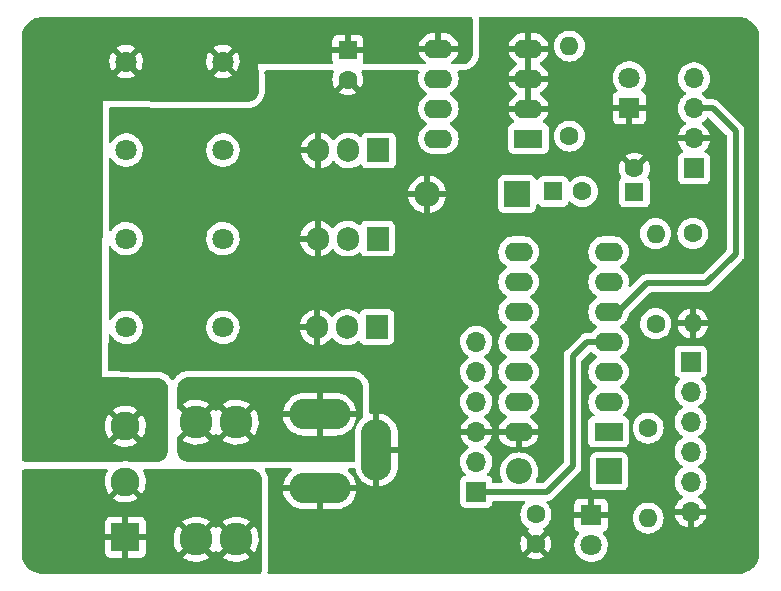
<source format=gbr>
G04 #@! TF.GenerationSoftware,KiCad,Pcbnew,(6.0.1-0)*
G04 #@! TF.CreationDate,2023-05-30T21:20:14-04:00*
G04 #@! TF.ProjectId,Rainbow,5261696e-626f-4772-9e6b-696361645f70,rev?*
G04 #@! TF.SameCoordinates,Original*
G04 #@! TF.FileFunction,Copper,L2,Bot*
G04 #@! TF.FilePolarity,Positive*
%FSLAX46Y46*%
G04 Gerber Fmt 4.6, Leading zero omitted, Abs format (unit mm)*
G04 Created by KiCad (PCBNEW (6.0.1-0)) date 2023-05-30 21:20:14*
%MOMM*%
%LPD*%
G01*
G04 APERTURE LIST*
G04 #@! TA.AperFunction,ComponentPad*
%ADD10R,1.600000X1.600000*%
G04 #@! TD*
G04 #@! TA.AperFunction,ComponentPad*
%ADD11C,1.600000*%
G04 #@! TD*
G04 #@! TA.AperFunction,ComponentPad*
%ADD12C,2.780000*%
G04 #@! TD*
G04 #@! TA.AperFunction,ComponentPad*
%ADD13C,2.450000*%
G04 #@! TD*
G04 #@! TA.AperFunction,ComponentPad*
%ADD14R,2.450000X2.450000*%
G04 #@! TD*
G04 #@! TA.AperFunction,ComponentPad*
%ADD15O,1.600000X1.600000*%
G04 #@! TD*
G04 #@! TA.AperFunction,ComponentPad*
%ADD16C,1.803400*%
G04 #@! TD*
G04 #@! TA.AperFunction,ComponentPad*
%ADD17O,1.905000X2.000000*%
G04 #@! TD*
G04 #@! TA.AperFunction,ComponentPad*
%ADD18R,1.905000X2.000000*%
G04 #@! TD*
G04 #@! TA.AperFunction,ComponentPad*
%ADD19R,1.700000X1.700000*%
G04 #@! TD*
G04 #@! TA.AperFunction,ComponentPad*
%ADD20O,1.700000X1.700000*%
G04 #@! TD*
G04 #@! TA.AperFunction,ComponentPad*
%ADD21R,1.800000X1.800000*%
G04 #@! TD*
G04 #@! TA.AperFunction,ComponentPad*
%ADD22C,1.800000*%
G04 #@! TD*
G04 #@! TA.AperFunction,ComponentPad*
%ADD23R,2.200000X2.200000*%
G04 #@! TD*
G04 #@! TA.AperFunction,ComponentPad*
%ADD24O,2.200000X2.200000*%
G04 #@! TD*
G04 #@! TA.AperFunction,ComponentPad*
%ADD25R,2.400000X1.600000*%
G04 #@! TD*
G04 #@! TA.AperFunction,ComponentPad*
%ADD26O,2.400000X1.600000*%
G04 #@! TD*
G04 #@! TA.AperFunction,ComponentPad*
%ADD27O,5.200000X2.600000*%
G04 #@! TD*
G04 #@! TA.AperFunction,ComponentPad*
%ADD28O,2.600000X5.200000*%
G04 #@! TD*
G04 #@! TA.AperFunction,ViaPad*
%ADD29C,0.800000*%
G04 #@! TD*
G04 #@! TA.AperFunction,Conductor*
%ADD30C,0.500000*%
G04 #@! TD*
G04 APERTURE END LIST*
D10*
X164230000Y-78800000D03*
D11*
X164230000Y-76800000D03*
D10*
X157340000Y-78750000D03*
D11*
X159840000Y-78750000D03*
D12*
X130520000Y-98280000D03*
X127120000Y-98280000D03*
X127120000Y-108200000D03*
X130520000Y-108200000D03*
D13*
X121140000Y-98630000D03*
X121140000Y-103330000D03*
D14*
X121140000Y-108030000D03*
D11*
X155890000Y-106080000D03*
X155890000Y-108580000D03*
X169190000Y-82300000D03*
D15*
X169190000Y-89920000D03*
D16*
X129401200Y-67750001D03*
X121201201Y-67750001D03*
X129401200Y-75250001D03*
X121201201Y-75250001D03*
X129401200Y-82750001D03*
X121201201Y-82750001D03*
X129401200Y-90250001D03*
X121201201Y-90250001D03*
D17*
X137410000Y-82745000D03*
X139950000Y-82745000D03*
D18*
X142490000Y-82745000D03*
D19*
X150850000Y-104180000D03*
D20*
X150850000Y-101640000D03*
X150850000Y-99100000D03*
X150850000Y-96560000D03*
X150850000Y-94020000D03*
X150850000Y-91480000D03*
D19*
X169275000Y-76800000D03*
D20*
X169275000Y-74260000D03*
X169275000Y-71720000D03*
X169275000Y-69180000D03*
D21*
X163820000Y-71665000D03*
D22*
X163820000Y-69125000D03*
D19*
X168996560Y-93155000D03*
D20*
X168996560Y-95695000D03*
X168996560Y-98235000D03*
X168996560Y-100775000D03*
X168996560Y-103315000D03*
X168996560Y-105855000D03*
D21*
X160570000Y-106160000D03*
D22*
X160570000Y-108700000D03*
D11*
X158740000Y-74060000D03*
D15*
X158740000Y-66440000D03*
D18*
X142570000Y-75275000D03*
D17*
X140030000Y-75275000D03*
X137490000Y-75275000D03*
D10*
X139980000Y-66797620D03*
D11*
X139980000Y-69297620D03*
X165400000Y-98780000D03*
D15*
X165400000Y-106400000D03*
D23*
X154310000Y-78980000D03*
D24*
X146690000Y-78980000D03*
D11*
X166040000Y-89950000D03*
D15*
X166040000Y-82330000D03*
D25*
X162050000Y-99105000D03*
D26*
X162050000Y-96565000D03*
X162050000Y-94025000D03*
X162050000Y-91485000D03*
X162050000Y-88945000D03*
X162050000Y-86405000D03*
X162050000Y-83865000D03*
X154430000Y-83865000D03*
X154430000Y-86405000D03*
X154430000Y-88945000D03*
X154430000Y-91485000D03*
X154430000Y-94025000D03*
X154430000Y-96565000D03*
X154430000Y-99105000D03*
D27*
X137600000Y-97615000D03*
X137600000Y-103865000D03*
D28*
X142400000Y-100615000D03*
D23*
X162090000Y-102460000D03*
D24*
X154470000Y-102460000D03*
D17*
X137360000Y-90245000D03*
X139900000Y-90245000D03*
D18*
X142440000Y-90245000D03*
D25*
X155270000Y-74270000D03*
D26*
X155270000Y-71730000D03*
X155270000Y-69190000D03*
X155270000Y-66650000D03*
X147650000Y-66650000D03*
X147650000Y-69190000D03*
X147650000Y-71730000D03*
X147650000Y-74270000D03*
D29*
X117300000Y-87040000D03*
X117150000Y-93530000D03*
X117230000Y-78640000D03*
X117320000Y-70690000D03*
D30*
X162050000Y-88945000D02*
X162845000Y-88945000D01*
X170310000Y-86520000D02*
X172800000Y-84030000D01*
X165270000Y-86520000D02*
X170310000Y-86520000D01*
X162845000Y-88945000D02*
X165270000Y-86520000D01*
X172800000Y-84030000D02*
X172800000Y-73660000D01*
X172800000Y-73660000D02*
X170860000Y-71720000D01*
X170860000Y-71720000D02*
X169275000Y-71720000D01*
X150850000Y-104180000D02*
X156820000Y-104180000D01*
X159000000Y-92720000D02*
X160235000Y-91485000D01*
X159000000Y-102000000D02*
X159000000Y-92720000D01*
X160235000Y-91485000D02*
X162050000Y-91485000D01*
X156820000Y-104180000D02*
X159000000Y-102000000D01*
G04 #@! TA.AperFunction,Conductor*
G36*
X140287999Y-94440676D02*
G01*
X140464775Y-94458094D01*
X140489026Y-94462922D01*
X140653023Y-94512715D01*
X140675865Y-94522185D01*
X140826990Y-94603052D01*
X140847534Y-94616796D01*
X140848146Y-94617299D01*
X140979958Y-94725622D01*
X140997424Y-94743115D01*
X141106048Y-94875710D01*
X141119755Y-94896268D01*
X141200197Y-95047156D01*
X141200390Y-95047518D01*
X141209825Y-95070373D01*
X141259367Y-95234454D01*
X141264157Y-95258711D01*
X141281303Y-95435507D01*
X141281891Y-95447872D01*
X141278063Y-97835951D01*
X141257952Y-97904040D01*
X141235964Y-97929752D01*
X141109405Y-98042711D01*
X141095426Y-98055188D01*
X140923544Y-98261854D01*
X140784096Y-98491656D01*
X140782287Y-98495970D01*
X140782285Y-98495974D01*
X140687413Y-98722219D01*
X140680148Y-98739545D01*
X140613981Y-99000077D01*
X140591500Y-99223334D01*
X140591500Y-101538112D01*
X140571498Y-101606233D01*
X140517842Y-101652726D01*
X140501924Y-101658732D01*
X140479223Y-101665586D01*
X140455001Y-101670373D01*
X140278445Y-101687543D01*
X140266108Y-101688135D01*
X133403193Y-101679838D01*
X126540288Y-101671541D01*
X126527946Y-101670920D01*
X126384397Y-101656616D01*
X126351495Y-101653337D01*
X126327294Y-101648495D01*
X126163601Y-101598657D01*
X126140814Y-101589193D01*
X125989966Y-101508388D01*
X125969468Y-101494665D01*
X125837275Y-101386006D01*
X125819839Y-101368545D01*
X125711373Y-101236201D01*
X125697672Y-101215669D01*
X125617095Y-101064729D01*
X125607658Y-101041918D01*
X125558054Y-100878152D01*
X125553247Y-100853941D01*
X125535916Y-100677466D01*
X125535313Y-100665123D01*
X125535429Y-100149666D01*
X125535509Y-99790697D01*
X125974470Y-99790697D01*
X125981860Y-99800999D01*
X126022394Y-99834000D01*
X126029669Y-99839113D01*
X126252309Y-99973153D01*
X126260233Y-99977189D01*
X126499531Y-100078520D01*
X126507936Y-100081398D01*
X126759140Y-100148002D01*
X126767861Y-100149666D01*
X127025948Y-100180213D01*
X127034813Y-100180631D01*
X127294617Y-100174508D01*
X127303472Y-100173671D01*
X127559821Y-100131003D01*
X127568455Y-100128930D01*
X127816239Y-100050566D01*
X127824501Y-100047295D01*
X128058765Y-99934804D01*
X128066489Y-99930398D01*
X128258058Y-99802396D01*
X128266346Y-99792478D01*
X128265434Y-99790697D01*
X129374470Y-99790697D01*
X129381860Y-99800999D01*
X129422394Y-99834000D01*
X129429669Y-99839113D01*
X129652309Y-99973153D01*
X129660233Y-99977189D01*
X129899531Y-100078520D01*
X129907936Y-100081398D01*
X130159140Y-100148002D01*
X130167861Y-100149666D01*
X130425948Y-100180213D01*
X130434813Y-100180631D01*
X130694617Y-100174508D01*
X130703472Y-100173671D01*
X130959821Y-100131003D01*
X130968455Y-100128930D01*
X131216239Y-100050566D01*
X131224501Y-100047295D01*
X131458765Y-99934804D01*
X131466489Y-99930398D01*
X131658058Y-99802396D01*
X131666346Y-99792478D01*
X131659089Y-99778299D01*
X130532812Y-98652022D01*
X130518868Y-98644408D01*
X130517035Y-98644539D01*
X130510420Y-98648790D01*
X129381636Y-99777574D01*
X129374470Y-99790697D01*
X128265434Y-99790697D01*
X128259089Y-99778299D01*
X127132812Y-98652022D01*
X127118868Y-98644408D01*
X127117035Y-98644539D01*
X127110420Y-98648790D01*
X125981636Y-99777574D01*
X125974470Y-99790697D01*
X125535509Y-99790697D01*
X125535565Y-99539992D01*
X125555582Y-99471876D01*
X125603283Y-99428309D01*
X125622514Y-99418276D01*
X126747978Y-98292812D01*
X126754356Y-98281132D01*
X127484408Y-98281132D01*
X127484539Y-98282965D01*
X127488790Y-98289580D01*
X128618418Y-99419208D01*
X128631819Y-99426526D01*
X128641721Y-99419540D01*
X128656570Y-99401875D01*
X128661794Y-99394685D01*
X128712689Y-99313078D01*
X128765709Y-99265862D01*
X128835839Y-99254806D01*
X128900814Y-99283420D01*
X128923254Y-99308117D01*
X128998540Y-99417048D01*
X129008859Y-99425400D01*
X129022514Y-99418276D01*
X130147978Y-98292812D01*
X130154356Y-98281132D01*
X130884408Y-98281132D01*
X130884539Y-98282965D01*
X130888790Y-98289580D01*
X132018418Y-99419208D01*
X132031819Y-99426526D01*
X132041721Y-99419540D01*
X132056570Y-99401875D01*
X132061794Y-99394685D01*
X132199318Y-99174173D01*
X132203470Y-99166333D01*
X132308553Y-98928638D01*
X132311563Y-98920277D01*
X132382101Y-98670166D01*
X132383905Y-98661458D01*
X132418666Y-98402663D01*
X132419194Y-98396270D01*
X132422747Y-98283222D01*
X132422620Y-98276779D01*
X132404180Y-98016335D01*
X132402927Y-98007531D01*
X132376915Y-97886710D01*
X134512226Y-97886710D01*
X134525918Y-97987318D01*
X134527860Y-97996454D01*
X134600439Y-98245457D01*
X134603707Y-98254200D01*
X134712296Y-98489748D01*
X134716816Y-98497903D01*
X134859029Y-98714814D01*
X134864712Y-98722219D01*
X135037419Y-98915721D01*
X135044135Y-98922206D01*
X135243551Y-99088059D01*
X135251138Y-99093471D01*
X135472891Y-99228035D01*
X135481192Y-99232264D01*
X135720389Y-99332568D01*
X135729239Y-99335529D01*
X135980625Y-99399372D01*
X135989822Y-99400994D01*
X136205219Y-99422684D01*
X136211511Y-99423000D01*
X137327885Y-99423000D01*
X137343124Y-99418525D01*
X137344329Y-99417135D01*
X137346000Y-99409452D01*
X137346000Y-99404885D01*
X137854000Y-99404885D01*
X137858475Y-99420124D01*
X137859865Y-99421329D01*
X137867548Y-99423000D01*
X138965881Y-99423000D01*
X138970556Y-99422827D01*
X139163337Y-99408501D01*
X139172543Y-99407125D01*
X139425533Y-99349878D01*
X139434444Y-99347154D01*
X139676194Y-99253143D01*
X139684603Y-99249132D01*
X139909798Y-99120422D01*
X139917524Y-99115211D01*
X140121224Y-98954627D01*
X140128092Y-98948333D01*
X140305814Y-98759410D01*
X140311688Y-98752156D01*
X140459529Y-98539045D01*
X140464262Y-98531010D01*
X140578984Y-98298376D01*
X140582472Y-98289743D01*
X140661548Y-98042711D01*
X140663728Y-98033629D01*
X140687628Y-97886880D01*
X140685932Y-97873286D01*
X140671822Y-97869000D01*
X137872115Y-97869000D01*
X137856876Y-97873475D01*
X137855671Y-97874865D01*
X137854000Y-97882548D01*
X137854000Y-99404885D01*
X137346000Y-99404885D01*
X137346000Y-97887115D01*
X137341525Y-97871876D01*
X137340135Y-97870671D01*
X137332452Y-97869000D01*
X134527931Y-97869000D01*
X134514247Y-97873018D01*
X134512226Y-97886710D01*
X132376915Y-97886710D01*
X132348230Y-97753474D01*
X132345751Y-97744941D01*
X132255803Y-97501128D01*
X132252148Y-97493033D01*
X132171260Y-97343120D01*
X134512372Y-97343120D01*
X134514068Y-97356714D01*
X134528178Y-97361000D01*
X137327885Y-97361000D01*
X137343124Y-97356525D01*
X137344329Y-97355135D01*
X137346000Y-97347452D01*
X137346000Y-97342885D01*
X137854000Y-97342885D01*
X137858475Y-97358124D01*
X137859865Y-97359329D01*
X137867548Y-97361000D01*
X140672069Y-97361000D01*
X140685753Y-97356982D01*
X140687774Y-97343290D01*
X140674082Y-97242682D01*
X140672140Y-97233546D01*
X140599561Y-96984543D01*
X140596293Y-96975800D01*
X140487704Y-96740252D01*
X140483184Y-96732097D01*
X140340971Y-96515186D01*
X140335288Y-96507781D01*
X140162581Y-96314279D01*
X140155865Y-96307794D01*
X139956449Y-96141941D01*
X139948862Y-96136529D01*
X139727109Y-96001965D01*
X139718808Y-95997736D01*
X139479611Y-95897432D01*
X139470761Y-95894471D01*
X139219375Y-95830628D01*
X139210178Y-95829006D01*
X138994781Y-95807316D01*
X138988489Y-95807000D01*
X137872115Y-95807000D01*
X137856876Y-95811475D01*
X137855671Y-95812865D01*
X137854000Y-95820548D01*
X137854000Y-97342885D01*
X137346000Y-97342885D01*
X137346000Y-95825115D01*
X137341525Y-95809876D01*
X137340135Y-95808671D01*
X137332452Y-95807000D01*
X136234119Y-95807000D01*
X136229444Y-95807173D01*
X136036663Y-95821499D01*
X136027457Y-95822875D01*
X135774467Y-95880122D01*
X135765556Y-95882846D01*
X135523806Y-95976857D01*
X135515397Y-95980868D01*
X135290202Y-96109578D01*
X135282476Y-96114789D01*
X135078776Y-96275373D01*
X135071908Y-96281667D01*
X134894186Y-96470590D01*
X134888312Y-96477844D01*
X134740471Y-96690955D01*
X134735738Y-96698990D01*
X134621016Y-96931624D01*
X134617528Y-96940257D01*
X134538452Y-97187289D01*
X134536272Y-97196371D01*
X134512372Y-97343120D01*
X132171260Y-97343120D01*
X132128741Y-97264319D01*
X132123982Y-97256821D01*
X132040608Y-97143941D01*
X132029480Y-97135499D01*
X132016887Y-97142323D01*
X130892022Y-98267188D01*
X130884408Y-98281132D01*
X130154356Y-98281132D01*
X130155592Y-98278868D01*
X130155461Y-98277035D01*
X130151210Y-98270420D01*
X129022940Y-97142150D01*
X129010099Y-97135138D01*
X128999410Y-97142933D01*
X128948947Y-97206945D01*
X128943957Y-97214288D01*
X128929635Y-97238946D01*
X128878125Y-97287805D01*
X128808377Y-97301060D01*
X128742535Y-97274502D01*
X128719329Y-97250521D01*
X128640608Y-97143941D01*
X128629480Y-97135499D01*
X128616887Y-97142323D01*
X127492022Y-98267188D01*
X127484408Y-98281132D01*
X126754356Y-98281132D01*
X126755592Y-98278868D01*
X126755461Y-98277035D01*
X126751210Y-98270420D01*
X125622938Y-97142148D01*
X125601741Y-97130573D01*
X125551540Y-97080370D01*
X125536129Y-97019959D01*
X125536185Y-96769857D01*
X125975214Y-96769857D01*
X125982194Y-96782984D01*
X127107188Y-97907978D01*
X127121132Y-97915592D01*
X127122965Y-97915461D01*
X127129580Y-97911210D01*
X128257668Y-96783122D01*
X128264522Y-96770570D01*
X128263993Y-96769857D01*
X129375214Y-96769857D01*
X129382194Y-96782984D01*
X130507188Y-97907978D01*
X130521132Y-97915592D01*
X130522965Y-97915461D01*
X130529580Y-97911210D01*
X131657668Y-96783122D01*
X131664522Y-96770570D01*
X131656315Y-96759499D01*
X131568247Y-96692288D01*
X131560822Y-96687411D01*
X131334082Y-96560430D01*
X131326030Y-96556641D01*
X131083669Y-96462878D01*
X131075179Y-96460266D01*
X130822010Y-96401585D01*
X130813232Y-96400195D01*
X130554321Y-96377771D01*
X130545450Y-96377631D01*
X130285953Y-96391912D01*
X130277143Y-96393026D01*
X130022262Y-96443724D01*
X130013686Y-96446070D01*
X129768495Y-96532174D01*
X129760329Y-96535708D01*
X129529716Y-96655503D01*
X129522144Y-96660142D01*
X129383616Y-96759136D01*
X129375214Y-96769857D01*
X128263993Y-96769857D01*
X128256315Y-96759499D01*
X128168247Y-96692288D01*
X128160822Y-96687411D01*
X127934082Y-96560430D01*
X127926030Y-96556641D01*
X127683669Y-96462878D01*
X127675179Y-96460266D01*
X127422010Y-96401585D01*
X127413232Y-96400195D01*
X127154321Y-96377771D01*
X127145450Y-96377631D01*
X126885953Y-96391912D01*
X126877143Y-96393026D01*
X126622262Y-96443724D01*
X126613686Y-96446070D01*
X126368495Y-96532174D01*
X126360329Y-96535708D01*
X126129716Y-96655503D01*
X126122144Y-96660142D01*
X125983616Y-96759136D01*
X125975214Y-96769857D01*
X125536185Y-96769857D01*
X125536481Y-95446889D01*
X125537090Y-95434541D01*
X125554516Y-95257991D01*
X125559339Y-95233771D01*
X125609057Y-95069971D01*
X125618511Y-95047156D01*
X125699228Y-94896194D01*
X125712951Y-94875662D01*
X125821561Y-94743347D01*
X125839019Y-94725891D01*
X125971362Y-94617294D01*
X125991890Y-94603579D01*
X126142868Y-94522886D01*
X126165683Y-94513436D01*
X126329491Y-94463744D01*
X126353712Y-94458925D01*
X126530264Y-94441528D01*
X126542612Y-94440921D01*
X133404693Y-94440495D01*
X140275649Y-94440069D01*
X140287999Y-94440676D01*
G37*
G04 #@! TD.AperFunction*
G04 #@! TA.AperFunction,Conductor*
G36*
X172961607Y-63965717D02*
G01*
X172979644Y-63967015D01*
X172997900Y-63969656D01*
X172997903Y-63969656D01*
X173006787Y-63970941D01*
X173015680Y-63969680D01*
X173015850Y-63969656D01*
X173016343Y-63969586D01*
X173022941Y-63968651D01*
X173047565Y-63967594D01*
X173156635Y-63973608D01*
X173240377Y-63978226D01*
X173256844Y-63980228D01*
X173472438Y-64020997D01*
X173488492Y-64025144D01*
X173696850Y-64093889D01*
X173712232Y-64100115D01*
X173909746Y-64195645D01*
X173924174Y-64203836D01*
X174036565Y-64277840D01*
X174107424Y-64324497D01*
X174120654Y-64334517D01*
X174286452Y-64478210D01*
X174298249Y-64489880D01*
X174443730Y-64654120D01*
X174453891Y-64667240D01*
X174576519Y-64849164D01*
X174584869Y-64863506D01*
X174682529Y-65059978D01*
X174688921Y-65075292D01*
X174759914Y-65282893D01*
X174764238Y-65298915D01*
X174807333Y-65514049D01*
X174809513Y-65530499D01*
X174821757Y-65716007D01*
X174820752Y-65738692D01*
X174820705Y-65742574D01*
X174819323Y-65751447D01*
X174823439Y-65782921D01*
X174824502Y-65799264D01*
X174816811Y-109215329D01*
X174816801Y-109271570D01*
X174815504Y-109289579D01*
X174811568Y-109316787D01*
X174812829Y-109325680D01*
X174813858Y-109332941D01*
X174814915Y-109357565D01*
X174804283Y-109550374D01*
X174802281Y-109566844D01*
X174774627Y-109713086D01*
X174761514Y-109782431D01*
X174757365Y-109798492D01*
X174700126Y-109971977D01*
X174688620Y-110006850D01*
X174682394Y-110022232D01*
X174586864Y-110219746D01*
X174578673Y-110234174D01*
X174561154Y-110260780D01*
X174458012Y-110417424D01*
X174447992Y-110430654D01*
X174304299Y-110596452D01*
X174292629Y-110608249D01*
X174128389Y-110753730D01*
X174115272Y-110763889D01*
X173933341Y-110886521D01*
X173919006Y-110894867D01*
X173855730Y-110926320D01*
X173722531Y-110992529D01*
X173707217Y-110998921D01*
X173499616Y-111069914D01*
X173483594Y-111074238D01*
X173268460Y-111117333D01*
X173252010Y-111119513D01*
X173066499Y-111131757D01*
X173043817Y-111130752D01*
X173039934Y-111130704D01*
X173031062Y-111129323D01*
X173022161Y-111130487D01*
X173022156Y-111130487D01*
X172999531Y-111133446D01*
X172983199Y-111134510D01*
X133291755Y-111136049D01*
X133223633Y-111116050D01*
X133177138Y-111062396D01*
X133167032Y-110992122D01*
X133169564Y-110979283D01*
X133176044Y-110953550D01*
X133176048Y-110953533D01*
X133176420Y-110952055D01*
X133181265Y-110927859D01*
X133188638Y-110878601D01*
X133206254Y-110702216D01*
X133208121Y-110677392D01*
X133208745Y-110665054D01*
X133209392Y-110640137D01*
X133210817Y-109666062D01*
X155168493Y-109666062D01*
X155177789Y-109678077D01*
X155228994Y-109713931D01*
X155238489Y-109719414D01*
X155435947Y-109811490D01*
X155446239Y-109815236D01*
X155656688Y-109871625D01*
X155667481Y-109873528D01*
X155884525Y-109892517D01*
X155895475Y-109892517D01*
X156112519Y-109873528D01*
X156123312Y-109871625D01*
X156333761Y-109815236D01*
X156344053Y-109811490D01*
X156541511Y-109719414D01*
X156551006Y-109713931D01*
X156603048Y-109677491D01*
X156611424Y-109667012D01*
X156604356Y-109653566D01*
X155902812Y-108952022D01*
X155888868Y-108944408D01*
X155887035Y-108944539D01*
X155880420Y-108948790D01*
X155174923Y-109654287D01*
X155168493Y-109666062D01*
X133210817Y-109666062D01*
X133212398Y-108585475D01*
X154577483Y-108585475D01*
X154596472Y-108802519D01*
X154598375Y-108813312D01*
X154654764Y-109023761D01*
X154658510Y-109034053D01*
X154750586Y-109231511D01*
X154756069Y-109241006D01*
X154792509Y-109293048D01*
X154802988Y-109301424D01*
X154816434Y-109294356D01*
X155517978Y-108592812D01*
X155524356Y-108581132D01*
X156254408Y-108581132D01*
X156254539Y-108582965D01*
X156258790Y-108589580D01*
X156964287Y-109295077D01*
X156976062Y-109301507D01*
X156988077Y-109292211D01*
X157023931Y-109241006D01*
X157029414Y-109231511D01*
X157121490Y-109034053D01*
X157125236Y-109023761D01*
X157181625Y-108813312D01*
X157183528Y-108802519D01*
X157195518Y-108665469D01*
X159157095Y-108665469D01*
X159157392Y-108670622D01*
X159157392Y-108670625D01*
X159163067Y-108769041D01*
X159170427Y-108896697D01*
X159171564Y-108901743D01*
X159171565Y-108901749D01*
X159199062Y-109023761D01*
X159221346Y-109122642D01*
X159223288Y-109127424D01*
X159223289Y-109127428D01*
X159298220Y-109311961D01*
X159308484Y-109337237D01*
X159429501Y-109534719D01*
X159581147Y-109709784D01*
X159759349Y-109857730D01*
X159959322Y-109974584D01*
X160175694Y-110057209D01*
X160180760Y-110058240D01*
X160180761Y-110058240D01*
X160233846Y-110069040D01*
X160402656Y-110103385D01*
X160533324Y-110108176D01*
X160628949Y-110111683D01*
X160628953Y-110111683D01*
X160634113Y-110111872D01*
X160639233Y-110111216D01*
X160639235Y-110111216D01*
X160712270Y-110101860D01*
X160863847Y-110082442D01*
X160868795Y-110080957D01*
X160868802Y-110080956D01*
X161080747Y-110017369D01*
X161085690Y-110015886D01*
X161166236Y-109976427D01*
X161289049Y-109916262D01*
X161289052Y-109916260D01*
X161293684Y-109913991D01*
X161482243Y-109779494D01*
X161646303Y-109616005D01*
X161781458Y-109427917D01*
X161828641Y-109332450D01*
X161881784Y-109224922D01*
X161881785Y-109224920D01*
X161884078Y-109220280D01*
X161951408Y-108998671D01*
X161981640Y-108769041D01*
X161983327Y-108700000D01*
X161973368Y-108578868D01*
X161964773Y-108474318D01*
X161964772Y-108474312D01*
X161964349Y-108469167D01*
X161936137Y-108356850D01*
X161909184Y-108249544D01*
X161909183Y-108249540D01*
X161907925Y-108244533D01*
X161905866Y-108239797D01*
X161817630Y-108036868D01*
X161817628Y-108036865D01*
X161815570Y-108032131D01*
X161689764Y-107837665D01*
X161599486Y-107738450D01*
X161568434Y-107674605D01*
X161576829Y-107604106D01*
X161622005Y-107549338D01*
X161648449Y-107535669D01*
X161708054Y-107513324D01*
X161723649Y-107504786D01*
X161825724Y-107428285D01*
X161838285Y-107415724D01*
X161914786Y-107313649D01*
X161923324Y-107298054D01*
X161968478Y-107177606D01*
X161972105Y-107162351D01*
X161977631Y-107111486D01*
X161978000Y-107104672D01*
X161978000Y-106432115D01*
X161973525Y-106416876D01*
X161972135Y-106415671D01*
X161964452Y-106414000D01*
X159180116Y-106414000D01*
X159164877Y-106418475D01*
X159163672Y-106419865D01*
X159162001Y-106427548D01*
X159162001Y-107104669D01*
X159162371Y-107111490D01*
X159167895Y-107162352D01*
X159171521Y-107177604D01*
X159216676Y-107298054D01*
X159225214Y-107313649D01*
X159301715Y-107415724D01*
X159314276Y-107428285D01*
X159416351Y-107504786D01*
X159431946Y-107513324D01*
X159491540Y-107535665D01*
X159548304Y-107578307D01*
X159573004Y-107644868D01*
X159557796Y-107714217D01*
X159538404Y-107740698D01*
X159471639Y-107810564D01*
X159468725Y-107814836D01*
X159468724Y-107814837D01*
X159453152Y-107837665D01*
X159341119Y-108001899D01*
X159243602Y-108211981D01*
X159181707Y-108435169D01*
X159157095Y-108665469D01*
X157195518Y-108665469D01*
X157202517Y-108585475D01*
X157202517Y-108574525D01*
X157183528Y-108357481D01*
X157181625Y-108346688D01*
X157125236Y-108136239D01*
X157121490Y-108125947D01*
X157029414Y-107928489D01*
X157023931Y-107918994D01*
X156987491Y-107866952D01*
X156977012Y-107858576D01*
X156963566Y-107865644D01*
X156262022Y-108567188D01*
X156254408Y-108581132D01*
X155524356Y-108581132D01*
X155525592Y-108578868D01*
X155525461Y-108577035D01*
X155521210Y-108570420D01*
X154815713Y-107864923D01*
X154803938Y-107858493D01*
X154791923Y-107867789D01*
X154756069Y-107918994D01*
X154750586Y-107928489D01*
X154658510Y-108125947D01*
X154654764Y-108136239D01*
X154598375Y-108346688D01*
X154596472Y-108357481D01*
X154577483Y-108574525D01*
X154577483Y-108585475D01*
X133212398Y-108585475D01*
X133214636Y-107056242D01*
X133215262Y-106628087D01*
X133218908Y-104136710D01*
X134512226Y-104136710D01*
X134525918Y-104237318D01*
X134527860Y-104246454D01*
X134600439Y-104495457D01*
X134603707Y-104504200D01*
X134712296Y-104739748D01*
X134716816Y-104747903D01*
X134859029Y-104964814D01*
X134864712Y-104972219D01*
X135037419Y-105165721D01*
X135044135Y-105172206D01*
X135243551Y-105338059D01*
X135251138Y-105343471D01*
X135472891Y-105478035D01*
X135481192Y-105482264D01*
X135720389Y-105582568D01*
X135729239Y-105585529D01*
X135980625Y-105649372D01*
X135989822Y-105650994D01*
X136205219Y-105672684D01*
X136211511Y-105673000D01*
X137327885Y-105673000D01*
X137343124Y-105668525D01*
X137344329Y-105667135D01*
X137346000Y-105659452D01*
X137346000Y-105654885D01*
X137854000Y-105654885D01*
X137858475Y-105670124D01*
X137859865Y-105671329D01*
X137867548Y-105673000D01*
X138965881Y-105673000D01*
X138970556Y-105672827D01*
X139163337Y-105658501D01*
X139172543Y-105657125D01*
X139425533Y-105599878D01*
X139434444Y-105597154D01*
X139676194Y-105503143D01*
X139684603Y-105499132D01*
X139909798Y-105370422D01*
X139917524Y-105365211D01*
X140121224Y-105204627D01*
X140128092Y-105198333D01*
X140305814Y-105009410D01*
X140311688Y-105002156D01*
X140459529Y-104789045D01*
X140464262Y-104781010D01*
X140578984Y-104548376D01*
X140582472Y-104539743D01*
X140661548Y-104292711D01*
X140663728Y-104283629D01*
X140687628Y-104136880D01*
X140685932Y-104123286D01*
X140671822Y-104119000D01*
X137872115Y-104119000D01*
X137856876Y-104123475D01*
X137855671Y-104124865D01*
X137854000Y-104132548D01*
X137854000Y-105654885D01*
X137346000Y-105654885D01*
X137346000Y-104137115D01*
X137341525Y-104121876D01*
X137340135Y-104120671D01*
X137332452Y-104119000D01*
X134527931Y-104119000D01*
X134514247Y-104123018D01*
X134512226Y-104136710D01*
X133218908Y-104136710D01*
X133220206Y-103249568D01*
X133220206Y-103249562D01*
X133220207Y-103248829D01*
X133219629Y-103223839D01*
X133219431Y-103219684D01*
X133219074Y-103212223D01*
X133219074Y-103212218D01*
X133219038Y-103211471D01*
X133217664Y-103192502D01*
X133217289Y-103187322D01*
X133217288Y-103187312D01*
X133217236Y-103186592D01*
X133216361Y-103177581D01*
X133204895Y-103059570D01*
X133200053Y-103009739D01*
X133192790Y-102960352D01*
X133187993Y-102936085D01*
X133187106Y-102932524D01*
X133176305Y-102889191D01*
X133175928Y-102887678D01*
X133174818Y-102884004D01*
X133174804Y-102883959D01*
X133161401Y-102839610D01*
X133126760Y-102724990D01*
X133126756Y-102724979D01*
X133126310Y-102723502D01*
X133122351Y-102712403D01*
X133110051Y-102677924D01*
X133110046Y-102677911D01*
X133109533Y-102676473D01*
X133100087Y-102653612D01*
X133096672Y-102646375D01*
X133079447Y-102609880D01*
X133078782Y-102608471D01*
X133065603Y-102583770D01*
X132998804Y-102458573D01*
X132998799Y-102458564D01*
X132998069Y-102457196D01*
X132997276Y-102455871D01*
X132997267Y-102455855D01*
X132973243Y-102415713D01*
X132973242Y-102415711D01*
X132972435Y-102414363D01*
X132958705Y-102393787D01*
X132954733Y-102388425D01*
X132930253Y-102321783D01*
X132945689Y-102252485D01*
X132996140Y-102202533D01*
X133056126Y-102187419D01*
X133402579Y-102187838D01*
X135141073Y-102189940D01*
X135209167Y-102210024D01*
X135255595Y-102263735D01*
X135265614Y-102334021D01*
X135236043Y-102398567D01*
X135218924Y-102414889D01*
X135078776Y-102525373D01*
X135071908Y-102531667D01*
X134894186Y-102720590D01*
X134888312Y-102727844D01*
X134740471Y-102940955D01*
X134735738Y-102948990D01*
X134621016Y-103181624D01*
X134617528Y-103190257D01*
X134538452Y-103437289D01*
X134536272Y-103446371D01*
X134512372Y-103593120D01*
X134514068Y-103606714D01*
X134528178Y-103611000D01*
X140672069Y-103611000D01*
X140685753Y-103606982D01*
X140687774Y-103593290D01*
X140674082Y-103492682D01*
X140672140Y-103483546D01*
X140599561Y-103234543D01*
X140596293Y-103225800D01*
X140487704Y-102990252D01*
X140483184Y-102982097D01*
X140340971Y-102765186D01*
X140335288Y-102757781D01*
X140162581Y-102564279D01*
X140155865Y-102557794D01*
X139988710Y-102418772D01*
X139949126Y-102359834D01*
X139947690Y-102288852D01*
X139984857Y-102228362D01*
X140048828Y-102197569D01*
X140069431Y-102195898D01*
X140110243Y-102195947D01*
X140265494Y-102196135D01*
X140279315Y-102195812D01*
X140289700Y-102195569D01*
X140289722Y-102195568D01*
X140290457Y-102195551D01*
X140296306Y-102195270D01*
X140302033Y-102194996D01*
X140302071Y-102194994D01*
X140302794Y-102194959D01*
X140327616Y-102193158D01*
X140441234Y-102182109D01*
X140492513Y-102177122D01*
X140562250Y-102190436D01*
X140613718Y-102239340D01*
X140627602Y-102274722D01*
X140665122Y-102440533D01*
X140667846Y-102449444D01*
X140761857Y-102691194D01*
X140765868Y-102699603D01*
X140894578Y-102924798D01*
X140899789Y-102932524D01*
X141060373Y-103136224D01*
X141066667Y-103143092D01*
X141255590Y-103320814D01*
X141262844Y-103326688D01*
X141475955Y-103474529D01*
X141483990Y-103479262D01*
X141716624Y-103593984D01*
X141725257Y-103597472D01*
X141972289Y-103676548D01*
X141981371Y-103678728D01*
X142128120Y-103702628D01*
X142141714Y-103700932D01*
X142145925Y-103687069D01*
X142654000Y-103687069D01*
X142658018Y-103700753D01*
X142671710Y-103702774D01*
X142772318Y-103689082D01*
X142781454Y-103687140D01*
X143030457Y-103614561D01*
X143039200Y-103611293D01*
X143274748Y-103502704D01*
X143282903Y-103498184D01*
X143499814Y-103355971D01*
X143507219Y-103350288D01*
X143700721Y-103177581D01*
X143707206Y-103170865D01*
X143873059Y-102971449D01*
X143878471Y-102963862D01*
X144013035Y-102742109D01*
X144017264Y-102733808D01*
X144117568Y-102494611D01*
X144120529Y-102485761D01*
X144184372Y-102234375D01*
X144185994Y-102225178D01*
X144207684Y-102009781D01*
X144208000Y-102003489D01*
X144208000Y-101606695D01*
X149487251Y-101606695D01*
X149487548Y-101611848D01*
X149487548Y-101611851D01*
X149495476Y-101749352D01*
X149500110Y-101829715D01*
X149501247Y-101834761D01*
X149501248Y-101834767D01*
X149511640Y-101880878D01*
X149549222Y-102047639D01*
X149607004Y-102189939D01*
X149621313Y-102225178D01*
X149633266Y-102254616D01*
X149660693Y-102299373D01*
X149747196Y-102440533D01*
X149749987Y-102445088D01*
X149896250Y-102613938D01*
X149900230Y-102617242D01*
X149904981Y-102621187D01*
X149944616Y-102680090D01*
X149946113Y-102751071D01*
X149908997Y-102811593D01*
X149868725Y-102836112D01*
X149775785Y-102870954D01*
X149753295Y-102879385D01*
X149636739Y-102966739D01*
X149549385Y-103083295D01*
X149498255Y-103219684D01*
X149491500Y-103281866D01*
X149491500Y-105078134D01*
X149498255Y-105140316D01*
X149549385Y-105276705D01*
X149636739Y-105393261D01*
X149753295Y-105480615D01*
X149889684Y-105531745D01*
X149951866Y-105538500D01*
X151748134Y-105538500D01*
X151810316Y-105531745D01*
X151946705Y-105480615D01*
X152063261Y-105393261D01*
X152150615Y-105276705D01*
X152201745Y-105140316D01*
X152208500Y-105078134D01*
X152208500Y-105064500D01*
X152228502Y-104996379D01*
X152282158Y-104949886D01*
X152334500Y-104938500D01*
X154876812Y-104938500D01*
X154944933Y-104958502D01*
X154991426Y-105012158D01*
X155001530Y-105082432D01*
X154972036Y-105147012D01*
X154965907Y-105153595D01*
X154883802Y-105235700D01*
X154752477Y-105423251D01*
X154750154Y-105428233D01*
X154750151Y-105428238D01*
X154690715Y-105555700D01*
X154655716Y-105630757D01*
X154654294Y-105636065D01*
X154654293Y-105636067D01*
X154644443Y-105672827D01*
X154596457Y-105851913D01*
X154576502Y-106080000D01*
X154596457Y-106308087D01*
X154597881Y-106313400D01*
X154597881Y-106313402D01*
X154638396Y-106464603D01*
X154655716Y-106529243D01*
X154658039Y-106534224D01*
X154658039Y-106534225D01*
X154750151Y-106731762D01*
X154750154Y-106731767D01*
X154752477Y-106736749D01*
X154814038Y-106824667D01*
X154861283Y-106892139D01*
X154883802Y-106924300D01*
X155045700Y-107086198D01*
X155050208Y-107089355D01*
X155050211Y-107089357D01*
X155153532Y-107161703D01*
X155233251Y-107217523D01*
X155238235Y-107219847D01*
X155240528Y-107221171D01*
X155289521Y-107272553D01*
X155302957Y-107342267D01*
X155276571Y-107408178D01*
X155240528Y-107439409D01*
X155228998Y-107446066D01*
X155176952Y-107482509D01*
X155168576Y-107492988D01*
X155175644Y-107506434D01*
X155877188Y-108207978D01*
X155891132Y-108215592D01*
X155892965Y-108215461D01*
X155899580Y-108211210D01*
X156605077Y-107505713D01*
X156611507Y-107493938D01*
X156602211Y-107481923D01*
X156551002Y-107446066D01*
X156539472Y-107439409D01*
X156490479Y-107388027D01*
X156477042Y-107318313D01*
X156503429Y-107252402D01*
X156539472Y-107221171D01*
X156541765Y-107219847D01*
X156546749Y-107217523D01*
X156626468Y-107161703D01*
X156729789Y-107089357D01*
X156729792Y-107089355D01*
X156734300Y-107086198D01*
X156896198Y-106924300D01*
X156918718Y-106892139D01*
X156965962Y-106824667D01*
X157027523Y-106736749D01*
X157029846Y-106731767D01*
X157029849Y-106731762D01*
X157121961Y-106534225D01*
X157121961Y-106534224D01*
X157124284Y-106529243D01*
X157141605Y-106464603D01*
X157158915Y-106400000D01*
X164086502Y-106400000D01*
X164106457Y-106628087D01*
X164165716Y-106849243D01*
X164168039Y-106854224D01*
X164168039Y-106854225D01*
X164260151Y-107051762D01*
X164260154Y-107051767D01*
X164262477Y-107056749D01*
X164310401Y-107125191D01*
X164355356Y-107189393D01*
X164393802Y-107244300D01*
X164555700Y-107406198D01*
X164560208Y-107409355D01*
X164560211Y-107409357D01*
X164569304Y-107415724D01*
X164743251Y-107537523D01*
X164748233Y-107539846D01*
X164748238Y-107539849D01*
X164945775Y-107631961D01*
X164950757Y-107634284D01*
X164956065Y-107635706D01*
X164956067Y-107635707D01*
X165166598Y-107692119D01*
X165166600Y-107692119D01*
X165171913Y-107693543D01*
X165400000Y-107713498D01*
X165628087Y-107693543D01*
X165633400Y-107692119D01*
X165633402Y-107692119D01*
X165843933Y-107635707D01*
X165843935Y-107635706D01*
X165849243Y-107634284D01*
X165854225Y-107631961D01*
X166051762Y-107539849D01*
X166051767Y-107539846D01*
X166056749Y-107537523D01*
X166230696Y-107415724D01*
X166239789Y-107409357D01*
X166239792Y-107409355D01*
X166244300Y-107406198D01*
X166406198Y-107244300D01*
X166444645Y-107189393D01*
X166489599Y-107125191D01*
X166537523Y-107056749D01*
X166539846Y-107051767D01*
X166539849Y-107051762D01*
X166631961Y-106854225D01*
X166631961Y-106854224D01*
X166634284Y-106849243D01*
X166693543Y-106628087D01*
X166713498Y-106400000D01*
X166693543Y-106171913D01*
X166692119Y-106166598D01*
X166680428Y-106122966D01*
X167664817Y-106122966D01*
X167695125Y-106257446D01*
X167698205Y-106267275D01*
X167778330Y-106464603D01*
X167782973Y-106473794D01*
X167894254Y-106655388D01*
X167900337Y-106663699D01*
X168039773Y-106824667D01*
X168047140Y-106831883D01*
X168210994Y-106967916D01*
X168219441Y-106973831D01*
X168403316Y-107081279D01*
X168412602Y-107085729D01*
X168611561Y-107161703D01*
X168621459Y-107164579D01*
X168724810Y-107185606D01*
X168738859Y-107184410D01*
X168742560Y-107174065D01*
X168742560Y-107173517D01*
X169250560Y-107173517D01*
X169254624Y-107187359D01*
X169268038Y-107189393D01*
X169274744Y-107188534D01*
X169284822Y-107186392D01*
X169488815Y-107125191D01*
X169498402Y-107121433D01*
X169689655Y-107027739D01*
X169698505Y-107022464D01*
X169871888Y-106898792D01*
X169879760Y-106892139D01*
X170030612Y-106741812D01*
X170037290Y-106733965D01*
X170161563Y-106561020D01*
X170166873Y-106552183D01*
X170261230Y-106361267D01*
X170265029Y-106351672D01*
X170326937Y-106147910D01*
X170329115Y-106137837D01*
X170330546Y-106126962D01*
X170328335Y-106112778D01*
X170315177Y-106109000D01*
X169268675Y-106109000D01*
X169253436Y-106113475D01*
X169252231Y-106114865D01*
X169250560Y-106122548D01*
X169250560Y-107173517D01*
X168742560Y-107173517D01*
X168742560Y-106127115D01*
X168738085Y-106111876D01*
X168736695Y-106110671D01*
X168729012Y-106109000D01*
X167679785Y-106109000D01*
X167666254Y-106112973D01*
X167664817Y-106122966D01*
X166680428Y-106122966D01*
X166635707Y-105956067D01*
X166635706Y-105956065D01*
X166634284Y-105950757D01*
X166613414Y-105906000D01*
X166539849Y-105748238D01*
X166539846Y-105748233D01*
X166537523Y-105743251D01*
X166455265Y-105625775D01*
X166409357Y-105560211D01*
X166409355Y-105560208D01*
X166406198Y-105555700D01*
X166244300Y-105393802D01*
X166239792Y-105390645D01*
X166239789Y-105390643D01*
X166087331Y-105283891D01*
X166056749Y-105262477D01*
X166051767Y-105260154D01*
X166051762Y-105260151D01*
X165854225Y-105168039D01*
X165854224Y-105168039D01*
X165849243Y-105165716D01*
X165843935Y-105164294D01*
X165843933Y-105164293D01*
X165633402Y-105107881D01*
X165633400Y-105107881D01*
X165628087Y-105106457D01*
X165400000Y-105086502D01*
X165171913Y-105106457D01*
X165166600Y-105107881D01*
X165166598Y-105107881D01*
X164956067Y-105164293D01*
X164956065Y-105164294D01*
X164950757Y-105165716D01*
X164945776Y-105168039D01*
X164945775Y-105168039D01*
X164748238Y-105260151D01*
X164748233Y-105260154D01*
X164743251Y-105262477D01*
X164712669Y-105283891D01*
X164560211Y-105390643D01*
X164560208Y-105390645D01*
X164555700Y-105393802D01*
X164393802Y-105555700D01*
X164390645Y-105560208D01*
X164390643Y-105560211D01*
X164344735Y-105625775D01*
X164262477Y-105743251D01*
X164260154Y-105748233D01*
X164260151Y-105748238D01*
X164186586Y-105906000D01*
X164165716Y-105950757D01*
X164164294Y-105956065D01*
X164164293Y-105956067D01*
X164107881Y-106166598D01*
X164106457Y-106171913D01*
X164086502Y-106400000D01*
X157158915Y-106400000D01*
X157182119Y-106313402D01*
X157182119Y-106313400D01*
X157183543Y-106308087D01*
X157203498Y-106080000D01*
X157186690Y-105887885D01*
X159162000Y-105887885D01*
X159166475Y-105903124D01*
X159167865Y-105904329D01*
X159175548Y-105906000D01*
X160297885Y-105906000D01*
X160313124Y-105901525D01*
X160314329Y-105900135D01*
X160316000Y-105892452D01*
X160316000Y-105887885D01*
X160824000Y-105887885D01*
X160828475Y-105903124D01*
X160829865Y-105904329D01*
X160837548Y-105906000D01*
X161959884Y-105906000D01*
X161975123Y-105901525D01*
X161976328Y-105900135D01*
X161977999Y-105892452D01*
X161977999Y-105215331D01*
X161977629Y-105208510D01*
X161972105Y-105157648D01*
X161968479Y-105142396D01*
X161923324Y-105021946D01*
X161914786Y-105006351D01*
X161838285Y-104904276D01*
X161825724Y-104891715D01*
X161723649Y-104815214D01*
X161708054Y-104806676D01*
X161587606Y-104761522D01*
X161572351Y-104757895D01*
X161521486Y-104752369D01*
X161514672Y-104752000D01*
X160842115Y-104752000D01*
X160826876Y-104756475D01*
X160825671Y-104757865D01*
X160824000Y-104765548D01*
X160824000Y-105887885D01*
X160316000Y-105887885D01*
X160316000Y-104770116D01*
X160311525Y-104754877D01*
X160310135Y-104753672D01*
X160302452Y-104752001D01*
X159625331Y-104752001D01*
X159618510Y-104752371D01*
X159567648Y-104757895D01*
X159552396Y-104761521D01*
X159431946Y-104806676D01*
X159416351Y-104815214D01*
X159314276Y-104891715D01*
X159301715Y-104904276D01*
X159225214Y-105006351D01*
X159216676Y-105021946D01*
X159171522Y-105142394D01*
X159167895Y-105157649D01*
X159162369Y-105208514D01*
X159162000Y-105215328D01*
X159162000Y-105887885D01*
X157186690Y-105887885D01*
X157183543Y-105851913D01*
X157135557Y-105672827D01*
X157125707Y-105636067D01*
X157125706Y-105636065D01*
X157124284Y-105630757D01*
X157089285Y-105555700D01*
X157029849Y-105428238D01*
X157029846Y-105428233D01*
X157027523Y-105423251D01*
X156896198Y-105235700D01*
X156810796Y-105150298D01*
X156776770Y-105087986D01*
X156781835Y-105017171D01*
X156824382Y-104960335D01*
X156885299Y-104936051D01*
X156892543Y-104935207D01*
X156896882Y-104934778D01*
X156962339Y-104929454D01*
X156962342Y-104929453D01*
X156969637Y-104928860D01*
X156976601Y-104926604D01*
X156982560Y-104925413D01*
X156988415Y-104924029D01*
X156995681Y-104923182D01*
X157064327Y-104898265D01*
X157068455Y-104896848D01*
X157130936Y-104876607D01*
X157130938Y-104876606D01*
X157137899Y-104874351D01*
X157144154Y-104870555D01*
X157149628Y-104868049D01*
X157155058Y-104865330D01*
X157161937Y-104862833D01*
X157168058Y-104858820D01*
X157222976Y-104822814D01*
X157226680Y-104820477D01*
X157289107Y-104782595D01*
X157297484Y-104775197D01*
X157297508Y-104775224D01*
X157300500Y-104772571D01*
X157303733Y-104769868D01*
X157309852Y-104765856D01*
X157363128Y-104709617D01*
X157365506Y-104707175D01*
X158464547Y-103608134D01*
X160481500Y-103608134D01*
X160488255Y-103670316D01*
X160539385Y-103806705D01*
X160626739Y-103923261D01*
X160743295Y-104010615D01*
X160879684Y-104061745D01*
X160941866Y-104068500D01*
X163238134Y-104068500D01*
X163300316Y-104061745D01*
X163436705Y-104010615D01*
X163553261Y-103923261D01*
X163640615Y-103806705D01*
X163691745Y-103670316D01*
X163698500Y-103608134D01*
X163698500Y-103281695D01*
X167633811Y-103281695D01*
X167634108Y-103286848D01*
X167634108Y-103286851D01*
X167645202Y-103479262D01*
X167646670Y-103504715D01*
X167647807Y-103509761D01*
X167647808Y-103509767D01*
X167666788Y-103593984D01*
X167695782Y-103722639D01*
X167734021Y-103816811D01*
X167777246Y-103923261D01*
X167779826Y-103929616D01*
X167782525Y-103934020D01*
X167859095Y-104058971D01*
X167896547Y-104120088D01*
X168042810Y-104288938D01*
X168214686Y-104431632D01*
X168288515Y-104474774D01*
X168337239Y-104526412D01*
X168350310Y-104596195D01*
X168323579Y-104661967D01*
X168283122Y-104695327D01*
X168275017Y-104699546D01*
X168266298Y-104705036D01*
X168095993Y-104832905D01*
X168088286Y-104839748D01*
X167941150Y-104993717D01*
X167934664Y-105001727D01*
X167814658Y-105177649D01*
X167809560Y-105186623D01*
X167719898Y-105379783D01*
X167716335Y-105389470D01*
X167660949Y-105589183D01*
X167662472Y-105597607D01*
X167674852Y-105601000D01*
X170314904Y-105601000D01*
X170328435Y-105597027D01*
X170329740Y-105587947D01*
X170287774Y-105420875D01*
X170284454Y-105411124D01*
X170199532Y-105215814D01*
X170194665Y-105206739D01*
X170078986Y-105027926D01*
X170072696Y-105019757D01*
X169929366Y-104862240D01*
X169921833Y-104855215D01*
X169754699Y-104723222D01*
X169746116Y-104717520D01*
X169709162Y-104697120D01*
X169659191Y-104646687D01*
X169644419Y-104577245D01*
X169669535Y-104510839D01*
X169696887Y-104484232D01*
X169720357Y-104467491D01*
X169876420Y-104356173D01*
X170034656Y-104198489D01*
X170078758Y-104137115D01*
X170161995Y-104021277D01*
X170165013Y-104017077D01*
X170211380Y-103923261D01*
X170261696Y-103821453D01*
X170261697Y-103821451D01*
X170263990Y-103816811D01*
X170310886Y-103662460D01*
X170327425Y-103608023D01*
X170327425Y-103608021D01*
X170328930Y-103603069D01*
X170358089Y-103381590D01*
X170358914Y-103347842D01*
X170359634Y-103318365D01*
X170359634Y-103318361D01*
X170359716Y-103315000D01*
X170341412Y-103092361D01*
X170286991Y-102875702D01*
X170197914Y-102670840D01*
X170107879Y-102531667D01*
X170079382Y-102487617D01*
X170079380Y-102487614D01*
X170076574Y-102483277D01*
X169926230Y-102318051D01*
X169922179Y-102314852D01*
X169922175Y-102314848D01*
X169754974Y-102182800D01*
X169754970Y-102182798D01*
X169750919Y-102179598D01*
X169709613Y-102156796D01*
X169659644Y-102106364D01*
X169644872Y-102036921D01*
X169669988Y-101970516D01*
X169697340Y-101943909D01*
X169741163Y-101912650D01*
X169876420Y-101816173D01*
X170034656Y-101658489D01*
X170094154Y-101575689D01*
X170161995Y-101481277D01*
X170165013Y-101477077D01*
X170168283Y-101470462D01*
X170261696Y-101281453D01*
X170261697Y-101281451D01*
X170263990Y-101276811D01*
X170328930Y-101063069D01*
X170358089Y-100841590D01*
X170359716Y-100775000D01*
X170341412Y-100552361D01*
X170286991Y-100335702D01*
X170197914Y-100130840D01*
X170099662Y-99978965D01*
X170079382Y-99947617D01*
X170079380Y-99947614D01*
X170076574Y-99943277D01*
X169926230Y-99778051D01*
X169922179Y-99774852D01*
X169922175Y-99774848D01*
X169754974Y-99642800D01*
X169754970Y-99642798D01*
X169750919Y-99639598D01*
X169709613Y-99616796D01*
X169659644Y-99566364D01*
X169644872Y-99496921D01*
X169669988Y-99430516D01*
X169697340Y-99403909D01*
X169762013Y-99357778D01*
X169876420Y-99276173D01*
X170034656Y-99118489D01*
X170094154Y-99035689D01*
X170161995Y-98941277D01*
X170165013Y-98937077D01*
X170182757Y-98901176D01*
X170261696Y-98741453D01*
X170261697Y-98741451D01*
X170263990Y-98736811D01*
X170318502Y-98557393D01*
X170327425Y-98528023D01*
X170327425Y-98528021D01*
X170328930Y-98523069D01*
X170358089Y-98301590D01*
X170358190Y-98297476D01*
X170359634Y-98238365D01*
X170359634Y-98238361D01*
X170359716Y-98235000D01*
X170341412Y-98012361D01*
X170286991Y-97795702D01*
X170197914Y-97590840D01*
X170117476Y-97466502D01*
X170079382Y-97407617D01*
X170079380Y-97407614D01*
X170076574Y-97403277D01*
X169926230Y-97238051D01*
X169922179Y-97234852D01*
X169922175Y-97234848D01*
X169754974Y-97102800D01*
X169754970Y-97102798D01*
X169750919Y-97099598D01*
X169709613Y-97076796D01*
X169659644Y-97026364D01*
X169644872Y-96956921D01*
X169669988Y-96890516D01*
X169697340Y-96863909D01*
X169741163Y-96832650D01*
X169876420Y-96736173D01*
X170034656Y-96578489D01*
X170094154Y-96495689D01*
X170161995Y-96401277D01*
X170165013Y-96397077D01*
X170192040Y-96342393D01*
X170261696Y-96201453D01*
X170261697Y-96201451D01*
X170263990Y-96196811D01*
X170328930Y-95983069D01*
X170358089Y-95761590D01*
X170359716Y-95695000D01*
X170341412Y-95472361D01*
X170286991Y-95255702D01*
X170197914Y-95050840D01*
X170114615Y-94922079D01*
X170079382Y-94867617D01*
X170079380Y-94867614D01*
X170076574Y-94863277D01*
X170073092Y-94859450D01*
X169929358Y-94701488D01*
X169898306Y-94637642D01*
X169906701Y-94567143D01*
X169951877Y-94512375D01*
X169978321Y-94498706D01*
X170084857Y-94458767D01*
X170093265Y-94455615D01*
X170209821Y-94368261D01*
X170297175Y-94251705D01*
X170348305Y-94115316D01*
X170355060Y-94053134D01*
X170355060Y-92256866D01*
X170348305Y-92194684D01*
X170297175Y-92058295D01*
X170209821Y-91941739D01*
X170093265Y-91854385D01*
X169956876Y-91803255D01*
X169894694Y-91796500D01*
X168098426Y-91796500D01*
X168036244Y-91803255D01*
X167899855Y-91854385D01*
X167783299Y-91941739D01*
X167695945Y-92058295D01*
X167644815Y-92194684D01*
X167638060Y-92256866D01*
X167638060Y-94053134D01*
X167644815Y-94115316D01*
X167695945Y-94251705D01*
X167783299Y-94368261D01*
X167899855Y-94455615D01*
X167908264Y-94458767D01*
X167908265Y-94458768D01*
X168017011Y-94499535D01*
X168073776Y-94542176D01*
X168098476Y-94608738D01*
X168083269Y-94678087D01*
X168063876Y-94704568D01*
X167937189Y-94837138D01*
X167934275Y-94841410D01*
X167934274Y-94841411D01*
X167912591Y-94873197D01*
X167811303Y-95021680D01*
X167781382Y-95086139D01*
X167721328Y-95215516D01*
X167717248Y-95224305D01*
X167657549Y-95439570D01*
X167633811Y-95661695D01*
X167634108Y-95666848D01*
X167634108Y-95666851D01*
X167639571Y-95761590D01*
X167646670Y-95884715D01*
X167647807Y-95889761D01*
X167647808Y-95889767D01*
X167653098Y-95913238D01*
X167695782Y-96102639D01*
X167779826Y-96309616D01*
X167896547Y-96500088D01*
X168042810Y-96668938D01*
X168214686Y-96811632D01*
X168268262Y-96842939D01*
X168288005Y-96854476D01*
X168336729Y-96906114D01*
X168349800Y-96975897D01*
X168323069Y-97041669D01*
X168282615Y-97075027D01*
X168270167Y-97081507D01*
X168266034Y-97084610D01*
X168266031Y-97084612D01*
X168095660Y-97212530D01*
X168091525Y-97215635D01*
X167937189Y-97377138D01*
X167934275Y-97381410D01*
X167934274Y-97381411D01*
X167912591Y-97413197D01*
X167811303Y-97561680D01*
X167772382Y-97645529D01*
X167721178Y-97755839D01*
X167717248Y-97764305D01*
X167657549Y-97979570D01*
X167633811Y-98201695D01*
X167634108Y-98206848D01*
X167634108Y-98206851D01*
X167641559Y-98336067D01*
X167646670Y-98424715D01*
X167647807Y-98429761D01*
X167647808Y-98429767D01*
X167654805Y-98460814D01*
X167695782Y-98642639D01*
X167779826Y-98849616D01*
X167782525Y-98854020D01*
X167873579Y-99002607D01*
X167896547Y-99040088D01*
X168042810Y-99208938D01*
X168214686Y-99351632D01*
X168248724Y-99371522D01*
X168288005Y-99394476D01*
X168336729Y-99446114D01*
X168349800Y-99515897D01*
X168323069Y-99581669D01*
X168282615Y-99615027D01*
X168270167Y-99621507D01*
X168266034Y-99624610D01*
X168266031Y-99624612D01*
X168095660Y-99752530D01*
X168091525Y-99755635D01*
X168051821Y-99797183D01*
X167945254Y-99908699D01*
X167937189Y-99917138D01*
X167934275Y-99921410D01*
X167934274Y-99921411D01*
X167869950Y-100015707D01*
X167811303Y-100101680D01*
X167788082Y-100151705D01*
X167727187Y-100282894D01*
X167717248Y-100304305D01*
X167657549Y-100519570D01*
X167633811Y-100741695D01*
X167634108Y-100746848D01*
X167634108Y-100746851D01*
X167641317Y-100871876D01*
X167646670Y-100964715D01*
X167647807Y-100969761D01*
X167647808Y-100969767D01*
X167653684Y-100995840D01*
X167695782Y-101182639D01*
X167779826Y-101389616D01*
X167796828Y-101417361D01*
X167883143Y-101558214D01*
X167896547Y-101580088D01*
X168042810Y-101748938D01*
X168214686Y-101891632D01*
X168268262Y-101922939D01*
X168288005Y-101934476D01*
X168336729Y-101986114D01*
X168349800Y-102055897D01*
X168323069Y-102121669D01*
X168282615Y-102155027D01*
X168270167Y-102161507D01*
X168266034Y-102164610D01*
X168266031Y-102164612D01*
X168100559Y-102288852D01*
X168091525Y-102295635D01*
X168053744Y-102335170D01*
X167944542Y-102449444D01*
X167937189Y-102457138D01*
X167934275Y-102461410D01*
X167934274Y-102461411D01*
X167894790Y-102519292D01*
X167811303Y-102641680D01*
X167773323Y-102723502D01*
X167721586Y-102834960D01*
X167717248Y-102844305D01*
X167657549Y-103059570D01*
X167633811Y-103281695D01*
X163698500Y-103281695D01*
X163698500Y-101311866D01*
X163691745Y-101249684D01*
X163640615Y-101113295D01*
X163553261Y-100996739D01*
X163436705Y-100909385D01*
X163300316Y-100858255D01*
X163238134Y-100851500D01*
X160941866Y-100851500D01*
X160879684Y-100858255D01*
X160743295Y-100909385D01*
X160626739Y-100996739D01*
X160539385Y-101113295D01*
X160488255Y-101249684D01*
X160481500Y-101311866D01*
X160481500Y-103608134D01*
X158464547Y-103608134D01*
X159488911Y-102583770D01*
X159503323Y-102571384D01*
X159514918Y-102562851D01*
X159514923Y-102562846D01*
X159520818Y-102558508D01*
X159525557Y-102552930D01*
X159525560Y-102552927D01*
X159555035Y-102518232D01*
X159561965Y-102510716D01*
X159567661Y-102505020D01*
X159569924Y-102502159D01*
X159569929Y-102502154D01*
X159585293Y-102482734D01*
X159588082Y-102479333D01*
X159630592Y-102429296D01*
X159630594Y-102429294D01*
X159635333Y-102423715D01*
X159638662Y-102417195D01*
X159642028Y-102412148D01*
X159645193Y-102407024D01*
X159649735Y-102401283D01*
X159653239Y-102393787D01*
X159680634Y-102335170D01*
X159682565Y-102331218D01*
X159689289Y-102318051D01*
X159704198Y-102288852D01*
X159712442Y-102272708D01*
X159712443Y-102272706D01*
X159715769Y-102266192D01*
X159717508Y-102259086D01*
X159719609Y-102253436D01*
X159721524Y-102247679D01*
X159724622Y-102241050D01*
X159739491Y-102169565D01*
X159740461Y-102165282D01*
X159741385Y-102161507D01*
X159757808Y-102094390D01*
X159758500Y-102083236D01*
X159758535Y-102083238D01*
X159758775Y-102079266D01*
X159759152Y-102075045D01*
X159760641Y-102067885D01*
X159758546Y-101990458D01*
X159758500Y-101987050D01*
X159758500Y-93086371D01*
X159778502Y-93018250D01*
X159795405Y-92997276D01*
X160464594Y-92328087D01*
X160526906Y-92294061D01*
X160597721Y-92299126D01*
X160642417Y-92330685D01*
X160643802Y-92329300D01*
X160805700Y-92491198D01*
X160810208Y-92494355D01*
X160810211Y-92494357D01*
X160852790Y-92524171D01*
X160993251Y-92622523D01*
X160998233Y-92624846D01*
X160998238Y-92624849D01*
X161032457Y-92640805D01*
X161085742Y-92687722D01*
X161105203Y-92755999D01*
X161084661Y-92823959D01*
X161032457Y-92869195D01*
X160998238Y-92885151D01*
X160998233Y-92885154D01*
X160993251Y-92887477D01*
X160888389Y-92960902D01*
X160810211Y-93015643D01*
X160810208Y-93015645D01*
X160805700Y-93018802D01*
X160643802Y-93180700D01*
X160640645Y-93185208D01*
X160640643Y-93185211D01*
X160585902Y-93263389D01*
X160512477Y-93368251D01*
X160510154Y-93373233D01*
X160510151Y-93373238D01*
X160508938Y-93375840D01*
X160415716Y-93575757D01*
X160356457Y-93796913D01*
X160336502Y-94025000D01*
X160356457Y-94253087D01*
X160357881Y-94258400D01*
X160357881Y-94258402D01*
X160410725Y-94455615D01*
X160415716Y-94474243D01*
X160418039Y-94479224D01*
X160418039Y-94479225D01*
X160510151Y-94676762D01*
X160510154Y-94676767D01*
X160512477Y-94681749D01*
X160537467Y-94717438D01*
X160639585Y-94863277D01*
X160643802Y-94869300D01*
X160805700Y-95031198D01*
X160810208Y-95034355D01*
X160810211Y-95034357D01*
X160852790Y-95064171D01*
X160993251Y-95162523D01*
X160998233Y-95164846D01*
X160998238Y-95164849D01*
X161032457Y-95180805D01*
X161085742Y-95227722D01*
X161105203Y-95295999D01*
X161084661Y-95363959D01*
X161032457Y-95409195D01*
X160998238Y-95425151D01*
X160998233Y-95425154D01*
X160993251Y-95427477D01*
X160961855Y-95449461D01*
X160810211Y-95555643D01*
X160810208Y-95555645D01*
X160805700Y-95558802D01*
X160643802Y-95720700D01*
X160640645Y-95725208D01*
X160640643Y-95725211D01*
X160617516Y-95758240D01*
X160512477Y-95908251D01*
X160510154Y-95913233D01*
X160510151Y-95913238D01*
X160421833Y-96102639D01*
X160415716Y-96115757D01*
X160414294Y-96121065D01*
X160414293Y-96121067D01*
X160366458Y-96299588D01*
X160356457Y-96336913D01*
X160336502Y-96565000D01*
X160356457Y-96793087D01*
X160357881Y-96798400D01*
X160357881Y-96798402D01*
X160400357Y-96956921D01*
X160415716Y-97014243D01*
X160418039Y-97019224D01*
X160418039Y-97019225D01*
X160510151Y-97216762D01*
X160510154Y-97216767D01*
X160512477Y-97221749D01*
X160515634Y-97226257D01*
X160639585Y-97403277D01*
X160643802Y-97409300D01*
X160805700Y-97571198D01*
X160810211Y-97574357D01*
X160814424Y-97577892D01*
X160813473Y-97579026D01*
X160853471Y-97629071D01*
X160860776Y-97699690D01*
X160828742Y-97763049D01*
X160767538Y-97799030D01*
X160750483Y-97802082D01*
X160739684Y-97803255D01*
X160603295Y-97854385D01*
X160486739Y-97941739D01*
X160399385Y-98058295D01*
X160348255Y-98194684D01*
X160341500Y-98256866D01*
X160341500Y-99953134D01*
X160348255Y-100015316D01*
X160399385Y-100151705D01*
X160486739Y-100268261D01*
X160603295Y-100355615D01*
X160739684Y-100406745D01*
X160801866Y-100413500D01*
X163298134Y-100413500D01*
X163360316Y-100406745D01*
X163496705Y-100355615D01*
X163613261Y-100268261D01*
X163700615Y-100151705D01*
X163751745Y-100015316D01*
X163758500Y-99953134D01*
X163758500Y-98780000D01*
X164086502Y-98780000D01*
X164106457Y-99008087D01*
X164165716Y-99229243D01*
X164168039Y-99234224D01*
X164168039Y-99234225D01*
X164260151Y-99431762D01*
X164260154Y-99431767D01*
X164262477Y-99436749D01*
X164281795Y-99464338D01*
X164390174Y-99619118D01*
X164393802Y-99624300D01*
X164555700Y-99786198D01*
X164560208Y-99789355D01*
X164560211Y-99789357D01*
X164638389Y-99844098D01*
X164743251Y-99917523D01*
X164748233Y-99919846D01*
X164748238Y-99919849D01*
X164945775Y-100011961D01*
X164950757Y-100014284D01*
X164956065Y-100015706D01*
X164956067Y-100015707D01*
X165166598Y-100072119D01*
X165166600Y-100072119D01*
X165171913Y-100073543D01*
X165400000Y-100093498D01*
X165628087Y-100073543D01*
X165633400Y-100072119D01*
X165633402Y-100072119D01*
X165843933Y-100015707D01*
X165843935Y-100015706D01*
X165849243Y-100014284D01*
X165854225Y-100011961D01*
X166051762Y-99919849D01*
X166051767Y-99919846D01*
X166056749Y-99917523D01*
X166161611Y-99844098D01*
X166239789Y-99789357D01*
X166239792Y-99789355D01*
X166244300Y-99786198D01*
X166406198Y-99624300D01*
X166409827Y-99619118D01*
X166518205Y-99464338D01*
X166537523Y-99436749D01*
X166539846Y-99431767D01*
X166539849Y-99431762D01*
X166631961Y-99234225D01*
X166631961Y-99234224D01*
X166634284Y-99229243D01*
X166693543Y-99008087D01*
X166713498Y-98780000D01*
X166693543Y-98551913D01*
X166658907Y-98422649D01*
X166635707Y-98336067D01*
X166635706Y-98336065D01*
X166634284Y-98330757D01*
X166622368Y-98305202D01*
X166539849Y-98128238D01*
X166539846Y-98128233D01*
X166537523Y-98123251D01*
X166428970Y-97968222D01*
X166409357Y-97940211D01*
X166409355Y-97940208D01*
X166406198Y-97935700D01*
X166244300Y-97773802D01*
X166239792Y-97770645D01*
X166239789Y-97770643D01*
X166127236Y-97691833D01*
X166056749Y-97642477D01*
X166051767Y-97640154D01*
X166051762Y-97640151D01*
X165854225Y-97548039D01*
X165854224Y-97548039D01*
X165849243Y-97545716D01*
X165843935Y-97544294D01*
X165843933Y-97544293D01*
X165633402Y-97487881D01*
X165633400Y-97487881D01*
X165628087Y-97486457D01*
X165400000Y-97466502D01*
X165171913Y-97486457D01*
X165166600Y-97487881D01*
X165166598Y-97487881D01*
X164956067Y-97544293D01*
X164956065Y-97544294D01*
X164950757Y-97545716D01*
X164945776Y-97548039D01*
X164945775Y-97548039D01*
X164748238Y-97640151D01*
X164748233Y-97640154D01*
X164743251Y-97642477D01*
X164672764Y-97691833D01*
X164560211Y-97770643D01*
X164560208Y-97770645D01*
X164555700Y-97773802D01*
X164393802Y-97935700D01*
X164390645Y-97940208D01*
X164390643Y-97940211D01*
X164371030Y-97968222D01*
X164262477Y-98123251D01*
X164260154Y-98128233D01*
X164260151Y-98128238D01*
X164177632Y-98305202D01*
X164165716Y-98330757D01*
X164164294Y-98336065D01*
X164164293Y-98336067D01*
X164141093Y-98422649D01*
X164106457Y-98551913D01*
X164086502Y-98780000D01*
X163758500Y-98780000D01*
X163758500Y-98256866D01*
X163751745Y-98194684D01*
X163700615Y-98058295D01*
X163613261Y-97941739D01*
X163496705Y-97854385D01*
X163360316Y-97803255D01*
X163349526Y-97802083D01*
X163347394Y-97801197D01*
X163344778Y-97800575D01*
X163344879Y-97800152D01*
X163283965Y-97774845D01*
X163243537Y-97716483D01*
X163241078Y-97645529D01*
X163277371Y-97584510D01*
X163286031Y-97577511D01*
X163289793Y-97574354D01*
X163294300Y-97571198D01*
X163456198Y-97409300D01*
X163460416Y-97403277D01*
X163584366Y-97226257D01*
X163587523Y-97221749D01*
X163589846Y-97216767D01*
X163589849Y-97216762D01*
X163681961Y-97019225D01*
X163681961Y-97019224D01*
X163684284Y-97014243D01*
X163699644Y-96956921D01*
X163742119Y-96798402D01*
X163742119Y-96798400D01*
X163743543Y-96793087D01*
X163763498Y-96565000D01*
X163743543Y-96336913D01*
X163733542Y-96299588D01*
X163685707Y-96121067D01*
X163685706Y-96121065D01*
X163684284Y-96115757D01*
X163678167Y-96102639D01*
X163589849Y-95913238D01*
X163589846Y-95913233D01*
X163587523Y-95908251D01*
X163482484Y-95758240D01*
X163459357Y-95725211D01*
X163459355Y-95725208D01*
X163456198Y-95720700D01*
X163294300Y-95558802D01*
X163289792Y-95555645D01*
X163289789Y-95555643D01*
X163138145Y-95449461D01*
X163106749Y-95427477D01*
X163101767Y-95425154D01*
X163101762Y-95425151D01*
X163067543Y-95409195D01*
X163014258Y-95362278D01*
X162994797Y-95294001D01*
X163015339Y-95226041D01*
X163067543Y-95180805D01*
X163101762Y-95164849D01*
X163101767Y-95164846D01*
X163106749Y-95162523D01*
X163247210Y-95064171D01*
X163289789Y-95034357D01*
X163289792Y-95034355D01*
X163294300Y-95031198D01*
X163456198Y-94869300D01*
X163460416Y-94863277D01*
X163562533Y-94717438D01*
X163587523Y-94681749D01*
X163589846Y-94676767D01*
X163589849Y-94676762D01*
X163681961Y-94479225D01*
X163681961Y-94479224D01*
X163684284Y-94474243D01*
X163689276Y-94455615D01*
X163742119Y-94258402D01*
X163742119Y-94258400D01*
X163743543Y-94253087D01*
X163763498Y-94025000D01*
X163743543Y-93796913D01*
X163684284Y-93575757D01*
X163591062Y-93375840D01*
X163589849Y-93373238D01*
X163589846Y-93373233D01*
X163587523Y-93368251D01*
X163514098Y-93263389D01*
X163459357Y-93185211D01*
X163459355Y-93185208D01*
X163456198Y-93180700D01*
X163294300Y-93018802D01*
X163289792Y-93015645D01*
X163289789Y-93015643D01*
X163211611Y-92960902D01*
X163106749Y-92887477D01*
X163101767Y-92885154D01*
X163101762Y-92885151D01*
X163067543Y-92869195D01*
X163014258Y-92822278D01*
X162994797Y-92754001D01*
X163015339Y-92686041D01*
X163067543Y-92640805D01*
X163101762Y-92624849D01*
X163101767Y-92624846D01*
X163106749Y-92622523D01*
X163247210Y-92524171D01*
X163289789Y-92494357D01*
X163289792Y-92494355D01*
X163294300Y-92491198D01*
X163456198Y-92329300D01*
X163471218Y-92307850D01*
X163518268Y-92240655D01*
X163587523Y-92141749D01*
X163589846Y-92136767D01*
X163589849Y-92136762D01*
X163681961Y-91939225D01*
X163681961Y-91939224D01*
X163684284Y-91934243D01*
X163719383Y-91803255D01*
X163742119Y-91718402D01*
X163742119Y-91718400D01*
X163743543Y-91713087D01*
X163763498Y-91485000D01*
X163743543Y-91256913D01*
X163740089Y-91244022D01*
X163685707Y-91041067D01*
X163685706Y-91041065D01*
X163684284Y-91035757D01*
X163662651Y-90989364D01*
X163589849Y-90833238D01*
X163589846Y-90833233D01*
X163587523Y-90828251D01*
X163475384Y-90668100D01*
X163459357Y-90645211D01*
X163459355Y-90645208D01*
X163456198Y-90640700D01*
X163294300Y-90478802D01*
X163289792Y-90475645D01*
X163289789Y-90475643D01*
X163144703Y-90374053D01*
X163106749Y-90347477D01*
X163101767Y-90345154D01*
X163101762Y-90345151D01*
X163067543Y-90329195D01*
X163014258Y-90282278D01*
X162994797Y-90214001D01*
X163015339Y-90146041D01*
X163067543Y-90100805D01*
X163101762Y-90084849D01*
X163101767Y-90084846D01*
X163106749Y-90082523D01*
X163256806Y-89977452D01*
X163289789Y-89954357D01*
X163289792Y-89954355D01*
X163294300Y-89951198D01*
X163295498Y-89950000D01*
X164726502Y-89950000D01*
X164746457Y-90178087D01*
X164747881Y-90183400D01*
X164747881Y-90183402D01*
X164796209Y-90363761D01*
X164805716Y-90399243D01*
X164808039Y-90404224D01*
X164808039Y-90404225D01*
X164900151Y-90601762D01*
X164900154Y-90601767D01*
X164902477Y-90606749D01*
X164952335Y-90677953D01*
X165020674Y-90775551D01*
X165033802Y-90794300D01*
X165195700Y-90956198D01*
X165200208Y-90959355D01*
X165200211Y-90959357D01*
X165230105Y-90980289D01*
X165383251Y-91087523D01*
X165388233Y-91089846D01*
X165388238Y-91089849D01*
X165553931Y-91167112D01*
X165590757Y-91184284D01*
X165596065Y-91185706D01*
X165596067Y-91185707D01*
X165806598Y-91242119D01*
X165806600Y-91242119D01*
X165811913Y-91243543D01*
X166040000Y-91263498D01*
X166268087Y-91243543D01*
X166273400Y-91242119D01*
X166273402Y-91242119D01*
X166483933Y-91185707D01*
X166483935Y-91185706D01*
X166489243Y-91184284D01*
X166526069Y-91167112D01*
X166691762Y-91089849D01*
X166691767Y-91089846D01*
X166696749Y-91087523D01*
X166849895Y-90980289D01*
X166879789Y-90959357D01*
X166879792Y-90959355D01*
X166884300Y-90956198D01*
X167046198Y-90794300D01*
X167059327Y-90775551D01*
X167127665Y-90677953D01*
X167177523Y-90606749D01*
X167179846Y-90601767D01*
X167179849Y-90601762D01*
X167271961Y-90404225D01*
X167271961Y-90404224D01*
X167274284Y-90399243D01*
X167283792Y-90363761D01*
X167331283Y-90186522D01*
X167907273Y-90186522D01*
X167954764Y-90363761D01*
X167958510Y-90374053D01*
X168050586Y-90571511D01*
X168056069Y-90581007D01*
X168181028Y-90759467D01*
X168188084Y-90767875D01*
X168342125Y-90921916D01*
X168350533Y-90928972D01*
X168528993Y-91053931D01*
X168538489Y-91059414D01*
X168735947Y-91151490D01*
X168746239Y-91155236D01*
X168918503Y-91201394D01*
X168932599Y-91201058D01*
X168936000Y-91193116D01*
X168936000Y-91187967D01*
X169444000Y-91187967D01*
X169447973Y-91201498D01*
X169456522Y-91202727D01*
X169633761Y-91155236D01*
X169644053Y-91151490D01*
X169841511Y-91059414D01*
X169851007Y-91053931D01*
X170029467Y-90928972D01*
X170037875Y-90921916D01*
X170191916Y-90767875D01*
X170198972Y-90759467D01*
X170323931Y-90581007D01*
X170329414Y-90571511D01*
X170421490Y-90374053D01*
X170425236Y-90363761D01*
X170471394Y-90191497D01*
X170471058Y-90177401D01*
X170463116Y-90174000D01*
X169462115Y-90174000D01*
X169446876Y-90178475D01*
X169445671Y-90179865D01*
X169444000Y-90187548D01*
X169444000Y-91187967D01*
X168936000Y-91187967D01*
X168936000Y-90192115D01*
X168931525Y-90176876D01*
X168930135Y-90175671D01*
X168922452Y-90174000D01*
X167922033Y-90174000D01*
X167908502Y-90177973D01*
X167907273Y-90186522D01*
X167331283Y-90186522D01*
X167332119Y-90183402D01*
X167332119Y-90183400D01*
X167333543Y-90178087D01*
X167353498Y-89950000D01*
X167333543Y-89721913D01*
X167318113Y-89664329D01*
X167313872Y-89648503D01*
X167908606Y-89648503D01*
X167908942Y-89662599D01*
X167916884Y-89666000D01*
X168917885Y-89666000D01*
X168933124Y-89661525D01*
X168934329Y-89660135D01*
X168936000Y-89652452D01*
X168936000Y-89647885D01*
X169444000Y-89647885D01*
X169448475Y-89663124D01*
X169449865Y-89664329D01*
X169457548Y-89666000D01*
X170457967Y-89666000D01*
X170471498Y-89662027D01*
X170472727Y-89653478D01*
X170425236Y-89476239D01*
X170421490Y-89465947D01*
X170329414Y-89268489D01*
X170323931Y-89258993D01*
X170198972Y-89080533D01*
X170191916Y-89072125D01*
X170037875Y-88918084D01*
X170029467Y-88911028D01*
X169851007Y-88786069D01*
X169841511Y-88780586D01*
X169644053Y-88688510D01*
X169633761Y-88684764D01*
X169461497Y-88638606D01*
X169447401Y-88638942D01*
X169444000Y-88646884D01*
X169444000Y-89647885D01*
X168936000Y-89647885D01*
X168936000Y-88652033D01*
X168932027Y-88638502D01*
X168923478Y-88637273D01*
X168746239Y-88684764D01*
X168735947Y-88688510D01*
X168538489Y-88780586D01*
X168528993Y-88786069D01*
X168350533Y-88911028D01*
X168342125Y-88918084D01*
X168188084Y-89072125D01*
X168181028Y-89080533D01*
X168056069Y-89258993D01*
X168050586Y-89268489D01*
X167958510Y-89465947D01*
X167954764Y-89476239D01*
X167908606Y-89648503D01*
X167313872Y-89648503D01*
X167275707Y-89506067D01*
X167275706Y-89506065D01*
X167274284Y-89500757D01*
X167261517Y-89473378D01*
X167179849Y-89298238D01*
X167179846Y-89298233D01*
X167177523Y-89293251D01*
X167059943Y-89125330D01*
X167049357Y-89110211D01*
X167049355Y-89110208D01*
X167046198Y-89105700D01*
X166884300Y-88943802D01*
X166879792Y-88940645D01*
X166879789Y-88940643D01*
X166782769Y-88872709D01*
X166696749Y-88812477D01*
X166691767Y-88810154D01*
X166691762Y-88810151D01*
X166494225Y-88718039D01*
X166494224Y-88718039D01*
X166489243Y-88715716D01*
X166483935Y-88714294D01*
X166483933Y-88714293D01*
X166273402Y-88657881D01*
X166273400Y-88657881D01*
X166268087Y-88656457D01*
X166040000Y-88636502D01*
X165811913Y-88656457D01*
X165806600Y-88657881D01*
X165806598Y-88657881D01*
X165596067Y-88714293D01*
X165596065Y-88714294D01*
X165590757Y-88715716D01*
X165585776Y-88718039D01*
X165585775Y-88718039D01*
X165388238Y-88810151D01*
X165388233Y-88810154D01*
X165383251Y-88812477D01*
X165297231Y-88872709D01*
X165200211Y-88940643D01*
X165200208Y-88940645D01*
X165195700Y-88943802D01*
X165033802Y-89105700D01*
X165030645Y-89110208D01*
X165030643Y-89110211D01*
X165020057Y-89125330D01*
X164902477Y-89293251D01*
X164900154Y-89298233D01*
X164900151Y-89298238D01*
X164818483Y-89473378D01*
X164805716Y-89500757D01*
X164804294Y-89506065D01*
X164804293Y-89506067D01*
X164761887Y-89664329D01*
X164746457Y-89721913D01*
X164726502Y-89950000D01*
X163295498Y-89950000D01*
X163456198Y-89789300D01*
X163479024Y-89756702D01*
X163521208Y-89696456D01*
X163587523Y-89601749D01*
X163589846Y-89596767D01*
X163589849Y-89596762D01*
X163681961Y-89399225D01*
X163681961Y-89399224D01*
X163684284Y-89394243D01*
X163687351Y-89382799D01*
X163716259Y-89274912D01*
X163743543Y-89173087D01*
X163744022Y-89167612D01*
X163744023Y-89167606D01*
X163744718Y-89159655D01*
X163770579Y-89093536D01*
X163781144Y-89081537D01*
X165547276Y-87315405D01*
X165609588Y-87281379D01*
X165636371Y-87278500D01*
X170242930Y-87278500D01*
X170261880Y-87279933D01*
X170276115Y-87282099D01*
X170276119Y-87282099D01*
X170283349Y-87283199D01*
X170290641Y-87282606D01*
X170290644Y-87282606D01*
X170336018Y-87278915D01*
X170346233Y-87278500D01*
X170354293Y-87278500D01*
X170367583Y-87276951D01*
X170382507Y-87275211D01*
X170386882Y-87274778D01*
X170452339Y-87269454D01*
X170452342Y-87269453D01*
X170459637Y-87268860D01*
X170466601Y-87266604D01*
X170472560Y-87265413D01*
X170478415Y-87264029D01*
X170485681Y-87263182D01*
X170554327Y-87238265D01*
X170558455Y-87236848D01*
X170620936Y-87216607D01*
X170620938Y-87216606D01*
X170627899Y-87214351D01*
X170634154Y-87210555D01*
X170639628Y-87208049D01*
X170645058Y-87205330D01*
X170651937Y-87202833D01*
X170712976Y-87162814D01*
X170716680Y-87160477D01*
X170779107Y-87122595D01*
X170787484Y-87115197D01*
X170787508Y-87115224D01*
X170790500Y-87112571D01*
X170793733Y-87109868D01*
X170799852Y-87105856D01*
X170853128Y-87049617D01*
X170855506Y-87047175D01*
X173288911Y-84613770D01*
X173303323Y-84601384D01*
X173314918Y-84592851D01*
X173314923Y-84592846D01*
X173320818Y-84588508D01*
X173325557Y-84582930D01*
X173325560Y-84582927D01*
X173355035Y-84548232D01*
X173361965Y-84540716D01*
X173367661Y-84535020D01*
X173369924Y-84532159D01*
X173369929Y-84532154D01*
X173385293Y-84512734D01*
X173388082Y-84509333D01*
X173389743Y-84507378D01*
X173435333Y-84453715D01*
X173438659Y-84447202D01*
X173442020Y-84442163D01*
X173445196Y-84437021D01*
X173449734Y-84431284D01*
X173480655Y-84365125D01*
X173482561Y-84361225D01*
X173515769Y-84296192D01*
X173517508Y-84289083D01*
X173519604Y-84283449D01*
X173521523Y-84277679D01*
X173524622Y-84271050D01*
X173528350Y-84253131D01*
X173539490Y-84199571D01*
X173540461Y-84195282D01*
X173557808Y-84124390D01*
X173558500Y-84113236D01*
X173558535Y-84113238D01*
X173558775Y-84109266D01*
X173559152Y-84105045D01*
X173560641Y-84097885D01*
X173558546Y-84020458D01*
X173558500Y-84017050D01*
X173558500Y-73727069D01*
X173559933Y-73708118D01*
X173562099Y-73693883D01*
X173562099Y-73693881D01*
X173563199Y-73686651D01*
X173558915Y-73633982D01*
X173558500Y-73623767D01*
X173558500Y-73615707D01*
X173555211Y-73587493D01*
X173554778Y-73583118D01*
X173549454Y-73517661D01*
X173549453Y-73517658D01*
X173548860Y-73510363D01*
X173546604Y-73503399D01*
X173545413Y-73497440D01*
X173544029Y-73491585D01*
X173543182Y-73484319D01*
X173518265Y-73415673D01*
X173516848Y-73411545D01*
X173496607Y-73349064D01*
X173496606Y-73349062D01*
X173494351Y-73342101D01*
X173490555Y-73335846D01*
X173488049Y-73330372D01*
X173485330Y-73324942D01*
X173482833Y-73318063D01*
X173442809Y-73257016D01*
X173440472Y-73253312D01*
X173435276Y-73244748D01*
X173415284Y-73211803D01*
X173405509Y-73195693D01*
X173405505Y-73195688D01*
X173402595Y-73190892D01*
X173395197Y-73182516D01*
X173395223Y-73182493D01*
X173392574Y-73179503D01*
X173389866Y-73176264D01*
X173385856Y-73170148D01*
X173380549Y-73165121D01*
X173380546Y-73165117D01*
X173329617Y-73116872D01*
X173327175Y-73114494D01*
X171443770Y-71231089D01*
X171431384Y-71216677D01*
X171422851Y-71205082D01*
X171422846Y-71205077D01*
X171418508Y-71199182D01*
X171412930Y-71194443D01*
X171412927Y-71194440D01*
X171378232Y-71164965D01*
X171370716Y-71158035D01*
X171365021Y-71152340D01*
X171358880Y-71147482D01*
X171342749Y-71134719D01*
X171339345Y-71131928D01*
X171289297Y-71089409D01*
X171289295Y-71089408D01*
X171283715Y-71084667D01*
X171277199Y-71081339D01*
X171272150Y-71077972D01*
X171267021Y-71074805D01*
X171261284Y-71070266D01*
X171195125Y-71039345D01*
X171191225Y-71037439D01*
X171126192Y-71004231D01*
X171119084Y-71002492D01*
X171113441Y-71000393D01*
X171107678Y-70998476D01*
X171101050Y-70995378D01*
X171029583Y-70980513D01*
X171025299Y-70979543D01*
X170954390Y-70962192D01*
X170948788Y-70961844D01*
X170948785Y-70961844D01*
X170943236Y-70961500D01*
X170943238Y-70961464D01*
X170939245Y-70961225D01*
X170935053Y-70960851D01*
X170927885Y-70959360D01*
X170861675Y-70961151D01*
X170850479Y-70961454D01*
X170847072Y-70961500D01*
X170470939Y-70961500D01*
X170402818Y-70941498D01*
X170365147Y-70903941D01*
X170357818Y-70892612D01*
X170355014Y-70888277D01*
X170204670Y-70723051D01*
X170200619Y-70719852D01*
X170200615Y-70719848D01*
X170033414Y-70587800D01*
X170033410Y-70587798D01*
X170029359Y-70584598D01*
X169988053Y-70561796D01*
X169938084Y-70511364D01*
X169923312Y-70441921D01*
X169948428Y-70375516D01*
X169975780Y-70348909D01*
X170027980Y-70311675D01*
X170154860Y-70221173D01*
X170165017Y-70211052D01*
X170287304Y-70089191D01*
X170313096Y-70063489D01*
X170331502Y-70037875D01*
X170440435Y-69886277D01*
X170443453Y-69882077D01*
X170455790Y-69857116D01*
X170540136Y-69686453D01*
X170540137Y-69686451D01*
X170542430Y-69681811D01*
X170607370Y-69468069D01*
X170636529Y-69246590D01*
X170637912Y-69190000D01*
X170638074Y-69183365D01*
X170638074Y-69183361D01*
X170638156Y-69180000D01*
X170619852Y-68957361D01*
X170565431Y-68740702D01*
X170476354Y-68535840D01*
X170425435Y-68457131D01*
X170357822Y-68352617D01*
X170357820Y-68352614D01*
X170355014Y-68348277D01*
X170204670Y-68183051D01*
X170200619Y-68179852D01*
X170200615Y-68179848D01*
X170033414Y-68047800D01*
X170033410Y-68047798D01*
X170029359Y-68044598D01*
X169833789Y-67936638D01*
X169828920Y-67934914D01*
X169828916Y-67934912D01*
X169628087Y-67863795D01*
X169628083Y-67863794D01*
X169623212Y-67862069D01*
X169618119Y-67861162D01*
X169618116Y-67861161D01*
X169408373Y-67823800D01*
X169408367Y-67823799D01*
X169403284Y-67822894D01*
X169329452Y-67821992D01*
X169185081Y-67820228D01*
X169185079Y-67820228D01*
X169179911Y-67820165D01*
X168959091Y-67853955D01*
X168746756Y-67923357D01*
X168548607Y-68026507D01*
X168544474Y-68029610D01*
X168544471Y-68029612D01*
X168439209Y-68108645D01*
X168369965Y-68160635D01*
X168366393Y-68164373D01*
X168268312Y-68267009D01*
X168215629Y-68322138D01*
X168212715Y-68326410D01*
X168212714Y-68326411D01*
X168157498Y-68407355D01*
X168089743Y-68506680D01*
X168061493Y-68567539D01*
X168005926Y-68687250D01*
X167995688Y-68709305D01*
X167935989Y-68924570D01*
X167935440Y-68929707D01*
X167934456Y-68938913D01*
X167912251Y-69146695D01*
X167912548Y-69151848D01*
X167912548Y-69151851D01*
X167918011Y-69246590D01*
X167925110Y-69369715D01*
X167926247Y-69374761D01*
X167926248Y-69374767D01*
X167946119Y-69462939D01*
X167974222Y-69587639D01*
X168012461Y-69681811D01*
X168043175Y-69757450D01*
X168058266Y-69794616D01*
X168060965Y-69799020D01*
X168161833Y-69963622D01*
X168174987Y-69985088D01*
X168321250Y-70153938D01*
X168493126Y-70296632D01*
X168518869Y-70311675D01*
X168566445Y-70339476D01*
X168615169Y-70391114D01*
X168628240Y-70460897D01*
X168601509Y-70526669D01*
X168561055Y-70560027D01*
X168548607Y-70566507D01*
X168544474Y-70569610D01*
X168544471Y-70569612D01*
X168374100Y-70697530D01*
X168369965Y-70700635D01*
X168357661Y-70713510D01*
X168254186Y-70821791D01*
X168215629Y-70862138D01*
X168089743Y-71046680D01*
X168073170Y-71082384D01*
X168004144Y-71231089D01*
X167995688Y-71249305D01*
X167935989Y-71464570D01*
X167935440Y-71469707D01*
X167934456Y-71478913D01*
X167912251Y-71686695D01*
X167912548Y-71691848D01*
X167912548Y-71691851D01*
X167924812Y-71904547D01*
X167925110Y-71909715D01*
X167926247Y-71914761D01*
X167926248Y-71914767D01*
X167942746Y-71987973D01*
X167974222Y-72127639D01*
X168058266Y-72334616D01*
X168174987Y-72525088D01*
X168321250Y-72693938D01*
X168493126Y-72836632D01*
X168540587Y-72864366D01*
X168566955Y-72879774D01*
X168615679Y-72931412D01*
X168628750Y-73001195D01*
X168602019Y-73066967D01*
X168561562Y-73100327D01*
X168553457Y-73104546D01*
X168544738Y-73110036D01*
X168374433Y-73237905D01*
X168366726Y-73244748D01*
X168219590Y-73398717D01*
X168213104Y-73406727D01*
X168093098Y-73582649D01*
X168088000Y-73591623D01*
X167998338Y-73784783D01*
X167994775Y-73794470D01*
X167939389Y-73994183D01*
X167940912Y-74002607D01*
X167953292Y-74006000D01*
X170593344Y-74006000D01*
X170606875Y-74002027D01*
X170608180Y-73992947D01*
X170566214Y-73825875D01*
X170562894Y-73816124D01*
X170477972Y-73620814D01*
X170473105Y-73611739D01*
X170357426Y-73432926D01*
X170351136Y-73424757D01*
X170207806Y-73267240D01*
X170200273Y-73260215D01*
X170033139Y-73128222D01*
X170024556Y-73122520D01*
X169987602Y-73102120D01*
X169937631Y-73051687D01*
X169922859Y-72982245D01*
X169947975Y-72915839D01*
X169975327Y-72889232D01*
X170010188Y-72864366D01*
X170154860Y-72761173D01*
X170169583Y-72746502D01*
X170300049Y-72616490D01*
X170313096Y-72603489D01*
X170331502Y-72577875D01*
X170365203Y-72530974D01*
X170421198Y-72487326D01*
X170467526Y-72478500D01*
X170493629Y-72478500D01*
X170561750Y-72498502D01*
X170582724Y-72515405D01*
X172004595Y-73937276D01*
X172038621Y-73999588D01*
X172041500Y-74026371D01*
X172041500Y-83663629D01*
X172021498Y-83731750D01*
X172004595Y-83752724D01*
X170032724Y-85724595D01*
X169970412Y-85758621D01*
X169943629Y-85761500D01*
X165337070Y-85761500D01*
X165318120Y-85760067D01*
X165303885Y-85757901D01*
X165303881Y-85757901D01*
X165296651Y-85756801D01*
X165289359Y-85757394D01*
X165289356Y-85757394D01*
X165243982Y-85761085D01*
X165233767Y-85761500D01*
X165225707Y-85761500D01*
X165222073Y-85761924D01*
X165222067Y-85761924D01*
X165209042Y-85763443D01*
X165197480Y-85764791D01*
X165193132Y-85765221D01*
X165120364Y-85771140D01*
X165113403Y-85773395D01*
X165107463Y-85774582D01*
X165101588Y-85775971D01*
X165094319Y-85776818D01*
X165025670Y-85801736D01*
X165021542Y-85803153D01*
X164959064Y-85823393D01*
X164959062Y-85823394D01*
X164952101Y-85825649D01*
X164945846Y-85829445D01*
X164940372Y-85831951D01*
X164934942Y-85834670D01*
X164928063Y-85837167D01*
X164921943Y-85841180D01*
X164921942Y-85841180D01*
X164867024Y-85877186D01*
X164863320Y-85879523D01*
X164800893Y-85917405D01*
X164792516Y-85924803D01*
X164792492Y-85924776D01*
X164789500Y-85927429D01*
X164786267Y-85930132D01*
X164780148Y-85934144D01*
X164726872Y-85990383D01*
X164724494Y-85992825D01*
X163951351Y-86765968D01*
X163889039Y-86799994D01*
X163818224Y-86794929D01*
X163761388Y-86752382D01*
X163736577Y-86685862D01*
X163740548Y-86644265D01*
X163742119Y-86638401D01*
X163743543Y-86633087D01*
X163763498Y-86405000D01*
X163743543Y-86176913D01*
X163742119Y-86171598D01*
X163685707Y-85961067D01*
X163685706Y-85961065D01*
X163684284Y-85955757D01*
X163674206Y-85934144D01*
X163589849Y-85753238D01*
X163589846Y-85753233D01*
X163587523Y-85748251D01*
X163456198Y-85560700D01*
X163294300Y-85398802D01*
X163289792Y-85395645D01*
X163289789Y-85395643D01*
X163211611Y-85340902D01*
X163106749Y-85267477D01*
X163101767Y-85265154D01*
X163101762Y-85265151D01*
X163067543Y-85249195D01*
X163014258Y-85202278D01*
X162994797Y-85134001D01*
X163015339Y-85066041D01*
X163067543Y-85020805D01*
X163101762Y-85004849D01*
X163101767Y-85004846D01*
X163106749Y-85002523D01*
X163211611Y-84929098D01*
X163289789Y-84874357D01*
X163289792Y-84874355D01*
X163294300Y-84871198D01*
X163456198Y-84709300D01*
X163587523Y-84521749D01*
X163589846Y-84516767D01*
X163589849Y-84516762D01*
X163681961Y-84319225D01*
X163681961Y-84319224D01*
X163684284Y-84314243D01*
X163700176Y-84254936D01*
X163742119Y-84098402D01*
X163742119Y-84098400D01*
X163743543Y-84093087D01*
X163763498Y-83865000D01*
X163743543Y-83636913D01*
X163742119Y-83631598D01*
X163685707Y-83421067D01*
X163685706Y-83421065D01*
X163684284Y-83415757D01*
X163661570Y-83367046D01*
X163589849Y-83213238D01*
X163589846Y-83213233D01*
X163587523Y-83208251D01*
X163514098Y-83103389D01*
X163459357Y-83025211D01*
X163459355Y-83025208D01*
X163456198Y-83020700D01*
X163294300Y-82858802D01*
X163289792Y-82855645D01*
X163289789Y-82855643D01*
X163143722Y-82753366D01*
X163106749Y-82727477D01*
X163101767Y-82725154D01*
X163101762Y-82725151D01*
X162904225Y-82633039D01*
X162904224Y-82633039D01*
X162899243Y-82630716D01*
X162893935Y-82629294D01*
X162893933Y-82629293D01*
X162683402Y-82572881D01*
X162683400Y-82572881D01*
X162678087Y-82571457D01*
X162578520Y-82562746D01*
X162509851Y-82556738D01*
X162509844Y-82556738D01*
X162507127Y-82556500D01*
X161592873Y-82556500D01*
X161590156Y-82556738D01*
X161590149Y-82556738D01*
X161521480Y-82562746D01*
X161421913Y-82571457D01*
X161416600Y-82572881D01*
X161416598Y-82572881D01*
X161206067Y-82629293D01*
X161206065Y-82629294D01*
X161200757Y-82630716D01*
X161195776Y-82633039D01*
X161195775Y-82633039D01*
X160998238Y-82725151D01*
X160998233Y-82725154D01*
X160993251Y-82727477D01*
X160956278Y-82753366D01*
X160810211Y-82855643D01*
X160810208Y-82855645D01*
X160805700Y-82858802D01*
X160643802Y-83020700D01*
X160640645Y-83025208D01*
X160640643Y-83025211D01*
X160585902Y-83103389D01*
X160512477Y-83208251D01*
X160510154Y-83213233D01*
X160510151Y-83213238D01*
X160438430Y-83367046D01*
X160415716Y-83415757D01*
X160414294Y-83421065D01*
X160414293Y-83421067D01*
X160357881Y-83631598D01*
X160356457Y-83636913D01*
X160336502Y-83865000D01*
X160356457Y-84093087D01*
X160357881Y-84098400D01*
X160357881Y-84098402D01*
X160399825Y-84254936D01*
X160415716Y-84314243D01*
X160418039Y-84319224D01*
X160418039Y-84319225D01*
X160510151Y-84516762D01*
X160510154Y-84516767D01*
X160512477Y-84521749D01*
X160643802Y-84709300D01*
X160805700Y-84871198D01*
X160810208Y-84874355D01*
X160810211Y-84874357D01*
X160888389Y-84929098D01*
X160993251Y-85002523D01*
X160998233Y-85004846D01*
X160998238Y-85004849D01*
X161032457Y-85020805D01*
X161085742Y-85067722D01*
X161105203Y-85135999D01*
X161084661Y-85203959D01*
X161032457Y-85249195D01*
X160998238Y-85265151D01*
X160998233Y-85265154D01*
X160993251Y-85267477D01*
X160888389Y-85340902D01*
X160810211Y-85395643D01*
X160810208Y-85395645D01*
X160805700Y-85398802D01*
X160643802Y-85560700D01*
X160512477Y-85748251D01*
X160510154Y-85753233D01*
X160510151Y-85753238D01*
X160425794Y-85934144D01*
X160415716Y-85955757D01*
X160414294Y-85961065D01*
X160414293Y-85961067D01*
X160357881Y-86171598D01*
X160356457Y-86176913D01*
X160336502Y-86405000D01*
X160356457Y-86633087D01*
X160357881Y-86638400D01*
X160357881Y-86638402D01*
X160392063Y-86765968D01*
X160415716Y-86854243D01*
X160418039Y-86859224D01*
X160418039Y-86859225D01*
X160510151Y-87056762D01*
X160510154Y-87056767D01*
X160512477Y-87061749D01*
X160548063Y-87112571D01*
X160635558Y-87237526D01*
X160643802Y-87249300D01*
X160805700Y-87411198D01*
X160810208Y-87414355D01*
X160810211Y-87414357D01*
X160888389Y-87469098D01*
X160993251Y-87542523D01*
X160998233Y-87544846D01*
X160998238Y-87544849D01*
X161032457Y-87560805D01*
X161085742Y-87607722D01*
X161105203Y-87675999D01*
X161084661Y-87743959D01*
X161032457Y-87789195D01*
X160998238Y-87805151D01*
X160998233Y-87805154D01*
X160993251Y-87807477D01*
X160888389Y-87880902D01*
X160810211Y-87935643D01*
X160810208Y-87935645D01*
X160805700Y-87938802D01*
X160643802Y-88100700D01*
X160512477Y-88288251D01*
X160510154Y-88293233D01*
X160510151Y-88293238D01*
X160418039Y-88490775D01*
X160415716Y-88495757D01*
X160414294Y-88501065D01*
X160414293Y-88501067D01*
X160357881Y-88711598D01*
X160356457Y-88716913D01*
X160336502Y-88945000D01*
X160356457Y-89173087D01*
X160357881Y-89178400D01*
X160357881Y-89178402D01*
X160412650Y-89382799D01*
X160415716Y-89394243D01*
X160418039Y-89399224D01*
X160418039Y-89399225D01*
X160510151Y-89596762D01*
X160510154Y-89596767D01*
X160512477Y-89601749D01*
X160578792Y-89696456D01*
X160620977Y-89756702D01*
X160643802Y-89789300D01*
X160805700Y-89951198D01*
X160810208Y-89954355D01*
X160810211Y-89954357D01*
X160843194Y-89977452D01*
X160993251Y-90082523D01*
X160998233Y-90084846D01*
X160998238Y-90084849D01*
X161032457Y-90100805D01*
X161085742Y-90147722D01*
X161105203Y-90215999D01*
X161084661Y-90283959D01*
X161032457Y-90329195D01*
X160998238Y-90345151D01*
X160998233Y-90345154D01*
X160993251Y-90347477D01*
X160955297Y-90374053D01*
X160810211Y-90475643D01*
X160810208Y-90475645D01*
X160805700Y-90478802D01*
X160643802Y-90640700D01*
X160621345Y-90672771D01*
X160565890Y-90717099D01*
X160518133Y-90726500D01*
X160302070Y-90726500D01*
X160283120Y-90725067D01*
X160268885Y-90722901D01*
X160268881Y-90722901D01*
X160261651Y-90721801D01*
X160254359Y-90722394D01*
X160254356Y-90722394D01*
X160208982Y-90726085D01*
X160198767Y-90726500D01*
X160190707Y-90726500D01*
X160187073Y-90726924D01*
X160187067Y-90726924D01*
X160174042Y-90728443D01*
X160162480Y-90729791D01*
X160158132Y-90730221D01*
X160085364Y-90736140D01*
X160078403Y-90738395D01*
X160072463Y-90739582D01*
X160066588Y-90740971D01*
X160059319Y-90741818D01*
X159990670Y-90766736D01*
X159986542Y-90768153D01*
X159924064Y-90788393D01*
X159924062Y-90788394D01*
X159917101Y-90790649D01*
X159910846Y-90794445D01*
X159905372Y-90796951D01*
X159899942Y-90799670D01*
X159893063Y-90802167D01*
X159886943Y-90806180D01*
X159886942Y-90806180D01*
X159832024Y-90842186D01*
X159828320Y-90844523D01*
X159765893Y-90882405D01*
X159761685Y-90886121D01*
X159761684Y-90886122D01*
X159757547Y-90889776D01*
X159757516Y-90889803D01*
X159757492Y-90889776D01*
X159754500Y-90892429D01*
X159751267Y-90895132D01*
X159745148Y-90899144D01*
X159740116Y-90904456D01*
X159691872Y-90955383D01*
X159689494Y-90957825D01*
X158511089Y-92136230D01*
X158496677Y-92148616D01*
X158485082Y-92157149D01*
X158485077Y-92157154D01*
X158479182Y-92161492D01*
X158474443Y-92167070D01*
X158474440Y-92167073D01*
X158444965Y-92201768D01*
X158438035Y-92209284D01*
X158432340Y-92214979D01*
X158430060Y-92217861D01*
X158414719Y-92237251D01*
X158411928Y-92240655D01*
X158369409Y-92290703D01*
X158364667Y-92296285D01*
X158361339Y-92302801D01*
X158357972Y-92307850D01*
X158354805Y-92312979D01*
X158350266Y-92318716D01*
X158319345Y-92384875D01*
X158317442Y-92388769D01*
X158284231Y-92453808D01*
X158282492Y-92460916D01*
X158280393Y-92466559D01*
X158278476Y-92472322D01*
X158275378Y-92478950D01*
X158273888Y-92486112D01*
X158273888Y-92486113D01*
X158260514Y-92550412D01*
X158259544Y-92554696D01*
X158242192Y-92625610D01*
X158241500Y-92636764D01*
X158241464Y-92636762D01*
X158241225Y-92640755D01*
X158240851Y-92644947D01*
X158239360Y-92652115D01*
X158239558Y-92659432D01*
X158241454Y-92729521D01*
X158241500Y-92732928D01*
X158241500Y-101633629D01*
X158221498Y-101701750D01*
X158204595Y-101722724D01*
X156542724Y-103384595D01*
X156480412Y-103418621D01*
X156453629Y-103421500D01*
X155992275Y-103421500D01*
X155924154Y-103401498D01*
X155877661Y-103347842D01*
X155867557Y-103277568D01*
X155884843Y-103229664D01*
X155887211Y-103225800D01*
X155907616Y-103192502D01*
X155913797Y-103177581D01*
X156002611Y-102963164D01*
X156002612Y-102963162D01*
X156004505Y-102958591D01*
X156035796Y-102828255D01*
X156062454Y-102717216D01*
X156062455Y-102717210D01*
X156063609Y-102712403D01*
X156083474Y-102460000D01*
X156063609Y-102207597D01*
X156062394Y-102202533D01*
X156005660Y-101966221D01*
X156004505Y-101961409D01*
X156002611Y-101956836D01*
X155909511Y-101732072D01*
X155909509Y-101732068D01*
X155907616Y-101727498D01*
X155904691Y-101722724D01*
X155833588Y-101606695D01*
X155775328Y-101511624D01*
X155610898Y-101319102D01*
X155418376Y-101154672D01*
X155202502Y-101022384D01*
X155197932Y-101020491D01*
X155197928Y-101020489D01*
X154973164Y-100927389D01*
X154973162Y-100927388D01*
X154968591Y-100925495D01*
X154883968Y-100905179D01*
X154727216Y-100867546D01*
X154727210Y-100867545D01*
X154722403Y-100866391D01*
X154470000Y-100846526D01*
X154217597Y-100866391D01*
X154212790Y-100867545D01*
X154212784Y-100867546D01*
X154056032Y-100905179D01*
X153971409Y-100925495D01*
X153966838Y-100927388D01*
X153966836Y-100927389D01*
X153742072Y-101020489D01*
X153742068Y-101020491D01*
X153737498Y-101022384D01*
X153521624Y-101154672D01*
X153329102Y-101319102D01*
X153164672Y-101511624D01*
X153106412Y-101606695D01*
X153035310Y-101722724D01*
X153032384Y-101727498D01*
X153030491Y-101732068D01*
X153030489Y-101732072D01*
X152937389Y-101956836D01*
X152935495Y-101961409D01*
X152934340Y-101966221D01*
X152877607Y-102202533D01*
X152876391Y-102207597D01*
X152856526Y-102460000D01*
X152876391Y-102712403D01*
X152877545Y-102717210D01*
X152877546Y-102717216D01*
X152904204Y-102828255D01*
X152935495Y-102958591D01*
X152937388Y-102963162D01*
X152937389Y-102963164D01*
X153026204Y-103177581D01*
X153032384Y-103192502D01*
X153052789Y-103225800D01*
X153055157Y-103229664D01*
X153073696Y-103298198D01*
X153052240Y-103365874D01*
X152997602Y-103411208D01*
X152947725Y-103421500D01*
X152334500Y-103421500D01*
X152266379Y-103401498D01*
X152219886Y-103347842D01*
X152208500Y-103295500D01*
X152208500Y-103281866D01*
X152201745Y-103219684D01*
X152150615Y-103083295D01*
X152063261Y-102966739D01*
X151946705Y-102879385D01*
X151924215Y-102870954D01*
X151828203Y-102834960D01*
X151771439Y-102792318D01*
X151746739Y-102725756D01*
X151761947Y-102656408D01*
X151783493Y-102627727D01*
X151801251Y-102610031D01*
X151888096Y-102523489D01*
X151894673Y-102514337D01*
X152015435Y-102346277D01*
X152018453Y-102342077D01*
X152022435Y-102334021D01*
X152115136Y-102146453D01*
X152115137Y-102146451D01*
X152117430Y-102141811D01*
X152169474Y-101970516D01*
X152180865Y-101933023D01*
X152180865Y-101933021D01*
X152182370Y-101928069D01*
X152211529Y-101706590D01*
X152211921Y-101690558D01*
X152213074Y-101643365D01*
X152213074Y-101643361D01*
X152213156Y-101640000D01*
X152194852Y-101417361D01*
X152140431Y-101200702D01*
X152051354Y-100995840D01*
X151973092Y-100874865D01*
X151932822Y-100812617D01*
X151932820Y-100812614D01*
X151930014Y-100808277D01*
X151779670Y-100643051D01*
X151775619Y-100639852D01*
X151775615Y-100639848D01*
X151608414Y-100507800D01*
X151608410Y-100507798D01*
X151604359Y-100504598D01*
X151562569Y-100481529D01*
X151512598Y-100431097D01*
X151497826Y-100361654D01*
X151522942Y-100295248D01*
X151550294Y-100268641D01*
X151725328Y-100143792D01*
X151733200Y-100137139D01*
X151884052Y-99986812D01*
X151890730Y-99978965D01*
X152015003Y-99806020D01*
X152020313Y-99797183D01*
X152114670Y-99606267D01*
X152118469Y-99596672D01*
X152180377Y-99392910D01*
X152182555Y-99382837D01*
X152183986Y-99371962D01*
X152183917Y-99371522D01*
X152747273Y-99371522D01*
X152794764Y-99548761D01*
X152798510Y-99559053D01*
X152890586Y-99756511D01*
X152896069Y-99766007D01*
X153021028Y-99944467D01*
X153028084Y-99952875D01*
X153182125Y-100106916D01*
X153190533Y-100113972D01*
X153368993Y-100238931D01*
X153378489Y-100244414D01*
X153575947Y-100336490D01*
X153586239Y-100340236D01*
X153796688Y-100396625D01*
X153807481Y-100398528D01*
X153970170Y-100412762D01*
X153975635Y-100413000D01*
X154157885Y-100413000D01*
X154173124Y-100408525D01*
X154174329Y-100407135D01*
X154176000Y-100399452D01*
X154176000Y-100394885D01*
X154684000Y-100394885D01*
X154688475Y-100410124D01*
X154689865Y-100411329D01*
X154697548Y-100413000D01*
X154884365Y-100413000D01*
X154889830Y-100412762D01*
X155052519Y-100398528D01*
X155063312Y-100396625D01*
X155273761Y-100340236D01*
X155284053Y-100336490D01*
X155481511Y-100244414D01*
X155491007Y-100238931D01*
X155669467Y-100113972D01*
X155677875Y-100106916D01*
X155831916Y-99952875D01*
X155838972Y-99944467D01*
X155963931Y-99766007D01*
X155969414Y-99756511D01*
X156061490Y-99559053D01*
X156065236Y-99548761D01*
X156111394Y-99376497D01*
X156111058Y-99362401D01*
X156103116Y-99359000D01*
X154702115Y-99359000D01*
X154686876Y-99363475D01*
X154685671Y-99364865D01*
X154684000Y-99372548D01*
X154684000Y-100394885D01*
X154176000Y-100394885D01*
X154176000Y-99377115D01*
X154171525Y-99361876D01*
X154170135Y-99360671D01*
X154162452Y-99359000D01*
X152762033Y-99359000D01*
X152748502Y-99362973D01*
X152747273Y-99371522D01*
X152183917Y-99371522D01*
X152181775Y-99357778D01*
X152168617Y-99354000D01*
X149533225Y-99354000D01*
X149519694Y-99357973D01*
X149518257Y-99367966D01*
X149548565Y-99502446D01*
X149551645Y-99512275D01*
X149631770Y-99709603D01*
X149636413Y-99718794D01*
X149747694Y-99900388D01*
X149753777Y-99908699D01*
X149893213Y-100069667D01*
X149900580Y-100076883D01*
X150064434Y-100212916D01*
X150072881Y-100218831D01*
X150141969Y-100259203D01*
X150190693Y-100310842D01*
X150203764Y-100380625D01*
X150177033Y-100446396D01*
X150136584Y-100479752D01*
X150123607Y-100486507D01*
X150119474Y-100489610D01*
X150119471Y-100489612D01*
X149949100Y-100617530D01*
X149944965Y-100620635D01*
X149941393Y-100624373D01*
X149794235Y-100778365D01*
X149790629Y-100782138D01*
X149787715Y-100786410D01*
X149787714Y-100786411D01*
X149732368Y-100867546D01*
X149664743Y-100966680D01*
X149570688Y-101169305D01*
X149510989Y-101384570D01*
X149487251Y-101606695D01*
X144208000Y-101606695D01*
X144208000Y-100887115D01*
X144203525Y-100871876D01*
X144202135Y-100870671D01*
X144194452Y-100869000D01*
X142672115Y-100869000D01*
X142656876Y-100873475D01*
X142655671Y-100874865D01*
X142654000Y-100882548D01*
X142654000Y-103687069D01*
X142145925Y-103687069D01*
X142146000Y-103686822D01*
X142146000Y-100342885D01*
X142654000Y-100342885D01*
X142658475Y-100358124D01*
X142659865Y-100359329D01*
X142667548Y-100361000D01*
X144189885Y-100361000D01*
X144205124Y-100356525D01*
X144206329Y-100355135D01*
X144208000Y-100347452D01*
X144208000Y-99249119D01*
X144207827Y-99244444D01*
X144193501Y-99051663D01*
X144192125Y-99042457D01*
X144134878Y-98789467D01*
X144132154Y-98780556D01*
X144038143Y-98538806D01*
X144034132Y-98530397D01*
X143905422Y-98305202D01*
X143900211Y-98297476D01*
X143739627Y-98093776D01*
X143733333Y-98086908D01*
X143544410Y-97909186D01*
X143537156Y-97903312D01*
X143324045Y-97755471D01*
X143316010Y-97750738D01*
X143083376Y-97636016D01*
X143074743Y-97632528D01*
X142827711Y-97553452D01*
X142818629Y-97551272D01*
X142671880Y-97527372D01*
X142658286Y-97529068D01*
X142654000Y-97543178D01*
X142654000Y-100342885D01*
X142146000Y-100342885D01*
X142146000Y-97542931D01*
X142141982Y-97529247D01*
X142128290Y-97527226D01*
X142027682Y-97540918D01*
X142018542Y-97542861D01*
X141947953Y-97563436D01*
X141876957Y-97563295D01*
X141817307Y-97524793D01*
X141787942Y-97460154D01*
X141786695Y-97442268D01*
X141788162Y-96526695D01*
X149487251Y-96526695D01*
X149487548Y-96531848D01*
X149487548Y-96531851D01*
X149495643Y-96672240D01*
X149500110Y-96749715D01*
X149501247Y-96754761D01*
X149501248Y-96754767D01*
X149508649Y-96787607D01*
X149549222Y-96967639D01*
X149633266Y-97174616D01*
X149749987Y-97365088D01*
X149896250Y-97533938D01*
X150068126Y-97676632D01*
X150116414Y-97704849D01*
X150141955Y-97719774D01*
X150190679Y-97771412D01*
X150203750Y-97841195D01*
X150177019Y-97906967D01*
X150136562Y-97940327D01*
X150128457Y-97944546D01*
X150119738Y-97950036D01*
X149949433Y-98077905D01*
X149941726Y-98084748D01*
X149794590Y-98238717D01*
X149788104Y-98246727D01*
X149668098Y-98422649D01*
X149663000Y-98431623D01*
X149573338Y-98624783D01*
X149569775Y-98634470D01*
X149514389Y-98834183D01*
X149515912Y-98842607D01*
X149528292Y-98846000D01*
X152168344Y-98846000D01*
X152181875Y-98842027D01*
X152183180Y-98832947D01*
X152141214Y-98665875D01*
X152137894Y-98656124D01*
X152052972Y-98460814D01*
X152048105Y-98451739D01*
X151932426Y-98272926D01*
X151926136Y-98264757D01*
X151782806Y-98107240D01*
X151775273Y-98100215D01*
X151608139Y-97968222D01*
X151599556Y-97962520D01*
X151562602Y-97942120D01*
X151512631Y-97891687D01*
X151497859Y-97822245D01*
X151522975Y-97755839D01*
X151550327Y-97729232D01*
X151592198Y-97699366D01*
X151729860Y-97601173D01*
X151742013Y-97589063D01*
X151811771Y-97519548D01*
X151888096Y-97443489D01*
X151913873Y-97407617D01*
X152015435Y-97266277D01*
X152018453Y-97262077D01*
X152030328Y-97238051D01*
X152115136Y-97066453D01*
X152115137Y-97066451D01*
X152117430Y-97061811D01*
X152176954Y-96865896D01*
X152180865Y-96853023D01*
X152180865Y-96853021D01*
X152182370Y-96848069D01*
X152211529Y-96626590D01*
X152213034Y-96565000D01*
X152716502Y-96565000D01*
X152736457Y-96793087D01*
X152737881Y-96798400D01*
X152737881Y-96798402D01*
X152780357Y-96956921D01*
X152795716Y-97014243D01*
X152798039Y-97019224D01*
X152798039Y-97019225D01*
X152890151Y-97216762D01*
X152890154Y-97216767D01*
X152892477Y-97221749D01*
X152895634Y-97226257D01*
X153019585Y-97403277D01*
X153023802Y-97409300D01*
X153185700Y-97571198D01*
X153190208Y-97574355D01*
X153190211Y-97574357D01*
X153232790Y-97604171D01*
X153373251Y-97702523D01*
X153378233Y-97704846D01*
X153378238Y-97704849D01*
X153413049Y-97721081D01*
X153466334Y-97767998D01*
X153485795Y-97836275D01*
X153465253Y-97904235D01*
X153413049Y-97949471D01*
X153378489Y-97965586D01*
X153368993Y-97971069D01*
X153190533Y-98096028D01*
X153182125Y-98103084D01*
X153028084Y-98257125D01*
X153021028Y-98265533D01*
X152896069Y-98443993D01*
X152890586Y-98453489D01*
X152798510Y-98650947D01*
X152794764Y-98661239D01*
X152748606Y-98833503D01*
X152748942Y-98847599D01*
X152756884Y-98851000D01*
X156097967Y-98851000D01*
X156111498Y-98847027D01*
X156112727Y-98838478D01*
X156065236Y-98661239D01*
X156061490Y-98650947D01*
X155969414Y-98453489D01*
X155963931Y-98443993D01*
X155838972Y-98265533D01*
X155831916Y-98257125D01*
X155677875Y-98103084D01*
X155669467Y-98096028D01*
X155491007Y-97971069D01*
X155481511Y-97965586D01*
X155446951Y-97949471D01*
X155393666Y-97902554D01*
X155374205Y-97834277D01*
X155394747Y-97766317D01*
X155446951Y-97721081D01*
X155481762Y-97704849D01*
X155481767Y-97704846D01*
X155486749Y-97702523D01*
X155627210Y-97604171D01*
X155669789Y-97574357D01*
X155669792Y-97574355D01*
X155674300Y-97571198D01*
X155836198Y-97409300D01*
X155840416Y-97403277D01*
X155964366Y-97226257D01*
X155967523Y-97221749D01*
X155969846Y-97216767D01*
X155969849Y-97216762D01*
X156061961Y-97019225D01*
X156061961Y-97019224D01*
X156064284Y-97014243D01*
X156079644Y-96956921D01*
X156122119Y-96798402D01*
X156122119Y-96798400D01*
X156123543Y-96793087D01*
X156143498Y-96565000D01*
X156123543Y-96336913D01*
X156113542Y-96299588D01*
X156065707Y-96121067D01*
X156065706Y-96121065D01*
X156064284Y-96115757D01*
X156058167Y-96102639D01*
X155969849Y-95913238D01*
X155969846Y-95913233D01*
X155967523Y-95908251D01*
X155862484Y-95758240D01*
X155839357Y-95725211D01*
X155839355Y-95725208D01*
X155836198Y-95720700D01*
X155674300Y-95558802D01*
X155669792Y-95555645D01*
X155669789Y-95555643D01*
X155518145Y-95449461D01*
X155486749Y-95427477D01*
X155481767Y-95425154D01*
X155481762Y-95425151D01*
X155447543Y-95409195D01*
X155394258Y-95362278D01*
X155374797Y-95294001D01*
X155395339Y-95226041D01*
X155447543Y-95180805D01*
X155481762Y-95164849D01*
X155481767Y-95164846D01*
X155486749Y-95162523D01*
X155627210Y-95064171D01*
X155669789Y-95034357D01*
X155669792Y-95034355D01*
X155674300Y-95031198D01*
X155836198Y-94869300D01*
X155840416Y-94863277D01*
X155942533Y-94717438D01*
X155967523Y-94681749D01*
X155969846Y-94676767D01*
X155969849Y-94676762D01*
X156061961Y-94479225D01*
X156061961Y-94479224D01*
X156064284Y-94474243D01*
X156069276Y-94455615D01*
X156122119Y-94258402D01*
X156122119Y-94258400D01*
X156123543Y-94253087D01*
X156143498Y-94025000D01*
X156123543Y-93796913D01*
X156064284Y-93575757D01*
X155971062Y-93375840D01*
X155969849Y-93373238D01*
X155969846Y-93373233D01*
X155967523Y-93368251D01*
X155894098Y-93263389D01*
X155839357Y-93185211D01*
X155839355Y-93185208D01*
X155836198Y-93180700D01*
X155674300Y-93018802D01*
X155669792Y-93015645D01*
X155669789Y-93015643D01*
X155591611Y-92960902D01*
X155486749Y-92887477D01*
X155481767Y-92885154D01*
X155481762Y-92885151D01*
X155447543Y-92869195D01*
X155394258Y-92822278D01*
X155374797Y-92754001D01*
X155395339Y-92686041D01*
X155447543Y-92640805D01*
X155481762Y-92624849D01*
X155481767Y-92624846D01*
X155486749Y-92622523D01*
X155627210Y-92524171D01*
X155669789Y-92494357D01*
X155669792Y-92494355D01*
X155674300Y-92491198D01*
X155836198Y-92329300D01*
X155851218Y-92307850D01*
X155898268Y-92240655D01*
X155967523Y-92141749D01*
X155969846Y-92136767D01*
X155969849Y-92136762D01*
X156061961Y-91939225D01*
X156061961Y-91939224D01*
X156064284Y-91934243D01*
X156099383Y-91803255D01*
X156122119Y-91718402D01*
X156122119Y-91718400D01*
X156123543Y-91713087D01*
X156143498Y-91485000D01*
X156123543Y-91256913D01*
X156120089Y-91244022D01*
X156065707Y-91041067D01*
X156065706Y-91041065D01*
X156064284Y-91035757D01*
X156042651Y-90989364D01*
X155969849Y-90833238D01*
X155969846Y-90833233D01*
X155967523Y-90828251D01*
X155855384Y-90668100D01*
X155839357Y-90645211D01*
X155839355Y-90645208D01*
X155836198Y-90640700D01*
X155674300Y-90478802D01*
X155669792Y-90475645D01*
X155669789Y-90475643D01*
X155524703Y-90374053D01*
X155486749Y-90347477D01*
X155481767Y-90345154D01*
X155481762Y-90345151D01*
X155447543Y-90329195D01*
X155394258Y-90282278D01*
X155374797Y-90214001D01*
X155395339Y-90146041D01*
X155447543Y-90100805D01*
X155481762Y-90084849D01*
X155481767Y-90084846D01*
X155486749Y-90082523D01*
X155636806Y-89977452D01*
X155669789Y-89954357D01*
X155669792Y-89954355D01*
X155674300Y-89951198D01*
X155836198Y-89789300D01*
X155859024Y-89756702D01*
X155901208Y-89696456D01*
X155967523Y-89601749D01*
X155969846Y-89596767D01*
X155969849Y-89596762D01*
X156061961Y-89399225D01*
X156061961Y-89399224D01*
X156064284Y-89394243D01*
X156067351Y-89382799D01*
X156122119Y-89178402D01*
X156122119Y-89178400D01*
X156123543Y-89173087D01*
X156143498Y-88945000D01*
X156123543Y-88716913D01*
X156122119Y-88711598D01*
X156065707Y-88501067D01*
X156065706Y-88501065D01*
X156064284Y-88495757D01*
X156061961Y-88490775D01*
X155969849Y-88293238D01*
X155969846Y-88293233D01*
X155967523Y-88288251D01*
X155836198Y-88100700D01*
X155674300Y-87938802D01*
X155669792Y-87935645D01*
X155669789Y-87935643D01*
X155591611Y-87880902D01*
X155486749Y-87807477D01*
X155481767Y-87805154D01*
X155481762Y-87805151D01*
X155447543Y-87789195D01*
X155394258Y-87742278D01*
X155374797Y-87674001D01*
X155395339Y-87606041D01*
X155447543Y-87560805D01*
X155481762Y-87544849D01*
X155481767Y-87544846D01*
X155486749Y-87542523D01*
X155591611Y-87469098D01*
X155669789Y-87414357D01*
X155669792Y-87414355D01*
X155674300Y-87411198D01*
X155836198Y-87249300D01*
X155844443Y-87237526D01*
X155931937Y-87112571D01*
X155967523Y-87061749D01*
X155969846Y-87056767D01*
X155969849Y-87056762D01*
X156061961Y-86859225D01*
X156061961Y-86859224D01*
X156064284Y-86854243D01*
X156087938Y-86765968D01*
X156122119Y-86638402D01*
X156122119Y-86638400D01*
X156123543Y-86633087D01*
X156143498Y-86405000D01*
X156123543Y-86176913D01*
X156122119Y-86171598D01*
X156065707Y-85961067D01*
X156065706Y-85961065D01*
X156064284Y-85955757D01*
X156054206Y-85934144D01*
X155969849Y-85753238D01*
X155969846Y-85753233D01*
X155967523Y-85748251D01*
X155836198Y-85560700D01*
X155674300Y-85398802D01*
X155669792Y-85395645D01*
X155669789Y-85395643D01*
X155591611Y-85340902D01*
X155486749Y-85267477D01*
X155481767Y-85265154D01*
X155481762Y-85265151D01*
X155447543Y-85249195D01*
X155394258Y-85202278D01*
X155374797Y-85134001D01*
X155395339Y-85066041D01*
X155447543Y-85020805D01*
X155481762Y-85004849D01*
X155481767Y-85004846D01*
X155486749Y-85002523D01*
X155591611Y-84929098D01*
X155669789Y-84874357D01*
X155669792Y-84874355D01*
X155674300Y-84871198D01*
X155836198Y-84709300D01*
X155967523Y-84521749D01*
X155969846Y-84516767D01*
X155969849Y-84516762D01*
X156061961Y-84319225D01*
X156061961Y-84319224D01*
X156064284Y-84314243D01*
X156080176Y-84254936D01*
X156122119Y-84098402D01*
X156122119Y-84098400D01*
X156123543Y-84093087D01*
X156143498Y-83865000D01*
X156123543Y-83636913D01*
X156122119Y-83631598D01*
X156065707Y-83421067D01*
X156065706Y-83421065D01*
X156064284Y-83415757D01*
X156041570Y-83367046D01*
X155969849Y-83213238D01*
X155969846Y-83213233D01*
X155967523Y-83208251D01*
X155894098Y-83103389D01*
X155839357Y-83025211D01*
X155839355Y-83025208D01*
X155836198Y-83020700D01*
X155674300Y-82858802D01*
X155669792Y-82855645D01*
X155669789Y-82855643D01*
X155523722Y-82753366D01*
X155486749Y-82727477D01*
X155481767Y-82725154D01*
X155481762Y-82725151D01*
X155284225Y-82633039D01*
X155284224Y-82633039D01*
X155279243Y-82630716D01*
X155273935Y-82629294D01*
X155273933Y-82629293D01*
X155063402Y-82572881D01*
X155063400Y-82572881D01*
X155058087Y-82571457D01*
X154958520Y-82562746D01*
X154889851Y-82556738D01*
X154889844Y-82556738D01*
X154887127Y-82556500D01*
X153972873Y-82556500D01*
X153970156Y-82556738D01*
X153970149Y-82556738D01*
X153901480Y-82562746D01*
X153801913Y-82571457D01*
X153796600Y-82572881D01*
X153796598Y-82572881D01*
X153586067Y-82629293D01*
X153586065Y-82629294D01*
X153580757Y-82630716D01*
X153575776Y-82633039D01*
X153575775Y-82633039D01*
X153378238Y-82725151D01*
X153378233Y-82725154D01*
X153373251Y-82727477D01*
X153336278Y-82753366D01*
X153190211Y-82855643D01*
X153190208Y-82855645D01*
X153185700Y-82858802D01*
X153023802Y-83020700D01*
X153020645Y-83025208D01*
X153020643Y-83025211D01*
X152965902Y-83103389D01*
X152892477Y-83208251D01*
X152890154Y-83213233D01*
X152890151Y-83213238D01*
X152818430Y-83367046D01*
X152795716Y-83415757D01*
X152794294Y-83421065D01*
X152794293Y-83421067D01*
X152737881Y-83631598D01*
X152736457Y-83636913D01*
X152716502Y-83865000D01*
X152736457Y-84093087D01*
X152737881Y-84098400D01*
X152737881Y-84098402D01*
X152779825Y-84254936D01*
X152795716Y-84314243D01*
X152798039Y-84319224D01*
X152798039Y-84319225D01*
X152890151Y-84516762D01*
X152890154Y-84516767D01*
X152892477Y-84521749D01*
X153023802Y-84709300D01*
X153185700Y-84871198D01*
X153190208Y-84874355D01*
X153190211Y-84874357D01*
X153268389Y-84929098D01*
X153373251Y-85002523D01*
X153378233Y-85004846D01*
X153378238Y-85004849D01*
X153412457Y-85020805D01*
X153465742Y-85067722D01*
X153485203Y-85135999D01*
X153464661Y-85203959D01*
X153412457Y-85249195D01*
X153378238Y-85265151D01*
X153378233Y-85265154D01*
X153373251Y-85267477D01*
X153268389Y-85340902D01*
X153190211Y-85395643D01*
X153190208Y-85395645D01*
X153185700Y-85398802D01*
X153023802Y-85560700D01*
X152892477Y-85748251D01*
X152890154Y-85753233D01*
X152890151Y-85753238D01*
X152805794Y-85934144D01*
X152795716Y-85955757D01*
X152794294Y-85961065D01*
X152794293Y-85961067D01*
X152737881Y-86171598D01*
X152736457Y-86176913D01*
X152716502Y-86405000D01*
X152736457Y-86633087D01*
X152737881Y-86638400D01*
X152737881Y-86638402D01*
X152772063Y-86765968D01*
X152795716Y-86854243D01*
X152798039Y-86859224D01*
X152798039Y-86859225D01*
X152890151Y-87056762D01*
X152890154Y-87056767D01*
X152892477Y-87061749D01*
X152928063Y-87112571D01*
X153015558Y-87237526D01*
X153023802Y-87249300D01*
X153185700Y-87411198D01*
X153190208Y-87414355D01*
X153190211Y-87414357D01*
X153268389Y-87469098D01*
X153373251Y-87542523D01*
X153378233Y-87544846D01*
X153378238Y-87544849D01*
X153412457Y-87560805D01*
X153465742Y-87607722D01*
X153485203Y-87675999D01*
X153464661Y-87743959D01*
X153412457Y-87789195D01*
X153378238Y-87805151D01*
X153378233Y-87805154D01*
X153373251Y-87807477D01*
X153268389Y-87880902D01*
X153190211Y-87935643D01*
X153190208Y-87935645D01*
X153185700Y-87938802D01*
X153023802Y-88100700D01*
X152892477Y-88288251D01*
X152890154Y-88293233D01*
X152890151Y-88293238D01*
X152798039Y-88490775D01*
X152795716Y-88495757D01*
X152794294Y-88501065D01*
X152794293Y-88501067D01*
X152737881Y-88711598D01*
X152736457Y-88716913D01*
X152716502Y-88945000D01*
X152736457Y-89173087D01*
X152737881Y-89178400D01*
X152737881Y-89178402D01*
X152792650Y-89382799D01*
X152795716Y-89394243D01*
X152798039Y-89399224D01*
X152798039Y-89399225D01*
X152890151Y-89596762D01*
X152890154Y-89596767D01*
X152892477Y-89601749D01*
X152958792Y-89696456D01*
X153000977Y-89756702D01*
X153023802Y-89789300D01*
X153185700Y-89951198D01*
X153190208Y-89954355D01*
X153190211Y-89954357D01*
X153223194Y-89977452D01*
X153373251Y-90082523D01*
X153378233Y-90084846D01*
X153378238Y-90084849D01*
X153412457Y-90100805D01*
X153465742Y-90147722D01*
X153485203Y-90215999D01*
X153464661Y-90283959D01*
X153412457Y-90329195D01*
X153378238Y-90345151D01*
X153378233Y-90345154D01*
X153373251Y-90347477D01*
X153335297Y-90374053D01*
X153190211Y-90475643D01*
X153190208Y-90475645D01*
X153185700Y-90478802D01*
X153023802Y-90640700D01*
X153020645Y-90645208D01*
X153020643Y-90645211D01*
X153004616Y-90668100D01*
X152892477Y-90828251D01*
X152890154Y-90833233D01*
X152890151Y-90833238D01*
X152817349Y-90989364D01*
X152795716Y-91035757D01*
X152794294Y-91041065D01*
X152794293Y-91041067D01*
X152739911Y-91244022D01*
X152736457Y-91256913D01*
X152716502Y-91485000D01*
X152736457Y-91713087D01*
X152737881Y-91718400D01*
X152737881Y-91718402D01*
X152760618Y-91803255D01*
X152795716Y-91934243D01*
X152798039Y-91939224D01*
X152798039Y-91939225D01*
X152890151Y-92136762D01*
X152890154Y-92136767D01*
X152892477Y-92141749D01*
X152961732Y-92240655D01*
X153008783Y-92307850D01*
X153023802Y-92329300D01*
X153185700Y-92491198D01*
X153190208Y-92494355D01*
X153190211Y-92494357D01*
X153232790Y-92524171D01*
X153373251Y-92622523D01*
X153378233Y-92624846D01*
X153378238Y-92624849D01*
X153412457Y-92640805D01*
X153465742Y-92687722D01*
X153485203Y-92755999D01*
X153464661Y-92823959D01*
X153412457Y-92869195D01*
X153378238Y-92885151D01*
X153378233Y-92885154D01*
X153373251Y-92887477D01*
X153268389Y-92960902D01*
X153190211Y-93015643D01*
X153190208Y-93015645D01*
X153185700Y-93018802D01*
X153023802Y-93180700D01*
X153020645Y-93185208D01*
X153020643Y-93185211D01*
X152965902Y-93263389D01*
X152892477Y-93368251D01*
X152890154Y-93373233D01*
X152890151Y-93373238D01*
X152888938Y-93375840D01*
X152795716Y-93575757D01*
X152736457Y-93796913D01*
X152716502Y-94025000D01*
X152736457Y-94253087D01*
X152737881Y-94258400D01*
X152737881Y-94258402D01*
X152790725Y-94455615D01*
X152795716Y-94474243D01*
X152798039Y-94479224D01*
X152798039Y-94479225D01*
X152890151Y-94676762D01*
X152890154Y-94676767D01*
X152892477Y-94681749D01*
X152917467Y-94717438D01*
X153019585Y-94863277D01*
X153023802Y-94869300D01*
X153185700Y-95031198D01*
X153190208Y-95034355D01*
X153190211Y-95034357D01*
X153232790Y-95064171D01*
X153373251Y-95162523D01*
X153378233Y-95164846D01*
X153378238Y-95164849D01*
X153412457Y-95180805D01*
X153465742Y-95227722D01*
X153485203Y-95295999D01*
X153464661Y-95363959D01*
X153412457Y-95409195D01*
X153378238Y-95425151D01*
X153378233Y-95425154D01*
X153373251Y-95427477D01*
X153341855Y-95449461D01*
X153190211Y-95555643D01*
X153190208Y-95555645D01*
X153185700Y-95558802D01*
X153023802Y-95720700D01*
X153020645Y-95725208D01*
X153020643Y-95725211D01*
X152997516Y-95758240D01*
X152892477Y-95908251D01*
X152890154Y-95913233D01*
X152890151Y-95913238D01*
X152801833Y-96102639D01*
X152795716Y-96115757D01*
X152794294Y-96121065D01*
X152794293Y-96121067D01*
X152746458Y-96299588D01*
X152736457Y-96336913D01*
X152716502Y-96565000D01*
X152213034Y-96565000D01*
X152213156Y-96560000D01*
X152194852Y-96337361D01*
X152140431Y-96120702D01*
X152051354Y-95915840D01*
X151930014Y-95728277D01*
X151779670Y-95563051D01*
X151775619Y-95559852D01*
X151775615Y-95559848D01*
X151608414Y-95427800D01*
X151608410Y-95427798D01*
X151604359Y-95424598D01*
X151563053Y-95401796D01*
X151513084Y-95351364D01*
X151498312Y-95281921D01*
X151523428Y-95215516D01*
X151550780Y-95188909D01*
X151594603Y-95157650D01*
X151729860Y-95061173D01*
X151744593Y-95046492D01*
X151811209Y-94980107D01*
X151888096Y-94903489D01*
X151908491Y-94875107D01*
X152015435Y-94726277D01*
X152018453Y-94722077D01*
X152027107Y-94704568D01*
X152115136Y-94526453D01*
X152115137Y-94526451D01*
X152117430Y-94521811D01*
X152164226Y-94367787D01*
X152180865Y-94313023D01*
X152180865Y-94313021D01*
X152182370Y-94308069D01*
X152211529Y-94086590D01*
X152212222Y-94058245D01*
X152213074Y-94023365D01*
X152213074Y-94023361D01*
X152213156Y-94020000D01*
X152194852Y-93797361D01*
X152140431Y-93580702D01*
X152051354Y-93375840D01*
X151930014Y-93188277D01*
X151779670Y-93023051D01*
X151775619Y-93019852D01*
X151775615Y-93019848D01*
X151608414Y-92887800D01*
X151608410Y-92887798D01*
X151604359Y-92884598D01*
X151563053Y-92861796D01*
X151513084Y-92811364D01*
X151498312Y-92741921D01*
X151523428Y-92675516D01*
X151550780Y-92648909D01*
X151594603Y-92617650D01*
X151729860Y-92521173D01*
X151888096Y-92363489D01*
X151920269Y-92318716D01*
X152015435Y-92186277D01*
X152018453Y-92182077D01*
X152025869Y-92167073D01*
X152115136Y-91986453D01*
X152115137Y-91986451D01*
X152117430Y-91981811D01*
X152182370Y-91768069D01*
X152211529Y-91546590D01*
X152211802Y-91535416D01*
X152213074Y-91483365D01*
X152213074Y-91483361D01*
X152213156Y-91480000D01*
X152194852Y-91257361D01*
X152140431Y-91040702D01*
X152051354Y-90835840D01*
X152007127Y-90767475D01*
X151932822Y-90652617D01*
X151932820Y-90652614D01*
X151930014Y-90648277D01*
X151779670Y-90483051D01*
X151775619Y-90479852D01*
X151775615Y-90479848D01*
X151608414Y-90347800D01*
X151608410Y-90347798D01*
X151604359Y-90344598D01*
X151576457Y-90329195D01*
X151491466Y-90282278D01*
X151408789Y-90236638D01*
X151403920Y-90234914D01*
X151403916Y-90234912D01*
X151203087Y-90163795D01*
X151203083Y-90163794D01*
X151198212Y-90162069D01*
X151193119Y-90161162D01*
X151193116Y-90161161D01*
X150983373Y-90123800D01*
X150983367Y-90123799D01*
X150978284Y-90122894D01*
X150904452Y-90121992D01*
X150760081Y-90120228D01*
X150760079Y-90120228D01*
X150754911Y-90120165D01*
X150534091Y-90153955D01*
X150321756Y-90223357D01*
X150291443Y-90239137D01*
X150137788Y-90319125D01*
X150123607Y-90326507D01*
X150119474Y-90329610D01*
X150119471Y-90329612D01*
X149949100Y-90457530D01*
X149944965Y-90460635D01*
X149790629Y-90622138D01*
X149664743Y-90806680D01*
X149643831Y-90851732D01*
X149584157Y-90980289D01*
X149570688Y-91009305D01*
X149510989Y-91224570D01*
X149487251Y-91446695D01*
X149487548Y-91451848D01*
X149487548Y-91451851D01*
X149498057Y-91634112D01*
X149500110Y-91669715D01*
X149501247Y-91674761D01*
X149501248Y-91674767D01*
X149517470Y-91746745D01*
X149549222Y-91887639D01*
X149633266Y-92094616D01*
X149635965Y-92099020D01*
X149734787Y-92260283D01*
X149749987Y-92285088D01*
X149896250Y-92453938D01*
X150068126Y-92596632D01*
X150116414Y-92624849D01*
X150141445Y-92639476D01*
X150190169Y-92691114D01*
X150203240Y-92760897D01*
X150176509Y-92826669D01*
X150136055Y-92860027D01*
X150123607Y-92866507D01*
X150119474Y-92869610D01*
X150119471Y-92869612D01*
X149949100Y-92997530D01*
X149944965Y-93000635D01*
X149790629Y-93162138D01*
X149664743Y-93346680D01*
X149570688Y-93549305D01*
X149510989Y-93764570D01*
X149487251Y-93986695D01*
X149487548Y-93991848D01*
X149487548Y-93991851D01*
X149494333Y-94109524D01*
X149500110Y-94209715D01*
X149501247Y-94214761D01*
X149501248Y-94214767D01*
X149521119Y-94302939D01*
X149549222Y-94427639D01*
X149587461Y-94521811D01*
X149625620Y-94615785D01*
X149633266Y-94634616D01*
X149749987Y-94825088D01*
X149896250Y-94993938D01*
X150068126Y-95136632D01*
X150116414Y-95164849D01*
X150141445Y-95179476D01*
X150190169Y-95231114D01*
X150203240Y-95300897D01*
X150176509Y-95366669D01*
X150136055Y-95400027D01*
X150123607Y-95406507D01*
X150119474Y-95409610D01*
X150119471Y-95409612D01*
X149949100Y-95537530D01*
X149944965Y-95540635D01*
X149941393Y-95544373D01*
X149794235Y-95698365D01*
X149790629Y-95702138D01*
X149664743Y-95886680D01*
X149570688Y-96089305D01*
X149510989Y-96304570D01*
X149487251Y-96526695D01*
X141788162Y-96526695D01*
X141789889Y-95449461D01*
X141789889Y-95449442D01*
X141789890Y-95448686D01*
X141789318Y-95423742D01*
X141788730Y-95411377D01*
X141788573Y-95409195D01*
X141786986Y-95387233D01*
X141786931Y-95386470D01*
X141769785Y-95209674D01*
X141762533Y-95160297D01*
X141760356Y-95149270D01*
X141758046Y-95137572D01*
X141758042Y-95137553D01*
X141757743Y-95136040D01*
X141745683Y-95087618D01*
X141696141Y-94923537D01*
X141679387Y-94876529D01*
X141669952Y-94853674D01*
X141648660Y-94808523D01*
X141648467Y-94808161D01*
X141648466Y-94808161D01*
X141568029Y-94657282D01*
X141554476Y-94634616D01*
X141543215Y-94615785D01*
X141542421Y-94614457D01*
X141528714Y-94593899D01*
X141499019Y-94553782D01*
X141472828Y-94521811D01*
X141391386Y-94422396D01*
X141391374Y-94422382D01*
X141390395Y-94421187D01*
X141389353Y-94420035D01*
X141357955Y-94385334D01*
X141357942Y-94385320D01*
X141356912Y-94384182D01*
X141339446Y-94366689D01*
X141321499Y-94350400D01*
X141303626Y-94334177D01*
X141303620Y-94334172D01*
X141302492Y-94333148D01*
X141270397Y-94306772D01*
X141171290Y-94225326D01*
X141171283Y-94225320D01*
X141170680Y-94224825D01*
X141170091Y-94224341D01*
X141157200Y-94214767D01*
X141131243Y-94195490D01*
X141131239Y-94195487D01*
X141130004Y-94194570D01*
X141109460Y-94180826D01*
X141066665Y-94155146D01*
X141065317Y-94154425D01*
X141065307Y-94154419D01*
X140916899Y-94075006D01*
X140916893Y-94075003D01*
X140915540Y-94074279D01*
X140870418Y-94052916D01*
X140868974Y-94052317D01*
X140868962Y-94052312D01*
X140849033Y-94044050D01*
X140849031Y-94044049D01*
X140847576Y-94043446D01*
X140831948Y-94037849D01*
X140802071Y-94027149D01*
X140802063Y-94027146D01*
X140800610Y-94026626D01*
X140799142Y-94026180D01*
X140799126Y-94026175D01*
X140638109Y-93977287D01*
X140638101Y-93977285D01*
X140636613Y-93976833D01*
X140635110Y-93976456D01*
X140635102Y-93976454D01*
X140589731Y-93965080D01*
X140589720Y-93965077D01*
X140588214Y-93964700D01*
X140586700Y-93964399D01*
X140586684Y-93964395D01*
X140576088Y-93962286D01*
X140563963Y-93959872D01*
X140562436Y-93959645D01*
X140562417Y-93959642D01*
X140516132Y-93952771D01*
X140516123Y-93952770D01*
X140514588Y-93952542D01*
X140513054Y-93952391D01*
X140513039Y-93952389D01*
X140338556Y-93935197D01*
X140338532Y-93935195D01*
X140337812Y-93935124D01*
X140312937Y-93933288D01*
X140312227Y-93933253D01*
X140312193Y-93933251D01*
X140301388Y-93932720D01*
X140301358Y-93932719D01*
X140300587Y-93932681D01*
X140299804Y-93932662D01*
X140299782Y-93932661D01*
X140276442Y-93932089D01*
X140276424Y-93932089D01*
X140275617Y-93932069D01*
X140274799Y-93932069D01*
X133404662Y-93932495D01*
X133404661Y-93932495D01*
X126542580Y-93932921D01*
X126535695Y-93933090D01*
X126518424Y-93933515D01*
X126518388Y-93933516D01*
X126517670Y-93933534D01*
X126516943Y-93933570D01*
X126516909Y-93933571D01*
X126511149Y-93933855D01*
X126505322Y-93934141D01*
X126504618Y-93934193D01*
X126504584Y-93934195D01*
X126481228Y-93935918D01*
X126481191Y-93935921D01*
X126480448Y-93935976D01*
X126479692Y-93936051D01*
X126479663Y-93936053D01*
X126355514Y-93948287D01*
X126303896Y-93953373D01*
X126302352Y-93953602D01*
X126302353Y-93953602D01*
X126256125Y-93960462D01*
X126256118Y-93960463D01*
X126254583Y-93960691D01*
X126253074Y-93960991D01*
X126253058Y-93960994D01*
X126231874Y-93965209D01*
X126231867Y-93965211D01*
X126230362Y-93965510D01*
X126228882Y-93965881D01*
X126228872Y-93965883D01*
X126194418Y-93974514D01*
X126182023Y-93977619D01*
X126180563Y-93978062D01*
X126180559Y-93978063D01*
X126062635Y-94013836D01*
X126018215Y-94027311D01*
X125971285Y-94044103D01*
X125969869Y-94044690D01*
X125969847Y-94044698D01*
X125949896Y-94052962D01*
X125949884Y-94052967D01*
X125948470Y-94053553D01*
X125903413Y-94074862D01*
X125902051Y-94075590D01*
X125902037Y-94075597D01*
X125753826Y-94154811D01*
X125753809Y-94154821D01*
X125752435Y-94155555D01*
X125709680Y-94181179D01*
X125689152Y-94194894D01*
X125687910Y-94195815D01*
X125687893Y-94195827D01*
X125676135Y-94204547D01*
X125649115Y-94224584D01*
X125607902Y-94258402D01*
X125517984Y-94332186D01*
X125517973Y-94332196D01*
X125516772Y-94333181D01*
X125479829Y-94366660D01*
X125462371Y-94384116D01*
X125428904Y-94421036D01*
X125427921Y-94422233D01*
X125427918Y-94422237D01*
X125360026Y-94504947D01*
X125320294Y-94553351D01*
X125290602Y-94593376D01*
X125276879Y-94613908D01*
X125276101Y-94615206D01*
X125276090Y-94615223D01*
X125267333Y-94629829D01*
X125251244Y-94656664D01*
X125247349Y-94663948D01*
X125245690Y-94667051D01*
X125195930Y-94717692D01*
X125126690Y-94733391D01*
X125059955Y-94709164D01*
X125031287Y-94679798D01*
X125030739Y-94679014D01*
X125029901Y-94677749D01*
X125014843Y-94657282D01*
X125001286Y-94638855D01*
X125001274Y-94638840D01*
X125000379Y-94637623D01*
X124892349Y-94504947D01*
X124859046Y-94467914D01*
X124841661Y-94450391D01*
X124809697Y-94421187D01*
X124806015Y-94417823D01*
X124806010Y-94417819D01*
X124804871Y-94416778D01*
X124673038Y-94307702D01*
X124671805Y-94306780D01*
X124671795Y-94306772D01*
X124634371Y-94278784D01*
X124633132Y-94277857D01*
X124612664Y-94264061D01*
X124570048Y-94238281D01*
X124477999Y-94188591D01*
X124420850Y-94157740D01*
X124420842Y-94157736D01*
X124419488Y-94157005D01*
X124415600Y-94155146D01*
X124375953Y-94136192D01*
X124375947Y-94136189D01*
X124374547Y-94135520D01*
X124351784Y-94125979D01*
X124328027Y-94117365D01*
X124306402Y-94109524D01*
X124306389Y-94109520D01*
X124304942Y-94108995D01*
X124141416Y-94058629D01*
X124129644Y-94055627D01*
X124094644Y-94046700D01*
X124094632Y-94046697D01*
X124093145Y-94046318D01*
X124068958Y-94041398D01*
X124019705Y-94033872D01*
X123916020Y-94023201D01*
X123844103Y-94015799D01*
X123844095Y-94015798D01*
X123843315Y-94015718D01*
X123842558Y-94015659D01*
X123842538Y-94015657D01*
X123833913Y-94014983D01*
X123818478Y-94013776D01*
X123817713Y-94013735D01*
X123806944Y-94013158D01*
X123806928Y-94013157D01*
X123806156Y-94013116D01*
X123783617Y-94012463D01*
X123782007Y-94012416D01*
X123782005Y-94012416D01*
X123781247Y-94012394D01*
X121510799Y-94002284D01*
X119834231Y-93994819D01*
X119766200Y-93974514D01*
X119719946Y-93920651D01*
X119708792Y-93868662D01*
X119708876Y-93802393D01*
X119710878Y-92205663D01*
X119712432Y-90966253D01*
X119732520Y-90898157D01*
X119786233Y-90851732D01*
X119856520Y-90841716D01*
X119921064Y-90871290D01*
X119945864Y-90900575D01*
X120059326Y-91085728D01*
X120211154Y-91261003D01*
X120215129Y-91264303D01*
X120215132Y-91264306D01*
X120275652Y-91314551D01*
X120389571Y-91409128D01*
X120394023Y-91411730D01*
X120394028Y-91411733D01*
X120516612Y-91483365D01*
X120589785Y-91526124D01*
X120806419Y-91608848D01*
X120811487Y-91609879D01*
X120811490Y-91609880D01*
X120917265Y-91631400D01*
X121033655Y-91655080D01*
X121038828Y-91655270D01*
X121038831Y-91655270D01*
X121260227Y-91663388D01*
X121260231Y-91663388D01*
X121265391Y-91663577D01*
X121270511Y-91662921D01*
X121270513Y-91662921D01*
X121341310Y-91653852D01*
X121495403Y-91634112D01*
X121500352Y-91632627D01*
X121500358Y-91632626D01*
X121712571Y-91568959D01*
X121717514Y-91567476D01*
X121787838Y-91533025D01*
X121896075Y-91480000D01*
X121925759Y-91465458D01*
X122029192Y-91391680D01*
X122110333Y-91333803D01*
X122110338Y-91333799D01*
X122114545Y-91330798D01*
X122278803Y-91167112D01*
X122414121Y-90978797D01*
X122425093Y-90956598D01*
X122514571Y-90775551D01*
X122514572Y-90775549D01*
X122516865Y-90770909D01*
X122548101Y-90668100D01*
X122582773Y-90553985D01*
X122582774Y-90553979D01*
X122584277Y-90549033D01*
X122610770Y-90347800D01*
X122614108Y-90322446D01*
X122614108Y-90322442D01*
X122614545Y-90319125D01*
X122616234Y-90250001D01*
X122613392Y-90215429D01*
X127986589Y-90215429D01*
X127986886Y-90220581D01*
X127986886Y-90220585D01*
X127991843Y-90306545D01*
X127999938Y-90446936D01*
X128001073Y-90451973D01*
X128001074Y-90451979D01*
X128020204Y-90536866D01*
X128050918Y-90673154D01*
X128138162Y-90888008D01*
X128259325Y-91085728D01*
X128411153Y-91261003D01*
X128415128Y-91264303D01*
X128415131Y-91264306D01*
X128475651Y-91314551D01*
X128589570Y-91409128D01*
X128594022Y-91411730D01*
X128594027Y-91411733D01*
X128716611Y-91483365D01*
X128789784Y-91526124D01*
X129006418Y-91608848D01*
X129011486Y-91609879D01*
X129011489Y-91609880D01*
X129117264Y-91631400D01*
X129233654Y-91655080D01*
X129238827Y-91655270D01*
X129238830Y-91655270D01*
X129460226Y-91663388D01*
X129460230Y-91663388D01*
X129465390Y-91663577D01*
X129470510Y-91662921D01*
X129470512Y-91662921D01*
X129541309Y-91653852D01*
X129695402Y-91634112D01*
X129700351Y-91632627D01*
X129700357Y-91632626D01*
X129912570Y-91568959D01*
X129917513Y-91567476D01*
X129987837Y-91533025D01*
X130096074Y-91480000D01*
X130125758Y-91465458D01*
X130229191Y-91391680D01*
X130310332Y-91333803D01*
X130310337Y-91333799D01*
X130314544Y-91330798D01*
X130478802Y-91167112D01*
X130614120Y-90978797D01*
X130625092Y-90956598D01*
X130714570Y-90775551D01*
X130714571Y-90775549D01*
X130716864Y-90770909D01*
X130748100Y-90668100D01*
X130782772Y-90553985D01*
X130782773Y-90553979D01*
X130784276Y-90549033D01*
X130788742Y-90515111D01*
X135912798Y-90515111D01*
X135913751Y-90526704D01*
X135915433Y-90536866D01*
X135971422Y-90759771D01*
X135974741Y-90769519D01*
X136066385Y-90980289D01*
X136071251Y-90989364D01*
X136196085Y-91182327D01*
X136202378Y-91190498D01*
X136357050Y-91360480D01*
X136364583Y-91367506D01*
X136544944Y-91509945D01*
X136553531Y-91515650D01*
X136754722Y-91626714D01*
X136764134Y-91630944D01*
X136980768Y-91707659D01*
X136990739Y-91710293D01*
X137088163Y-91727647D01*
X137101460Y-91726187D01*
X137105543Y-91713096D01*
X137614000Y-91713096D01*
X137617918Y-91726440D01*
X137632194Y-91728427D01*
X137694515Y-91718890D01*
X137704543Y-91716501D01*
X137922988Y-91645102D01*
X137932497Y-91641105D01*
X138136344Y-91534989D01*
X138145069Y-91529495D01*
X138328852Y-91391507D01*
X138336559Y-91384664D01*
X138495339Y-91218509D01*
X138501823Y-91210502D01*
X138524237Y-91177644D01*
X138579148Y-91132641D01*
X138649672Y-91124468D01*
X138713420Y-91155722D01*
X138734116Y-91180204D01*
X138738498Y-91186977D01*
X138900186Y-91364670D01*
X138925503Y-91384664D01*
X139084670Y-91510367D01*
X139084675Y-91510370D01*
X139088724Y-91513568D01*
X139093240Y-91516061D01*
X139093243Y-91516063D01*
X139294526Y-91627177D01*
X139294530Y-91627179D01*
X139299050Y-91629674D01*
X139303919Y-91631398D01*
X139303923Y-91631400D01*
X139520640Y-91708144D01*
X139520644Y-91708145D01*
X139525515Y-91709870D01*
X139530608Y-91710777D01*
X139530611Y-91710778D01*
X139756948Y-91751095D01*
X139756954Y-91751096D01*
X139762037Y-91752001D01*
X139849400Y-91753068D01*
X139997093Y-91754873D01*
X139997095Y-91754873D01*
X140002263Y-91754936D01*
X140239744Y-91718596D01*
X140389297Y-91669715D01*
X140463183Y-91645566D01*
X140463189Y-91645563D01*
X140468101Y-91643958D01*
X140472687Y-91641571D01*
X140472691Y-91641569D01*
X140676607Y-91535416D01*
X140681200Y-91533025D01*
X140836283Y-91416585D01*
X140902765Y-91391680D01*
X140972161Y-91406672D01*
X141022435Y-91456802D01*
X141029915Y-91473115D01*
X141033731Y-91483293D01*
X141036885Y-91491705D01*
X141124239Y-91608261D01*
X141240795Y-91695615D01*
X141377184Y-91746745D01*
X141439366Y-91753500D01*
X143440634Y-91753500D01*
X143502816Y-91746745D01*
X143639205Y-91695615D01*
X143755761Y-91608261D01*
X143843115Y-91491705D01*
X143894245Y-91355316D01*
X143901000Y-91293134D01*
X143901000Y-89196866D01*
X143894245Y-89134684D01*
X143843115Y-88998295D01*
X143755761Y-88881739D01*
X143639205Y-88794385D01*
X143502816Y-88743255D01*
X143440634Y-88736500D01*
X141439366Y-88736500D01*
X141377184Y-88743255D01*
X141240795Y-88794385D01*
X141124239Y-88881739D01*
X141036885Y-88998295D01*
X141029427Y-89018189D01*
X140986787Y-89074953D01*
X140920226Y-89099654D01*
X140850877Y-89084447D01*
X140833353Y-89072842D01*
X140715330Y-88979633D01*
X140715325Y-88979630D01*
X140711276Y-88976432D01*
X140706760Y-88973939D01*
X140706757Y-88973937D01*
X140505474Y-88862823D01*
X140505470Y-88862821D01*
X140500950Y-88860326D01*
X140496081Y-88858602D01*
X140496077Y-88858600D01*
X140279360Y-88781856D01*
X140279356Y-88781855D01*
X140274485Y-88780130D01*
X140269392Y-88779223D01*
X140269389Y-88779222D01*
X140043052Y-88738905D01*
X140043046Y-88738904D01*
X140037963Y-88737999D01*
X139945474Y-88736869D01*
X139802907Y-88735127D01*
X139802905Y-88735127D01*
X139797737Y-88735064D01*
X139560256Y-88771404D01*
X139448003Y-88808094D01*
X139336817Y-88844434D01*
X139336811Y-88844437D01*
X139331899Y-88846042D01*
X139327313Y-88848429D01*
X139327309Y-88848431D01*
X139193508Y-88918084D01*
X139118800Y-88956975D01*
X139112342Y-88961824D01*
X138965435Y-89072125D01*
X138926680Y-89101223D01*
X138923108Y-89104961D01*
X138775912Y-89258993D01*
X138760699Y-89274912D01*
X138735160Y-89312351D01*
X138680249Y-89357352D01*
X138609725Y-89365523D01*
X138545978Y-89334269D01*
X138525284Y-89309790D01*
X138523915Y-89307674D01*
X138517622Y-89299502D01*
X138362950Y-89129520D01*
X138355417Y-89122494D01*
X138175056Y-88980055D01*
X138166469Y-88974350D01*
X137965278Y-88863286D01*
X137955866Y-88859056D01*
X137739232Y-88782341D01*
X137729261Y-88779707D01*
X137631837Y-88762353D01*
X137618540Y-88763813D01*
X137614000Y-88778370D01*
X137614000Y-91713096D01*
X137105543Y-91713096D01*
X137106000Y-91711630D01*
X137106000Y-90517115D01*
X137101525Y-90501876D01*
X137100135Y-90500671D01*
X137092452Y-90499000D01*
X135929588Y-90499000D01*
X135914859Y-90503325D01*
X135912798Y-90515111D01*
X130788742Y-90515111D01*
X130810769Y-90347800D01*
X130814107Y-90322446D01*
X130814107Y-90322442D01*
X130814544Y-90319125D01*
X130816233Y-90250001D01*
X130805564Y-90120228D01*
X130797656Y-90024040D01*
X130797655Y-90024034D01*
X130797232Y-90018889D01*
X130785702Y-89972987D01*
X135915099Y-89972987D01*
X135917747Y-89987608D01*
X135930124Y-89991000D01*
X137087885Y-89991000D01*
X137103124Y-89986525D01*
X137104329Y-89985135D01*
X137106000Y-89977452D01*
X137106000Y-88776904D01*
X137102082Y-88763560D01*
X137087806Y-88761573D01*
X137025485Y-88771110D01*
X137015457Y-88773499D01*
X136797012Y-88844898D01*
X136787503Y-88848895D01*
X136583656Y-88955011D01*
X136574931Y-88960505D01*
X136391148Y-89098493D01*
X136383441Y-89105336D01*
X136224661Y-89271491D01*
X136218174Y-89279501D01*
X136088670Y-89469347D01*
X136083571Y-89478321D01*
X135986813Y-89686769D01*
X135983250Y-89696456D01*
X135921835Y-89917908D01*
X135919904Y-89928030D01*
X135915099Y-89972987D01*
X130785702Y-89972987D01*
X130740740Y-89793984D01*
X130648273Y-89581326D01*
X130522316Y-89386625D01*
X130494227Y-89355755D01*
X130369728Y-89218933D01*
X130369726Y-89218932D01*
X130366250Y-89215111D01*
X130362199Y-89211912D01*
X130362195Y-89211908D01*
X130222042Y-89101223D01*
X130184267Y-89071390D01*
X129981255Y-88959321D01*
X129782446Y-88888919D01*
X129767539Y-88883640D01*
X129767535Y-88883639D01*
X129762664Y-88881914D01*
X129757571Y-88881007D01*
X129757568Y-88881006D01*
X129539455Y-88842154D01*
X129539449Y-88842153D01*
X129534366Y-88841248D01*
X129445832Y-88840166D01*
X129307661Y-88838478D01*
X129307659Y-88838478D01*
X129302492Y-88838415D01*
X129073269Y-88873491D01*
X128852853Y-88945534D01*
X128848265Y-88947922D01*
X128848261Y-88947924D01*
X128765304Y-88991109D01*
X128647162Y-89052610D01*
X128643029Y-89055713D01*
X128643026Y-89055715D01*
X128547704Y-89127285D01*
X128461722Y-89191842D01*
X128301513Y-89359492D01*
X128170836Y-89551057D01*
X128145213Y-89606257D01*
X128120204Y-89660135D01*
X128073201Y-89761393D01*
X128011231Y-89984850D01*
X127986589Y-90215429D01*
X122613392Y-90215429D01*
X122605565Y-90120228D01*
X122597657Y-90024040D01*
X122597656Y-90024034D01*
X122597233Y-90018889D01*
X122540741Y-89793984D01*
X122448274Y-89581326D01*
X122322317Y-89386625D01*
X122294228Y-89355755D01*
X122169729Y-89218933D01*
X122169727Y-89218932D01*
X122166251Y-89215111D01*
X122162200Y-89211912D01*
X122162196Y-89211908D01*
X122022043Y-89101223D01*
X121984268Y-89071390D01*
X121781256Y-88959321D01*
X121582447Y-88888919D01*
X121567540Y-88883640D01*
X121567536Y-88883639D01*
X121562665Y-88881914D01*
X121557572Y-88881007D01*
X121557569Y-88881006D01*
X121339456Y-88842154D01*
X121339450Y-88842153D01*
X121334367Y-88841248D01*
X121245833Y-88840166D01*
X121107662Y-88838478D01*
X121107660Y-88838478D01*
X121102493Y-88838415D01*
X120873270Y-88873491D01*
X120652854Y-88945534D01*
X120648266Y-88947922D01*
X120648262Y-88947924D01*
X120565305Y-88991109D01*
X120447163Y-89052610D01*
X120443030Y-89055713D01*
X120443027Y-89055715D01*
X120347705Y-89127285D01*
X120261723Y-89191842D01*
X120101514Y-89359492D01*
X119970837Y-89551057D01*
X119954515Y-89586219D01*
X119907693Y-89639584D01*
X119839450Y-89659165D01*
X119771454Y-89638742D01*
X119725294Y-89584800D01*
X119714229Y-89533009D01*
X119721816Y-83481567D01*
X119741904Y-83413471D01*
X119795617Y-83367046D01*
X119865904Y-83357030D01*
X119930448Y-83386604D01*
X119955249Y-83415890D01*
X120046185Y-83564284D01*
X120059326Y-83585728D01*
X120211154Y-83761003D01*
X120215129Y-83764303D01*
X120215132Y-83764306D01*
X120275652Y-83814551D01*
X120389571Y-83909128D01*
X120394023Y-83911730D01*
X120394028Y-83911733D01*
X120530884Y-83991705D01*
X120589785Y-84026124D01*
X120806419Y-84108848D01*
X120811487Y-84109879D01*
X120811490Y-84109880D01*
X120917265Y-84131400D01*
X121033655Y-84155080D01*
X121038828Y-84155270D01*
X121038831Y-84155270D01*
X121260227Y-84163388D01*
X121260231Y-84163388D01*
X121265391Y-84163577D01*
X121270511Y-84162921D01*
X121270513Y-84162921D01*
X121341310Y-84153852D01*
X121495403Y-84134112D01*
X121500352Y-84132627D01*
X121500358Y-84132626D01*
X121712571Y-84068959D01*
X121717514Y-84067476D01*
X121787838Y-84033025D01*
X121921121Y-83967730D01*
X121925759Y-83965458D01*
X122029192Y-83891680D01*
X122110333Y-83833803D01*
X122110338Y-83833799D01*
X122114545Y-83830798D01*
X122278803Y-83667112D01*
X122414121Y-83478797D01*
X122418544Y-83469849D01*
X122514571Y-83275551D01*
X122514572Y-83275549D01*
X122516865Y-83270909D01*
X122537272Y-83203743D01*
X122582773Y-83053985D01*
X122582774Y-83053979D01*
X122584277Y-83049033D01*
X122600408Y-82926505D01*
X122614108Y-82822446D01*
X122614108Y-82822442D01*
X122614545Y-82819125D01*
X122615398Y-82784225D01*
X122616152Y-82753366D01*
X122616152Y-82753362D01*
X122616234Y-82750001D01*
X122613392Y-82715429D01*
X127986589Y-82715429D01*
X127986886Y-82720581D01*
X127986886Y-82720585D01*
X127988389Y-82746647D01*
X127999938Y-82946936D01*
X128001073Y-82951973D01*
X128001074Y-82951979D01*
X128045294Y-83148197D01*
X128050918Y-83173154D01*
X128138162Y-83388008D01*
X128259325Y-83585728D01*
X128411153Y-83761003D01*
X128415128Y-83764303D01*
X128415131Y-83764306D01*
X128475651Y-83814551D01*
X128589570Y-83909128D01*
X128594022Y-83911730D01*
X128594027Y-83911733D01*
X128730883Y-83991705D01*
X128789784Y-84026124D01*
X129006418Y-84108848D01*
X129011486Y-84109879D01*
X129011489Y-84109880D01*
X129117264Y-84131400D01*
X129233654Y-84155080D01*
X129238827Y-84155270D01*
X129238830Y-84155270D01*
X129460226Y-84163388D01*
X129460230Y-84163388D01*
X129465390Y-84163577D01*
X129470510Y-84162921D01*
X129470512Y-84162921D01*
X129541309Y-84153852D01*
X129695402Y-84134112D01*
X129700351Y-84132627D01*
X129700357Y-84132626D01*
X129912570Y-84068959D01*
X129917513Y-84067476D01*
X129987837Y-84033025D01*
X130121120Y-83967730D01*
X130125758Y-83965458D01*
X130229191Y-83891680D01*
X130310332Y-83833803D01*
X130310337Y-83833799D01*
X130314544Y-83830798D01*
X130478802Y-83667112D01*
X130614120Y-83478797D01*
X130618543Y-83469849D01*
X130714570Y-83275551D01*
X130714571Y-83275549D01*
X130716864Y-83270909D01*
X130737271Y-83203743D01*
X130782772Y-83053985D01*
X130782773Y-83053979D01*
X130784276Y-83049033D01*
X130788742Y-83015111D01*
X135962798Y-83015111D01*
X135963751Y-83026704D01*
X135965433Y-83036866D01*
X136021422Y-83259771D01*
X136024741Y-83269519D01*
X136116385Y-83480289D01*
X136121251Y-83489364D01*
X136246085Y-83682327D01*
X136252378Y-83690498D01*
X136407050Y-83860480D01*
X136414583Y-83867506D01*
X136594944Y-84009945D01*
X136603531Y-84015650D01*
X136804722Y-84126714D01*
X136814134Y-84130944D01*
X137030768Y-84207659D01*
X137040739Y-84210293D01*
X137138163Y-84227647D01*
X137151460Y-84226187D01*
X137155543Y-84213096D01*
X137664000Y-84213096D01*
X137667918Y-84226440D01*
X137682194Y-84228427D01*
X137744515Y-84218890D01*
X137754543Y-84216501D01*
X137972988Y-84145102D01*
X137982497Y-84141105D01*
X138186344Y-84034989D01*
X138195069Y-84029495D01*
X138378852Y-83891507D01*
X138386559Y-83884664D01*
X138545339Y-83718509D01*
X138551823Y-83710502D01*
X138574237Y-83677644D01*
X138629148Y-83632641D01*
X138699672Y-83624468D01*
X138763420Y-83655722D01*
X138784116Y-83680204D01*
X138788498Y-83686977D01*
X138950186Y-83864670D01*
X138975503Y-83884664D01*
X139134670Y-84010367D01*
X139134675Y-84010370D01*
X139138724Y-84013568D01*
X139143240Y-84016061D01*
X139143243Y-84016063D01*
X139344526Y-84127177D01*
X139344530Y-84127179D01*
X139349050Y-84129674D01*
X139353919Y-84131398D01*
X139353923Y-84131400D01*
X139570640Y-84208144D01*
X139570644Y-84208145D01*
X139575515Y-84209870D01*
X139580608Y-84210777D01*
X139580611Y-84210778D01*
X139806948Y-84251095D01*
X139806954Y-84251096D01*
X139812037Y-84252001D01*
X139899400Y-84253068D01*
X140047093Y-84254873D01*
X140047095Y-84254873D01*
X140052263Y-84254936D01*
X140289744Y-84218596D01*
X140401997Y-84181906D01*
X140513183Y-84145566D01*
X140513189Y-84145563D01*
X140518101Y-84143958D01*
X140522687Y-84141571D01*
X140522691Y-84141569D01*
X140726607Y-84035416D01*
X140731200Y-84033025D01*
X140886283Y-83916585D01*
X140952765Y-83891680D01*
X141022161Y-83906672D01*
X141072435Y-83956802D01*
X141079915Y-83973115D01*
X141083731Y-83983293D01*
X141086885Y-83991705D01*
X141174239Y-84108261D01*
X141290795Y-84195615D01*
X141427184Y-84246745D01*
X141489366Y-84253500D01*
X143490634Y-84253500D01*
X143552816Y-84246745D01*
X143689205Y-84195615D01*
X143805761Y-84108261D01*
X143893115Y-83991705D01*
X143944245Y-83855316D01*
X143951000Y-83793134D01*
X143951000Y-82330000D01*
X164726502Y-82330000D01*
X164746457Y-82558087D01*
X164747881Y-82563400D01*
X164747881Y-82563402D01*
X164797881Y-82750001D01*
X164805716Y-82779243D01*
X164808039Y-82784224D01*
X164808039Y-82784225D01*
X164900151Y-82981762D01*
X164900154Y-82981767D01*
X164902477Y-82986749D01*
X164946089Y-83049033D01*
X165029461Y-83168100D01*
X165033802Y-83174300D01*
X165195700Y-83336198D01*
X165200208Y-83339355D01*
X165200211Y-83339357D01*
X165225451Y-83357030D01*
X165383251Y-83467523D01*
X165388233Y-83469846D01*
X165388238Y-83469849D01*
X165585775Y-83561961D01*
X165590757Y-83564284D01*
X165596065Y-83565706D01*
X165596067Y-83565707D01*
X165806598Y-83622119D01*
X165806600Y-83622119D01*
X165811913Y-83623543D01*
X166040000Y-83643498D01*
X166268087Y-83623543D01*
X166273400Y-83622119D01*
X166273402Y-83622119D01*
X166483933Y-83565707D01*
X166483935Y-83565706D01*
X166489243Y-83564284D01*
X166494225Y-83561961D01*
X166691762Y-83469849D01*
X166691767Y-83469846D01*
X166696749Y-83467523D01*
X166854549Y-83357030D01*
X166879789Y-83339357D01*
X166879792Y-83339355D01*
X166884300Y-83336198D01*
X167046198Y-83174300D01*
X167050540Y-83168100D01*
X167133911Y-83049033D01*
X167177523Y-82986749D01*
X167179846Y-82981767D01*
X167179849Y-82981762D01*
X167271961Y-82784225D01*
X167271961Y-82784224D01*
X167274284Y-82779243D01*
X167282120Y-82750001D01*
X167332119Y-82563402D01*
X167332119Y-82563400D01*
X167333543Y-82558087D01*
X167353498Y-82330000D01*
X167350873Y-82300000D01*
X167876502Y-82300000D01*
X167896457Y-82528087D01*
X167897881Y-82533400D01*
X167897881Y-82533402D01*
X167949261Y-82725151D01*
X167955716Y-82749243D01*
X167958039Y-82754224D01*
X167958039Y-82754225D01*
X168050151Y-82951762D01*
X168050154Y-82951767D01*
X168052477Y-82956749D01*
X168183802Y-83144300D01*
X168345700Y-83306198D01*
X168350208Y-83309355D01*
X168350211Y-83309357D01*
X168382979Y-83332301D01*
X168533251Y-83437523D01*
X168538233Y-83439846D01*
X168538238Y-83439849D01*
X168735775Y-83531961D01*
X168740757Y-83534284D01*
X168746065Y-83535706D01*
X168746067Y-83535707D01*
X168956598Y-83592119D01*
X168956600Y-83592119D01*
X168961913Y-83593543D01*
X169190000Y-83613498D01*
X169418087Y-83593543D01*
X169423400Y-83592119D01*
X169423402Y-83592119D01*
X169633933Y-83535707D01*
X169633935Y-83535706D01*
X169639243Y-83534284D01*
X169644225Y-83531961D01*
X169841762Y-83439849D01*
X169841767Y-83439846D01*
X169846749Y-83437523D01*
X169997021Y-83332301D01*
X170029789Y-83309357D01*
X170029792Y-83309355D01*
X170034300Y-83306198D01*
X170196198Y-83144300D01*
X170327523Y-82956749D01*
X170329846Y-82951767D01*
X170329849Y-82951762D01*
X170421961Y-82754225D01*
X170421961Y-82754224D01*
X170424284Y-82749243D01*
X170430740Y-82725151D01*
X170482119Y-82533402D01*
X170482119Y-82533400D01*
X170483543Y-82528087D01*
X170503498Y-82300000D01*
X170483543Y-82071913D01*
X170458465Y-81978321D01*
X170425707Y-81856067D01*
X170425706Y-81856065D01*
X170424284Y-81850757D01*
X170391057Y-81779501D01*
X170329849Y-81648238D01*
X170329846Y-81648233D01*
X170327523Y-81643251D01*
X170231911Y-81506703D01*
X170199357Y-81460211D01*
X170199355Y-81460208D01*
X170196198Y-81455700D01*
X170034300Y-81293802D01*
X170029792Y-81290645D01*
X170029789Y-81290643D01*
X169886271Y-81190151D01*
X169846749Y-81162477D01*
X169841767Y-81160154D01*
X169841762Y-81160151D01*
X169644225Y-81068039D01*
X169644224Y-81068039D01*
X169639243Y-81065716D01*
X169633935Y-81064294D01*
X169633933Y-81064293D01*
X169423402Y-81007881D01*
X169423400Y-81007881D01*
X169418087Y-81006457D01*
X169190000Y-80986502D01*
X168961913Y-81006457D01*
X168956600Y-81007881D01*
X168956598Y-81007881D01*
X168746067Y-81064293D01*
X168746065Y-81064294D01*
X168740757Y-81065716D01*
X168735776Y-81068039D01*
X168735775Y-81068039D01*
X168538238Y-81160151D01*
X168538233Y-81160154D01*
X168533251Y-81162477D01*
X168493729Y-81190151D01*
X168350211Y-81290643D01*
X168350208Y-81290645D01*
X168345700Y-81293802D01*
X168183802Y-81455700D01*
X168180645Y-81460208D01*
X168180643Y-81460211D01*
X168148089Y-81506703D01*
X168052477Y-81643251D01*
X168050154Y-81648233D01*
X168050151Y-81648238D01*
X167988943Y-81779501D01*
X167955716Y-81850757D01*
X167954294Y-81856065D01*
X167954293Y-81856067D01*
X167921535Y-81978321D01*
X167896457Y-82071913D01*
X167876502Y-82300000D01*
X167350873Y-82300000D01*
X167333543Y-82101913D01*
X167332119Y-82096598D01*
X167275707Y-81886067D01*
X167275706Y-81886065D01*
X167274284Y-81880757D01*
X167262771Y-81856067D01*
X167179849Y-81678238D01*
X167179846Y-81678233D01*
X167177523Y-81673251D01*
X167091376Y-81550221D01*
X167049357Y-81490211D01*
X167049355Y-81490208D01*
X167046198Y-81485700D01*
X166884300Y-81323802D01*
X166879792Y-81320645D01*
X166879789Y-81320643D01*
X166759620Y-81236500D01*
X166696749Y-81192477D01*
X166691767Y-81190154D01*
X166691762Y-81190151D01*
X166494225Y-81098039D01*
X166494224Y-81098039D01*
X166489243Y-81095716D01*
X166483935Y-81094294D01*
X166483933Y-81094293D01*
X166273402Y-81037881D01*
X166273400Y-81037881D01*
X166268087Y-81036457D01*
X166040000Y-81016502D01*
X165811913Y-81036457D01*
X165806600Y-81037881D01*
X165806598Y-81037881D01*
X165596067Y-81094293D01*
X165596065Y-81094294D01*
X165590757Y-81095716D01*
X165585776Y-81098039D01*
X165585775Y-81098039D01*
X165388238Y-81190151D01*
X165388233Y-81190154D01*
X165383251Y-81192477D01*
X165320380Y-81236500D01*
X165200211Y-81320643D01*
X165200208Y-81320645D01*
X165195700Y-81323802D01*
X165033802Y-81485700D01*
X165030645Y-81490208D01*
X165030643Y-81490211D01*
X164988624Y-81550221D01*
X164902477Y-81673251D01*
X164900154Y-81678233D01*
X164900151Y-81678238D01*
X164817229Y-81856067D01*
X164805716Y-81880757D01*
X164804294Y-81886065D01*
X164804293Y-81886067D01*
X164747881Y-82096598D01*
X164746457Y-82101913D01*
X164726502Y-82330000D01*
X143951000Y-82330000D01*
X143951000Y-81696866D01*
X143944245Y-81634684D01*
X143893115Y-81498295D01*
X143805761Y-81381739D01*
X143689205Y-81294385D01*
X143552816Y-81243255D01*
X143490634Y-81236500D01*
X141489366Y-81236500D01*
X141427184Y-81243255D01*
X141290795Y-81294385D01*
X141174239Y-81381739D01*
X141086885Y-81498295D01*
X141079427Y-81518189D01*
X141036787Y-81574953D01*
X140970226Y-81599654D01*
X140900877Y-81584447D01*
X140883353Y-81572842D01*
X140765330Y-81479633D01*
X140765325Y-81479630D01*
X140761276Y-81476432D01*
X140756760Y-81473939D01*
X140756757Y-81473937D01*
X140555474Y-81362823D01*
X140555470Y-81362821D01*
X140550950Y-81360326D01*
X140546081Y-81358602D01*
X140546077Y-81358600D01*
X140329360Y-81281856D01*
X140329356Y-81281855D01*
X140324485Y-81280130D01*
X140319392Y-81279223D01*
X140319389Y-81279222D01*
X140093052Y-81238905D01*
X140093046Y-81238904D01*
X140087963Y-81237999D01*
X139995474Y-81236869D01*
X139852907Y-81235127D01*
X139852905Y-81235127D01*
X139847737Y-81235064D01*
X139610256Y-81271404D01*
X139498003Y-81308094D01*
X139386817Y-81344434D01*
X139386811Y-81344437D01*
X139381899Y-81346042D01*
X139377313Y-81348429D01*
X139377309Y-81348431D01*
X139193865Y-81443927D01*
X139168800Y-81456975D01*
X139162342Y-81461824D01*
X139016414Y-81571390D01*
X138976680Y-81601223D01*
X138973108Y-81604961D01*
X138890083Y-81691842D01*
X138810699Y-81774912D01*
X138785160Y-81812351D01*
X138730249Y-81857352D01*
X138659725Y-81865523D01*
X138595978Y-81834269D01*
X138575284Y-81809790D01*
X138573915Y-81807674D01*
X138567622Y-81799502D01*
X138412950Y-81629520D01*
X138405417Y-81622494D01*
X138225056Y-81480055D01*
X138216469Y-81474350D01*
X138015278Y-81363286D01*
X138005866Y-81359056D01*
X137789232Y-81282341D01*
X137779261Y-81279707D01*
X137681837Y-81262353D01*
X137668540Y-81263813D01*
X137664000Y-81278370D01*
X137664000Y-84213096D01*
X137155543Y-84213096D01*
X137156000Y-84211630D01*
X137156000Y-83017115D01*
X137151525Y-83001876D01*
X137150135Y-83000671D01*
X137142452Y-82999000D01*
X135979588Y-82999000D01*
X135964859Y-83003325D01*
X135962798Y-83015111D01*
X130788742Y-83015111D01*
X130800407Y-82926505D01*
X130814107Y-82822446D01*
X130814107Y-82822442D01*
X130814544Y-82819125D01*
X130815397Y-82784225D01*
X130816151Y-82753366D01*
X130816151Y-82753362D01*
X130816233Y-82750001D01*
X130800344Y-82556738D01*
X130797656Y-82524040D01*
X130797655Y-82524034D01*
X130797232Y-82518889D01*
X130785702Y-82472987D01*
X135965099Y-82472987D01*
X135967747Y-82487608D01*
X135980124Y-82491000D01*
X137137885Y-82491000D01*
X137153124Y-82486525D01*
X137154329Y-82485135D01*
X137156000Y-82477452D01*
X137156000Y-81276904D01*
X137152082Y-81263560D01*
X137137806Y-81261573D01*
X137075485Y-81271110D01*
X137065457Y-81273499D01*
X136847012Y-81344898D01*
X136837503Y-81348895D01*
X136633656Y-81455011D01*
X136624931Y-81460505D01*
X136441148Y-81598493D01*
X136433441Y-81605336D01*
X136274661Y-81771491D01*
X136268174Y-81779501D01*
X136138670Y-81969347D01*
X136133571Y-81978321D01*
X136036813Y-82186769D01*
X136033250Y-82196456D01*
X135971835Y-82417908D01*
X135969904Y-82428030D01*
X135965099Y-82472987D01*
X130785702Y-82472987D01*
X130740740Y-82293984D01*
X130648273Y-82081326D01*
X130522316Y-81886625D01*
X130512444Y-81875775D01*
X130369728Y-81718933D01*
X130369726Y-81718932D01*
X130366250Y-81715111D01*
X130362199Y-81711912D01*
X130362195Y-81711908D01*
X130222042Y-81601223D01*
X130184267Y-81571390D01*
X129981255Y-81459321D01*
X129782446Y-81388919D01*
X129767539Y-81383640D01*
X129767535Y-81383639D01*
X129762664Y-81381914D01*
X129757571Y-81381007D01*
X129757568Y-81381006D01*
X129539455Y-81342154D01*
X129539449Y-81342153D01*
X129534366Y-81341248D01*
X129445832Y-81340166D01*
X129307661Y-81338478D01*
X129307659Y-81338478D01*
X129302492Y-81338415D01*
X129073269Y-81373491D01*
X128852853Y-81445534D01*
X128848265Y-81447922D01*
X128848261Y-81447924D01*
X128767029Y-81490211D01*
X128647162Y-81552610D01*
X128643029Y-81555713D01*
X128643026Y-81555715D01*
X128465857Y-81688737D01*
X128461722Y-81691842D01*
X128301513Y-81859492D01*
X128170836Y-82051057D01*
X128073201Y-82261393D01*
X128011231Y-82484850D01*
X127986589Y-82715429D01*
X122613392Y-82715429D01*
X122600345Y-82556738D01*
X122597657Y-82524040D01*
X122597656Y-82524034D01*
X122597233Y-82518889D01*
X122540741Y-82293984D01*
X122448274Y-82081326D01*
X122322317Y-81886625D01*
X122312445Y-81875775D01*
X122169729Y-81718933D01*
X122169727Y-81718932D01*
X122166251Y-81715111D01*
X122162200Y-81711912D01*
X122162196Y-81711908D01*
X122022043Y-81601223D01*
X121984268Y-81571390D01*
X121781256Y-81459321D01*
X121582447Y-81388919D01*
X121567540Y-81383640D01*
X121567536Y-81383639D01*
X121562665Y-81381914D01*
X121557572Y-81381007D01*
X121557569Y-81381006D01*
X121339456Y-81342154D01*
X121339450Y-81342153D01*
X121334367Y-81341248D01*
X121245833Y-81340166D01*
X121107662Y-81338478D01*
X121107660Y-81338478D01*
X121102493Y-81338415D01*
X120873270Y-81373491D01*
X120652854Y-81445534D01*
X120648266Y-81447922D01*
X120648262Y-81447924D01*
X120567030Y-81490211D01*
X120447163Y-81552610D01*
X120443030Y-81555713D01*
X120443027Y-81555715D01*
X120265858Y-81688737D01*
X120261723Y-81691842D01*
X120101514Y-81859492D01*
X119970837Y-82051057D01*
X119968658Y-82055751D01*
X119968657Y-82055753D01*
X119963946Y-82065903D01*
X119917123Y-82119271D01*
X119848880Y-82138852D01*
X119780884Y-82118429D01*
X119734723Y-82064487D01*
X119723658Y-82012696D01*
X119726537Y-79716494D01*
X119727125Y-79247431D01*
X145100512Y-79247431D01*
X145154817Y-79473624D01*
X145157866Y-79483009D01*
X145250936Y-79707700D01*
X145255417Y-79716494D01*
X145382496Y-79923867D01*
X145388289Y-79931840D01*
X145546249Y-80116787D01*
X145553213Y-80123751D01*
X145738160Y-80281711D01*
X145746133Y-80287504D01*
X145953506Y-80414583D01*
X145962300Y-80419064D01*
X146186991Y-80512134D01*
X146196376Y-80515183D01*
X146418385Y-80568483D01*
X146432470Y-80567778D01*
X146436000Y-80558899D01*
X146436000Y-80554597D01*
X146944000Y-80554597D01*
X146947973Y-80568128D01*
X146957431Y-80569488D01*
X147183624Y-80515183D01*
X147193009Y-80512134D01*
X147417700Y-80419064D01*
X147426494Y-80414583D01*
X147633867Y-80287504D01*
X147641840Y-80281711D01*
X147821655Y-80128134D01*
X152701500Y-80128134D01*
X152708255Y-80190316D01*
X152759385Y-80326705D01*
X152846739Y-80443261D01*
X152963295Y-80530615D01*
X153099684Y-80581745D01*
X153161866Y-80588500D01*
X155458134Y-80588500D01*
X155520316Y-80581745D01*
X155656705Y-80530615D01*
X155773261Y-80443261D01*
X155860615Y-80326705D01*
X155911745Y-80190316D01*
X155918500Y-80128134D01*
X155918500Y-79946912D01*
X155938502Y-79878791D01*
X155992158Y-79832298D01*
X156062432Y-79822194D01*
X156127012Y-79851688D01*
X156145326Y-79871347D01*
X156176739Y-79913261D01*
X156293295Y-80000615D01*
X156429684Y-80051745D01*
X156491866Y-80058500D01*
X158188134Y-80058500D01*
X158250316Y-80051745D01*
X158386705Y-80000615D01*
X158503261Y-79913261D01*
X158590615Y-79796705D01*
X158641745Y-79660316D01*
X158643691Y-79661046D01*
X158673545Y-79608795D01*
X158736503Y-79575979D01*
X158807207Y-79582409D01*
X158850000Y-79610498D01*
X158995700Y-79756198D01*
X159000208Y-79759355D01*
X159000211Y-79759357D01*
X159041542Y-79788297D01*
X159183251Y-79887523D01*
X159188233Y-79889846D01*
X159188238Y-79889849D01*
X159357212Y-79968642D01*
X159390757Y-79984284D01*
X159396065Y-79985706D01*
X159396067Y-79985707D01*
X159606598Y-80042119D01*
X159606600Y-80042119D01*
X159611913Y-80043543D01*
X159840000Y-80063498D01*
X160068087Y-80043543D01*
X160073400Y-80042119D01*
X160073402Y-80042119D01*
X160283933Y-79985707D01*
X160283935Y-79985706D01*
X160289243Y-79984284D01*
X160322788Y-79968642D01*
X160491762Y-79889849D01*
X160491767Y-79889846D01*
X160496749Y-79887523D01*
X160638458Y-79788297D01*
X160679789Y-79759357D01*
X160679792Y-79759355D01*
X160684300Y-79756198D01*
X160846198Y-79594300D01*
X160854525Y-79582409D01*
X160974366Y-79411257D01*
X160977523Y-79406749D01*
X160979846Y-79401767D01*
X160979849Y-79401762D01*
X161071961Y-79204225D01*
X161071961Y-79204224D01*
X161074284Y-79199243D01*
X161133543Y-78978087D01*
X161153498Y-78750000D01*
X161133543Y-78521913D01*
X161074284Y-78300757D01*
X161004799Y-78151745D01*
X160979849Y-78098238D01*
X160979846Y-78098233D01*
X160977523Y-78093251D01*
X160904098Y-77988389D01*
X160849357Y-77910211D01*
X160849355Y-77910208D01*
X160846198Y-77905700D01*
X160684300Y-77743802D01*
X160679792Y-77740645D01*
X160679789Y-77740643D01*
X160541657Y-77643922D01*
X160496749Y-77612477D01*
X160491767Y-77610154D01*
X160491762Y-77610151D01*
X160294225Y-77518039D01*
X160294224Y-77518039D01*
X160289243Y-77515716D01*
X160283935Y-77514294D01*
X160283933Y-77514293D01*
X160073402Y-77457881D01*
X160073400Y-77457881D01*
X160068087Y-77456457D01*
X159840000Y-77436502D01*
X159611913Y-77456457D01*
X159606600Y-77457881D01*
X159606598Y-77457881D01*
X159396067Y-77514293D01*
X159396065Y-77514294D01*
X159390757Y-77515716D01*
X159385776Y-77518039D01*
X159385775Y-77518039D01*
X159188238Y-77610151D01*
X159188233Y-77610154D01*
X159183251Y-77612477D01*
X159138343Y-77643922D01*
X159000211Y-77740643D01*
X159000208Y-77740645D01*
X158995700Y-77743802D01*
X158850000Y-77889502D01*
X158787688Y-77923528D01*
X158716873Y-77918463D01*
X158660037Y-77875916D01*
X158642868Y-77839263D01*
X158641745Y-77839684D01*
X158593767Y-77711703D01*
X158590615Y-77703295D01*
X158503261Y-77586739D01*
X158386705Y-77499385D01*
X158250316Y-77448255D01*
X158188134Y-77441500D01*
X156491866Y-77441500D01*
X156429684Y-77448255D01*
X156293295Y-77499385D01*
X156176739Y-77586739D01*
X156115891Y-77667929D01*
X156092407Y-77699263D01*
X156035548Y-77741778D01*
X155964729Y-77746804D01*
X155902436Y-77712744D01*
X155873600Y-77667929D01*
X155863769Y-77641707D01*
X155863767Y-77641703D01*
X155860615Y-77633295D01*
X155773261Y-77516739D01*
X155656705Y-77429385D01*
X155520316Y-77378255D01*
X155458134Y-77371500D01*
X153161866Y-77371500D01*
X153099684Y-77378255D01*
X152963295Y-77429385D01*
X152846739Y-77516739D01*
X152759385Y-77633295D01*
X152708255Y-77769684D01*
X152701500Y-77831866D01*
X152701500Y-80128134D01*
X147821655Y-80128134D01*
X147826787Y-80123751D01*
X147833751Y-80116787D01*
X147991711Y-79931840D01*
X147997504Y-79923867D01*
X148124583Y-79716494D01*
X148129064Y-79707700D01*
X148222134Y-79483009D01*
X148225183Y-79473624D01*
X148278483Y-79251615D01*
X148277778Y-79237530D01*
X148268899Y-79234000D01*
X146962115Y-79234000D01*
X146946876Y-79238475D01*
X146945671Y-79239865D01*
X146944000Y-79247548D01*
X146944000Y-80554597D01*
X146436000Y-80554597D01*
X146436000Y-79252115D01*
X146431525Y-79236876D01*
X146430135Y-79235671D01*
X146422452Y-79234000D01*
X145115403Y-79234000D01*
X145101872Y-79237973D01*
X145100512Y-79247431D01*
X119727125Y-79247431D01*
X119727801Y-78708385D01*
X145101517Y-78708385D01*
X145102222Y-78722470D01*
X145111101Y-78726000D01*
X146417885Y-78726000D01*
X146433124Y-78721525D01*
X146434329Y-78720135D01*
X146436000Y-78712452D01*
X146436000Y-78707885D01*
X146944000Y-78707885D01*
X146948475Y-78723124D01*
X146949865Y-78724329D01*
X146957548Y-78726000D01*
X148264597Y-78726000D01*
X148278128Y-78722027D01*
X148279488Y-78712569D01*
X148225183Y-78486376D01*
X148222134Y-78476991D01*
X148129064Y-78252300D01*
X148124583Y-78243506D01*
X147997504Y-78036133D01*
X147991711Y-78028160D01*
X147833751Y-77843213D01*
X147826787Y-77836249D01*
X147641840Y-77678289D01*
X147633867Y-77672496D01*
X147426494Y-77545417D01*
X147417700Y-77540936D01*
X147193009Y-77447866D01*
X147183624Y-77444817D01*
X146961615Y-77391517D01*
X146947530Y-77392222D01*
X146944000Y-77401101D01*
X146944000Y-78707885D01*
X146436000Y-78707885D01*
X146436000Y-77405403D01*
X146432027Y-77391872D01*
X146422569Y-77390512D01*
X146196376Y-77444817D01*
X146186991Y-77447866D01*
X145962300Y-77540936D01*
X145953506Y-77545417D01*
X145746133Y-77672496D01*
X145738160Y-77678289D01*
X145553213Y-77836249D01*
X145546249Y-77843213D01*
X145388289Y-78028160D01*
X145382496Y-78036133D01*
X145255417Y-78243506D01*
X145250936Y-78252300D01*
X145157866Y-78476991D01*
X145154817Y-78486376D01*
X145101517Y-78708385D01*
X119727801Y-78708385D01*
X119730186Y-76805475D01*
X162917483Y-76805475D01*
X162936472Y-77022519D01*
X162938375Y-77033312D01*
X162994764Y-77243761D01*
X162998510Y-77254053D01*
X163090586Y-77451511D01*
X163096071Y-77461011D01*
X163096701Y-77461910D01*
X163096856Y-77462370D01*
X163098818Y-77465768D01*
X163098135Y-77466162D01*
X163119388Y-77529184D01*
X163102102Y-77598044D01*
X163079066Y-77623803D01*
X163080270Y-77625007D01*
X163073919Y-77631358D01*
X163066739Y-77636739D01*
X163061358Y-77643919D01*
X163061355Y-77643922D01*
X163020726Y-77698134D01*
X162979385Y-77753295D01*
X162928255Y-77889684D01*
X162921500Y-77951866D01*
X162921500Y-79648134D01*
X162928255Y-79710316D01*
X162979385Y-79846705D01*
X163066739Y-79963261D01*
X163183295Y-80050615D01*
X163319684Y-80101745D01*
X163381866Y-80108500D01*
X165078134Y-80108500D01*
X165140316Y-80101745D01*
X165276705Y-80050615D01*
X165393261Y-79963261D01*
X165480615Y-79846705D01*
X165531745Y-79710316D01*
X165538500Y-79648134D01*
X165538500Y-77951866D01*
X165531745Y-77889684D01*
X165480615Y-77753295D01*
X165439274Y-77698134D01*
X167916500Y-77698134D01*
X167923255Y-77760316D01*
X167974385Y-77896705D01*
X168061739Y-78013261D01*
X168178295Y-78100615D01*
X168314684Y-78151745D01*
X168376866Y-78158500D01*
X170173134Y-78158500D01*
X170235316Y-78151745D01*
X170371705Y-78100615D01*
X170488261Y-78013261D01*
X170575615Y-77896705D01*
X170626745Y-77760316D01*
X170633500Y-77698134D01*
X170633500Y-75901866D01*
X170626745Y-75839684D01*
X170575615Y-75703295D01*
X170488261Y-75586739D01*
X170371705Y-75499385D01*
X170252687Y-75454767D01*
X170195923Y-75412125D01*
X170171223Y-75345564D01*
X170186430Y-75276215D01*
X170207977Y-75247535D01*
X170309052Y-75146812D01*
X170315730Y-75138965D01*
X170440003Y-74966020D01*
X170445313Y-74957183D01*
X170539670Y-74766267D01*
X170543469Y-74756672D01*
X170605377Y-74552910D01*
X170607555Y-74542837D01*
X170608986Y-74531962D01*
X170606775Y-74517778D01*
X170593617Y-74514000D01*
X167958225Y-74514000D01*
X167944694Y-74517973D01*
X167943257Y-74527966D01*
X167973565Y-74662446D01*
X167976645Y-74672275D01*
X168056770Y-74869603D01*
X168061413Y-74878794D01*
X168172694Y-75060388D01*
X168178777Y-75068699D01*
X168318213Y-75229667D01*
X168325577Y-75236879D01*
X168330522Y-75240985D01*
X168370156Y-75299889D01*
X168371653Y-75370870D01*
X168334537Y-75431392D01*
X168294264Y-75455910D01*
X168186705Y-75496232D01*
X168186704Y-75496233D01*
X168178295Y-75499385D01*
X168061739Y-75586739D01*
X167974385Y-75703295D01*
X167923255Y-75839684D01*
X167916500Y-75901866D01*
X167916500Y-77698134D01*
X165439274Y-77698134D01*
X165398645Y-77643922D01*
X165398642Y-77643919D01*
X165393261Y-77636739D01*
X165386081Y-77631358D01*
X165379730Y-77625007D01*
X165381872Y-77622865D01*
X165348436Y-77578154D01*
X165343406Y-77507336D01*
X165361523Y-77465965D01*
X165361182Y-77465768D01*
X165362952Y-77462702D01*
X165363299Y-77461910D01*
X165363929Y-77461011D01*
X165369414Y-77451511D01*
X165461490Y-77254053D01*
X165465236Y-77243761D01*
X165521625Y-77033312D01*
X165523528Y-77022519D01*
X165542517Y-76805475D01*
X165542517Y-76794525D01*
X165523528Y-76577481D01*
X165521625Y-76566688D01*
X165465236Y-76356239D01*
X165461490Y-76345947D01*
X165369414Y-76148489D01*
X165363931Y-76138994D01*
X165327491Y-76086952D01*
X165317012Y-76078576D01*
X165303566Y-76085644D01*
X164319095Y-77070115D01*
X164256783Y-77104141D01*
X164185968Y-77099076D01*
X164140905Y-77070115D01*
X163155713Y-76084923D01*
X163143938Y-76078493D01*
X163131923Y-76087789D01*
X163096069Y-76138994D01*
X163090586Y-76148489D01*
X162998510Y-76345947D01*
X162994764Y-76356239D01*
X162938375Y-76566688D01*
X162936472Y-76577481D01*
X162917483Y-76794525D01*
X162917483Y-76805475D01*
X119730186Y-76805475D01*
X119731200Y-75996879D01*
X119751288Y-75928785D01*
X119805001Y-75882360D01*
X119875288Y-75872344D01*
X119939832Y-75901918D01*
X119964632Y-75931204D01*
X120056623Y-76081318D01*
X120056626Y-76081323D01*
X120059326Y-76085728D01*
X120211154Y-76261003D01*
X120389571Y-76409128D01*
X120394023Y-76411730D01*
X120394028Y-76411733D01*
X120550410Y-76503115D01*
X120589785Y-76526124D01*
X120806419Y-76608848D01*
X120811487Y-76609879D01*
X120811490Y-76609880D01*
X120915697Y-76631081D01*
X121033655Y-76655080D01*
X121038828Y-76655270D01*
X121038831Y-76655270D01*
X121260227Y-76663388D01*
X121260231Y-76663388D01*
X121265391Y-76663577D01*
X121270511Y-76662921D01*
X121270513Y-76662921D01*
X121341310Y-76653852D01*
X121495403Y-76634112D01*
X121500352Y-76632627D01*
X121500358Y-76632626D01*
X121712571Y-76568959D01*
X121717514Y-76567476D01*
X121733806Y-76559495D01*
X121921121Y-76467730D01*
X121925759Y-76465458D01*
X121991203Y-76418777D01*
X122110333Y-76333803D01*
X122110338Y-76333799D01*
X122114545Y-76330798D01*
X122278803Y-76167112D01*
X122414121Y-75978797D01*
X122438839Y-75928785D01*
X122514571Y-75775551D01*
X122514572Y-75775549D01*
X122516865Y-75770909D01*
X122550384Y-75660586D01*
X122582773Y-75553985D01*
X122582774Y-75553979D01*
X122584277Y-75549033D01*
X122614545Y-75319125D01*
X122615517Y-75279357D01*
X122616152Y-75253366D01*
X122616152Y-75253362D01*
X122616234Y-75250001D01*
X122613392Y-75215429D01*
X127986589Y-75215429D01*
X127986886Y-75220581D01*
X127986886Y-75220585D01*
X127988389Y-75246647D01*
X127999938Y-75446936D01*
X128001073Y-75451973D01*
X128001074Y-75451979D01*
X128033062Y-75593919D01*
X128050918Y-75673154D01*
X128138162Y-75888008D01*
X128140859Y-75892409D01*
X128256623Y-76081318D01*
X128259325Y-76085728D01*
X128411153Y-76261003D01*
X128589570Y-76409128D01*
X128594022Y-76411730D01*
X128594027Y-76411733D01*
X128750409Y-76503115D01*
X128789784Y-76526124D01*
X129006418Y-76608848D01*
X129011486Y-76609879D01*
X129011489Y-76609880D01*
X129115696Y-76631081D01*
X129233654Y-76655080D01*
X129238827Y-76655270D01*
X129238830Y-76655270D01*
X129460226Y-76663388D01*
X129460230Y-76663388D01*
X129465390Y-76663577D01*
X129470510Y-76662921D01*
X129470512Y-76662921D01*
X129541309Y-76653852D01*
X129695402Y-76634112D01*
X129700351Y-76632627D01*
X129700357Y-76632626D01*
X129912570Y-76568959D01*
X129917513Y-76567476D01*
X129933805Y-76559495D01*
X130121120Y-76467730D01*
X130125758Y-76465458D01*
X130191202Y-76418777D01*
X130310332Y-76333803D01*
X130310337Y-76333799D01*
X130314544Y-76330798D01*
X130478802Y-76167112D01*
X130614120Y-75978797D01*
X130638838Y-75928785D01*
X130714570Y-75775551D01*
X130714571Y-75775549D01*
X130716864Y-75770909D01*
X130750383Y-75660586D01*
X130782772Y-75553985D01*
X130782773Y-75553979D01*
X130784276Y-75549033D01*
X130784792Y-75545111D01*
X136042798Y-75545111D01*
X136043751Y-75556704D01*
X136045433Y-75566866D01*
X136101422Y-75789771D01*
X136104741Y-75799519D01*
X136196385Y-76010289D01*
X136201251Y-76019364D01*
X136326085Y-76212327D01*
X136332378Y-76220498D01*
X136487050Y-76390480D01*
X136494583Y-76397506D01*
X136674944Y-76539945D01*
X136683531Y-76545650D01*
X136884722Y-76656714D01*
X136894134Y-76660944D01*
X137110768Y-76737659D01*
X137120739Y-76740293D01*
X137218163Y-76757647D01*
X137231460Y-76756187D01*
X137235543Y-76743096D01*
X137744000Y-76743096D01*
X137747918Y-76756440D01*
X137762194Y-76758427D01*
X137824515Y-76748890D01*
X137834543Y-76746501D01*
X138052988Y-76675102D01*
X138062497Y-76671105D01*
X138266344Y-76564989D01*
X138275069Y-76559495D01*
X138458852Y-76421507D01*
X138466559Y-76414664D01*
X138625339Y-76248509D01*
X138631823Y-76240502D01*
X138654237Y-76207644D01*
X138709148Y-76162641D01*
X138779672Y-76154468D01*
X138843420Y-76185722D01*
X138864116Y-76210204D01*
X138868498Y-76216977D01*
X139030186Y-76394670D01*
X139083370Y-76436672D01*
X139214670Y-76540367D01*
X139214675Y-76540370D01*
X139218724Y-76543568D01*
X139223240Y-76546061D01*
X139223243Y-76546063D01*
X139424526Y-76657177D01*
X139424530Y-76657179D01*
X139429050Y-76659674D01*
X139433919Y-76661398D01*
X139433923Y-76661400D01*
X139650640Y-76738144D01*
X139650644Y-76738145D01*
X139655515Y-76739870D01*
X139660608Y-76740777D01*
X139660611Y-76740778D01*
X139886948Y-76781095D01*
X139886954Y-76781096D01*
X139892037Y-76782001D01*
X139979400Y-76783068D01*
X140127093Y-76784873D01*
X140127095Y-76784873D01*
X140132263Y-76784936D01*
X140369744Y-76748596D01*
X140481997Y-76711906D01*
X140593183Y-76675566D01*
X140593189Y-76675563D01*
X140598101Y-76673958D01*
X140602687Y-76671571D01*
X140602691Y-76671569D01*
X140806607Y-76565416D01*
X140811200Y-76563025D01*
X140966283Y-76446585D01*
X141032765Y-76421680D01*
X141102161Y-76436672D01*
X141152435Y-76486802D01*
X141159915Y-76503115D01*
X141163731Y-76513293D01*
X141166885Y-76521705D01*
X141254239Y-76638261D01*
X141370795Y-76725615D01*
X141507184Y-76776745D01*
X141569366Y-76783500D01*
X143570634Y-76783500D01*
X143632816Y-76776745D01*
X143769205Y-76725615D01*
X143885761Y-76638261D01*
X143973115Y-76521705D01*
X144024245Y-76385316D01*
X144031000Y-76323134D01*
X144031000Y-75712988D01*
X163508576Y-75712988D01*
X163515644Y-75726434D01*
X164217188Y-76427978D01*
X164231132Y-76435592D01*
X164232965Y-76435461D01*
X164239580Y-76431210D01*
X164945077Y-75725713D01*
X164951507Y-75713938D01*
X164942211Y-75701923D01*
X164891006Y-75666069D01*
X164881511Y-75660586D01*
X164684053Y-75568510D01*
X164673761Y-75564764D01*
X164463312Y-75508375D01*
X164452519Y-75506472D01*
X164235475Y-75487483D01*
X164224525Y-75487483D01*
X164007481Y-75506472D01*
X163996688Y-75508375D01*
X163786239Y-75564764D01*
X163775947Y-75568510D01*
X163578489Y-75660586D01*
X163568994Y-75666069D01*
X163516952Y-75702509D01*
X163508576Y-75712988D01*
X144031000Y-75712988D01*
X144031000Y-74226866D01*
X144024245Y-74164684D01*
X143973115Y-74028295D01*
X143885761Y-73911739D01*
X143769205Y-73824385D01*
X143632816Y-73773255D01*
X143570634Y-73766500D01*
X141569366Y-73766500D01*
X141507184Y-73773255D01*
X141370795Y-73824385D01*
X141254239Y-73911739D01*
X141166885Y-74028295D01*
X141159427Y-74048189D01*
X141116787Y-74104953D01*
X141050226Y-74129654D01*
X140980877Y-74114447D01*
X140963353Y-74102842D01*
X140845330Y-74009633D01*
X140845325Y-74009630D01*
X140841276Y-74006432D01*
X140836760Y-74003939D01*
X140836757Y-74003937D01*
X140635474Y-73892823D01*
X140635470Y-73892821D01*
X140630950Y-73890326D01*
X140626081Y-73888602D01*
X140626077Y-73888600D01*
X140409360Y-73811856D01*
X140409356Y-73811855D01*
X140404485Y-73810130D01*
X140399392Y-73809223D01*
X140399389Y-73809222D01*
X140173052Y-73768905D01*
X140173046Y-73768904D01*
X140167963Y-73767999D01*
X140075474Y-73766869D01*
X139932907Y-73765127D01*
X139932905Y-73765127D01*
X139927737Y-73765064D01*
X139690256Y-73801404D01*
X139596913Y-73831913D01*
X139466817Y-73874434D01*
X139466811Y-73874437D01*
X139461899Y-73876042D01*
X139457313Y-73878429D01*
X139457309Y-73878431D01*
X139297114Y-73961824D01*
X139248800Y-73986975D01*
X139240846Y-73992947D01*
X139139700Y-74068890D01*
X139056680Y-74131223D01*
X138890699Y-74304912D01*
X138865160Y-74342351D01*
X138810249Y-74387352D01*
X138739725Y-74395523D01*
X138675978Y-74364269D01*
X138655284Y-74339790D01*
X138653915Y-74337674D01*
X138647622Y-74329502D01*
X138492950Y-74159520D01*
X138485417Y-74152494D01*
X138305056Y-74010055D01*
X138296469Y-74004350D01*
X138095278Y-73893286D01*
X138085866Y-73889056D01*
X137869232Y-73812341D01*
X137859261Y-73809707D01*
X137761837Y-73792353D01*
X137748540Y-73793813D01*
X137744000Y-73808370D01*
X137744000Y-76743096D01*
X137235543Y-76743096D01*
X137236000Y-76741630D01*
X137236000Y-75547115D01*
X137231525Y-75531876D01*
X137230135Y-75530671D01*
X137222452Y-75529000D01*
X136059588Y-75529000D01*
X136044859Y-75533325D01*
X136042798Y-75545111D01*
X130784792Y-75545111D01*
X130814544Y-75319125D01*
X130815516Y-75279357D01*
X130816151Y-75253366D01*
X130816151Y-75253362D01*
X130816233Y-75250001D01*
X130805397Y-75118197D01*
X130797656Y-75024040D01*
X130797655Y-75024034D01*
X130797232Y-75018889D01*
X130793238Y-75002987D01*
X136045099Y-75002987D01*
X136047747Y-75017608D01*
X136060124Y-75021000D01*
X137217885Y-75021000D01*
X137233124Y-75016525D01*
X137234329Y-75015135D01*
X137236000Y-75007452D01*
X137236000Y-73806904D01*
X137232082Y-73793560D01*
X137217806Y-73791573D01*
X137155485Y-73801110D01*
X137145457Y-73803499D01*
X136927012Y-73874898D01*
X136917503Y-73878895D01*
X136713656Y-73985011D01*
X136704931Y-73990505D01*
X136521148Y-74128493D01*
X136513441Y-74135336D01*
X136354661Y-74301491D01*
X136348174Y-74309501D01*
X136218670Y-74499347D01*
X136213571Y-74508321D01*
X136116813Y-74716769D01*
X136113250Y-74726456D01*
X136051835Y-74947908D01*
X136049904Y-74958030D01*
X136045099Y-75002987D01*
X130793238Y-75002987D01*
X130740740Y-74793984D01*
X130648273Y-74581326D01*
X130522316Y-74386625D01*
X130494227Y-74355755D01*
X130369728Y-74218933D01*
X130369726Y-74218932D01*
X130366250Y-74215111D01*
X130362199Y-74211912D01*
X130362195Y-74211908D01*
X130188325Y-74074595D01*
X130184267Y-74071390D01*
X129981255Y-73959321D01*
X129794778Y-73893286D01*
X129767539Y-73883640D01*
X129767535Y-73883639D01*
X129762664Y-73881914D01*
X129757571Y-73881007D01*
X129757568Y-73881006D01*
X129539455Y-73842154D01*
X129539449Y-73842153D01*
X129534366Y-73841248D01*
X129445832Y-73840166D01*
X129307661Y-73838478D01*
X129307659Y-73838478D01*
X129302492Y-73838415D01*
X129073269Y-73873491D01*
X128852853Y-73945534D01*
X128848265Y-73947922D01*
X128848261Y-73947924D01*
X128651751Y-74050221D01*
X128647162Y-74052610D01*
X128643029Y-74055713D01*
X128643026Y-74055715D01*
X128465857Y-74188737D01*
X128461722Y-74191842D01*
X128301513Y-74359492D01*
X128170836Y-74551057D01*
X128168656Y-74555754D01*
X128090454Y-74724225D01*
X128073201Y-74761393D01*
X128011231Y-74984850D01*
X127986589Y-75215429D01*
X122613392Y-75215429D01*
X122605398Y-75118197D01*
X122597657Y-75024040D01*
X122597656Y-75024034D01*
X122597233Y-75018889D01*
X122540741Y-74793984D01*
X122448274Y-74581326D01*
X122322317Y-74386625D01*
X122294228Y-74355755D01*
X122169729Y-74218933D01*
X122169727Y-74218932D01*
X122166251Y-74215111D01*
X122162200Y-74211912D01*
X122162196Y-74211908D01*
X121988326Y-74074595D01*
X121984268Y-74071390D01*
X121781256Y-73959321D01*
X121594779Y-73893286D01*
X121567540Y-73883640D01*
X121567536Y-73883639D01*
X121562665Y-73881914D01*
X121557572Y-73881007D01*
X121557569Y-73881006D01*
X121339456Y-73842154D01*
X121339450Y-73842153D01*
X121334367Y-73841248D01*
X121245833Y-73840166D01*
X121107662Y-73838478D01*
X121107660Y-73838478D01*
X121102493Y-73838415D01*
X120873270Y-73873491D01*
X120652854Y-73945534D01*
X120648266Y-73947922D01*
X120648262Y-73947924D01*
X120451752Y-74050221D01*
X120447163Y-74052610D01*
X120443030Y-74055713D01*
X120443027Y-74055715D01*
X120265858Y-74188737D01*
X120261723Y-74191842D01*
X120101514Y-74359492D01*
X119970837Y-74551057D01*
X119968657Y-74555754D01*
X119968644Y-74555777D01*
X119917605Y-74605129D01*
X119847988Y-74619053D01*
X119781893Y-74593129D01*
X119740307Y-74535586D01*
X119733086Y-74493385D01*
X119736325Y-71909715D01*
X119736516Y-71757328D01*
X119756604Y-71689232D01*
X119810317Y-71642807D01*
X119863382Y-71631489D01*
X120234526Y-71634040D01*
X120234550Y-71634040D01*
X126227269Y-71675236D01*
X131416787Y-71710910D01*
X131416808Y-71710910D01*
X131417551Y-71710915D01*
X131418262Y-71710902D01*
X131418296Y-71710902D01*
X131442090Y-71710473D01*
X131442122Y-71710472D01*
X131442844Y-71710459D01*
X131443610Y-71710426D01*
X131443613Y-71710426D01*
X131454560Y-71709956D01*
X131454580Y-71709955D01*
X131455369Y-71709921D01*
X131456170Y-71709867D01*
X131456199Y-71709865D01*
X131479791Y-71708263D01*
X131479823Y-71708260D01*
X131480595Y-71708208D01*
X131502220Y-71706197D01*
X131533379Y-71703301D01*
X131533382Y-71703300D01*
X131533385Y-71703300D01*
X131533386Y-71703299D01*
X131533388Y-71703299D01*
X131656516Y-71691851D01*
X131659786Y-71691547D01*
X131661343Y-71691324D01*
X131661357Y-71691322D01*
X131708277Y-71684591D01*
X131708275Y-71684591D01*
X131709832Y-71684368D01*
X131711368Y-71684069D01*
X131732886Y-71679880D01*
X131732892Y-71679879D01*
X131734421Y-71679581D01*
X131783514Y-71667459D01*
X131906139Y-71630618D01*
X131948345Y-71617938D01*
X131948354Y-71617935D01*
X131949822Y-71617494D01*
X131951263Y-71616981D01*
X131951277Y-71616977D01*
X131996008Y-71601071D01*
X131996013Y-71601069D01*
X131997470Y-71600551D01*
X132020627Y-71590993D01*
X132066342Y-71569402D01*
X132219480Y-71487521D01*
X132262826Y-71461491D01*
X132283627Y-71447546D01*
X132324178Y-71417331D01*
X132458089Y-71306771D01*
X132495439Y-71272668D01*
X132513074Y-71254878D01*
X132546831Y-71217252D01*
X132656223Y-71082384D01*
X132659257Y-71078238D01*
X132685152Y-71042849D01*
X132685163Y-71042833D01*
X132686077Y-71041584D01*
X132699847Y-71020654D01*
X132725509Y-70977068D01*
X132733480Y-70961844D01*
X132805324Y-70824617D01*
X132806052Y-70823227D01*
X132827248Y-70777315D01*
X132836603Y-70754077D01*
X132853125Y-70706299D01*
X132853686Y-70704373D01*
X132901202Y-70541076D01*
X132901641Y-70539568D01*
X132913334Y-70490382D01*
X132917908Y-70465750D01*
X132918231Y-70463357D01*
X132924448Y-70417165D01*
X132924449Y-70417154D01*
X132924655Y-70415625D01*
X132927344Y-70383682D01*
X139258493Y-70383682D01*
X139267789Y-70395697D01*
X139318994Y-70431551D01*
X139328489Y-70437034D01*
X139525947Y-70529110D01*
X139536239Y-70532856D01*
X139746688Y-70589245D01*
X139757481Y-70591148D01*
X139974525Y-70610137D01*
X139985475Y-70610137D01*
X140202519Y-70591148D01*
X140213312Y-70589245D01*
X140423761Y-70532856D01*
X140434053Y-70529110D01*
X140631511Y-70437034D01*
X140641006Y-70431551D01*
X140693048Y-70395111D01*
X140701424Y-70384632D01*
X140694356Y-70371186D01*
X139992812Y-69669642D01*
X139978868Y-69662028D01*
X139977035Y-69662159D01*
X139970420Y-69666410D01*
X139264923Y-70371907D01*
X139258493Y-70383682D01*
X132927344Y-70383682D01*
X132936268Y-70277697D01*
X132939691Y-70237046D01*
X132939691Y-70237041D01*
X132939754Y-70236297D01*
X132941248Y-70211052D01*
X132941274Y-70210296D01*
X132941649Y-70199345D01*
X132941650Y-70199321D01*
X132941677Y-70198518D01*
X132941912Y-70173230D01*
X132941314Y-70134784D01*
X132926052Y-69154976D01*
X132926052Y-69154974D01*
X132923757Y-69007661D01*
X132921911Y-68889156D01*
X132917967Y-68635962D01*
X132936906Y-68567539D01*
X132989831Y-68520216D01*
X133043952Y-68508000D01*
X138606481Y-68508000D01*
X138608139Y-68507910D01*
X138608156Y-68507910D01*
X138643134Y-68506021D01*
X138661198Y-68505045D01*
X138665173Y-68504614D01*
X138686499Y-68502304D01*
X138686503Y-68502303D01*
X138688187Y-68502121D01*
X138690598Y-68501727D01*
X138690676Y-68501737D01*
X138691552Y-68501618D01*
X138691583Y-68501850D01*
X138761051Y-68510492D01*
X138815582Y-68555955D01*
X138836877Y-68623682D01*
X138825095Y-68679331D01*
X138748510Y-68843567D01*
X138744764Y-68853859D01*
X138688375Y-69064308D01*
X138686472Y-69075101D01*
X138667483Y-69292145D01*
X138667483Y-69303095D01*
X138686472Y-69520139D01*
X138688375Y-69530932D01*
X138744764Y-69741381D01*
X138748510Y-69751673D01*
X138840586Y-69949131D01*
X138846069Y-69958626D01*
X138882509Y-70010668D01*
X138892988Y-70019044D01*
X138906434Y-70011976D01*
X139890905Y-69027505D01*
X139953217Y-68993479D01*
X140024032Y-68998544D01*
X140069095Y-69027505D01*
X141054287Y-70012697D01*
X141066062Y-70019127D01*
X141078077Y-70009831D01*
X141113931Y-69958626D01*
X141119414Y-69949131D01*
X141211490Y-69751673D01*
X141215236Y-69741381D01*
X141271625Y-69530932D01*
X141273528Y-69520139D01*
X141292517Y-69303095D01*
X141292517Y-69292145D01*
X141273528Y-69075101D01*
X141271625Y-69064308D01*
X141215236Y-68853859D01*
X141211490Y-68843567D01*
X141132007Y-68673117D01*
X141121346Y-68602926D01*
X141150326Y-68538113D01*
X141209745Y-68499256D01*
X141264133Y-68495149D01*
X141349071Y-68507361D01*
X141349078Y-68507362D01*
X141353519Y-68508000D01*
X145926472Y-68508000D01*
X145994593Y-68528002D01*
X146041086Y-68581658D01*
X146051190Y-68651932D01*
X146040668Y-68687247D01*
X146015716Y-68740757D01*
X146014294Y-68746065D01*
X146014293Y-68746067D01*
X145957881Y-68956598D01*
X145956457Y-68961913D01*
X145936502Y-69190000D01*
X145956457Y-69418087D01*
X145957881Y-69423400D01*
X145957881Y-69423402D01*
X146001889Y-69587639D01*
X146015716Y-69639243D01*
X146018039Y-69644224D01*
X146018039Y-69644225D01*
X146110151Y-69841762D01*
X146110154Y-69841767D01*
X146112477Y-69846749D01*
X146133966Y-69877438D01*
X146233178Y-70019127D01*
X146243802Y-70034300D01*
X146405700Y-70196198D01*
X146410208Y-70199355D01*
X146410211Y-70199357D01*
X146462967Y-70236297D01*
X146593251Y-70327523D01*
X146598233Y-70329846D01*
X146598238Y-70329849D01*
X146632457Y-70345805D01*
X146685742Y-70392722D01*
X146705203Y-70460999D01*
X146684661Y-70528959D01*
X146632457Y-70574195D01*
X146598238Y-70590151D01*
X146598233Y-70590154D01*
X146593251Y-70592477D01*
X146568030Y-70610137D01*
X146410211Y-70720643D01*
X146410208Y-70720645D01*
X146405700Y-70723802D01*
X146243802Y-70885700D01*
X146112477Y-71073251D01*
X146110154Y-71078233D01*
X146110151Y-71078238D01*
X146018039Y-71275775D01*
X146015716Y-71280757D01*
X146014294Y-71286065D01*
X146014293Y-71286067D01*
X145964972Y-71470135D01*
X145956457Y-71501913D01*
X145936502Y-71730000D01*
X145956457Y-71958087D01*
X145957881Y-71963400D01*
X145957881Y-71963402D01*
X146001889Y-72127639D01*
X146015716Y-72179243D01*
X146018039Y-72184224D01*
X146018039Y-72184225D01*
X146110151Y-72381762D01*
X146110154Y-72381767D01*
X146112477Y-72386749D01*
X146115634Y-72391257D01*
X146212076Y-72528990D01*
X146243802Y-72574300D01*
X146405700Y-72736198D01*
X146410208Y-72739355D01*
X146410211Y-72739357D01*
X146441368Y-72761173D01*
X146593251Y-72867523D01*
X146598233Y-72869846D01*
X146598238Y-72869849D01*
X146632457Y-72885805D01*
X146685742Y-72932722D01*
X146705203Y-73000999D01*
X146684661Y-73068959D01*
X146632457Y-73114195D01*
X146598238Y-73130151D01*
X146598233Y-73130154D01*
X146593251Y-73132477D01*
X146488389Y-73205902D01*
X146410211Y-73260643D01*
X146410208Y-73260645D01*
X146405700Y-73263802D01*
X146243802Y-73425700D01*
X146112477Y-73613251D01*
X146110154Y-73618233D01*
X146110151Y-73618238D01*
X146019640Y-73812341D01*
X146015716Y-73820757D01*
X146014294Y-73826065D01*
X146014293Y-73826067D01*
X145977917Y-73961824D01*
X145956457Y-74041913D01*
X145936502Y-74270000D01*
X145956457Y-74498087D01*
X145957881Y-74503400D01*
X145957881Y-74503402D01*
X145981924Y-74593129D01*
X146015716Y-74719243D01*
X146018039Y-74724224D01*
X146018039Y-74724225D01*
X146110151Y-74921762D01*
X146110154Y-74921767D01*
X146112477Y-74926749D01*
X146139975Y-74966020D01*
X146210121Y-75066198D01*
X146243802Y-75114300D01*
X146405700Y-75276198D01*
X146410208Y-75279355D01*
X146410211Y-75279357D01*
X146439534Y-75299889D01*
X146593251Y-75407523D01*
X146598233Y-75409846D01*
X146598238Y-75409849D01*
X146783489Y-75496232D01*
X146800757Y-75504284D01*
X146806065Y-75505706D01*
X146806067Y-75505707D01*
X147016598Y-75562119D01*
X147016600Y-75562119D01*
X147021913Y-75563543D01*
X147115663Y-75571745D01*
X147190149Y-75578262D01*
X147190156Y-75578262D01*
X147192873Y-75578500D01*
X148107127Y-75578500D01*
X148109844Y-75578262D01*
X148109851Y-75578262D01*
X148184337Y-75571745D01*
X148278087Y-75563543D01*
X148283400Y-75562119D01*
X148283402Y-75562119D01*
X148493933Y-75505707D01*
X148493935Y-75505706D01*
X148499243Y-75504284D01*
X148516511Y-75496232D01*
X148701762Y-75409849D01*
X148701767Y-75409846D01*
X148706749Y-75407523D01*
X148860466Y-75299889D01*
X148889789Y-75279357D01*
X148889792Y-75279355D01*
X148894300Y-75276198D01*
X149052364Y-75118134D01*
X153561500Y-75118134D01*
X153568255Y-75180316D01*
X153619385Y-75316705D01*
X153706739Y-75433261D01*
X153823295Y-75520615D01*
X153959684Y-75571745D01*
X154021866Y-75578500D01*
X156518134Y-75578500D01*
X156580316Y-75571745D01*
X156716705Y-75520615D01*
X156833261Y-75433261D01*
X156920615Y-75316705D01*
X156971745Y-75180316D01*
X156978500Y-75118134D01*
X156978500Y-74060000D01*
X157426502Y-74060000D01*
X157446457Y-74288087D01*
X157447881Y-74293400D01*
X157447881Y-74293402D01*
X157475245Y-74395523D01*
X157505716Y-74509243D01*
X157508039Y-74514224D01*
X157508039Y-74514225D01*
X157600151Y-74711762D01*
X157600154Y-74711767D01*
X157602477Y-74716749D01*
X157733802Y-74904300D01*
X157895700Y-75066198D01*
X157900208Y-75069355D01*
X157900211Y-75069357D01*
X157964992Y-75114717D01*
X158083251Y-75197523D01*
X158088233Y-75199846D01*
X158088238Y-75199849D01*
X158285775Y-75291961D01*
X158290757Y-75294284D01*
X158296065Y-75295706D01*
X158296067Y-75295707D01*
X158506598Y-75352119D01*
X158506600Y-75352119D01*
X158511913Y-75353543D01*
X158740000Y-75373498D01*
X158968087Y-75353543D01*
X158973400Y-75352119D01*
X158973402Y-75352119D01*
X159183933Y-75295707D01*
X159183935Y-75295706D01*
X159189243Y-75294284D01*
X159194225Y-75291961D01*
X159391762Y-75199849D01*
X159391767Y-75199846D01*
X159396749Y-75197523D01*
X159515008Y-75114717D01*
X159579789Y-75069357D01*
X159579792Y-75069355D01*
X159584300Y-75066198D01*
X159746198Y-74904300D01*
X159877523Y-74716749D01*
X159879846Y-74711767D01*
X159879849Y-74711762D01*
X159971961Y-74514225D01*
X159971961Y-74514224D01*
X159974284Y-74509243D01*
X160004756Y-74395523D01*
X160032119Y-74293402D01*
X160032119Y-74293400D01*
X160033543Y-74288087D01*
X160053498Y-74060000D01*
X160033543Y-73831913D01*
X160026842Y-73806904D01*
X159975707Y-73616067D01*
X159975706Y-73616065D01*
X159974284Y-73610757D01*
X159921444Y-73497440D01*
X159879849Y-73408238D01*
X159879846Y-73408233D01*
X159877523Y-73403251D01*
X159782287Y-73267240D01*
X159749357Y-73220211D01*
X159749355Y-73220208D01*
X159746198Y-73215700D01*
X159584300Y-73053802D01*
X159579792Y-73050645D01*
X159579789Y-73050643D01*
X159466088Y-72971029D01*
X159396749Y-72922477D01*
X159391767Y-72920154D01*
X159391762Y-72920151D01*
X159194225Y-72828039D01*
X159194224Y-72828039D01*
X159189243Y-72825716D01*
X159183935Y-72824294D01*
X159183933Y-72824293D01*
X158973402Y-72767881D01*
X158973400Y-72767881D01*
X158968087Y-72766457D01*
X158740000Y-72746502D01*
X158511913Y-72766457D01*
X158506600Y-72767881D01*
X158506598Y-72767881D01*
X158296067Y-72824293D01*
X158296065Y-72824294D01*
X158290757Y-72825716D01*
X158285776Y-72828039D01*
X158285775Y-72828039D01*
X158088238Y-72920151D01*
X158088233Y-72920154D01*
X158083251Y-72922477D01*
X158013912Y-72971029D01*
X157900211Y-73050643D01*
X157900208Y-73050645D01*
X157895700Y-73053802D01*
X157733802Y-73215700D01*
X157730645Y-73220208D01*
X157730643Y-73220211D01*
X157697713Y-73267240D01*
X157602477Y-73403251D01*
X157600154Y-73408233D01*
X157600151Y-73408238D01*
X157558556Y-73497440D01*
X157505716Y-73610757D01*
X157504294Y-73616065D01*
X157504293Y-73616067D01*
X157453158Y-73806904D01*
X157446457Y-73831913D01*
X157426502Y-74060000D01*
X156978500Y-74060000D01*
X156978500Y-73421866D01*
X156971745Y-73359684D01*
X156920615Y-73223295D01*
X156833261Y-73106739D01*
X156716705Y-73019385D01*
X156580316Y-72968255D01*
X156568771Y-72967001D01*
X156566090Y-72965887D01*
X156564778Y-72965575D01*
X156564828Y-72965363D01*
X156503210Y-72939762D01*
X156462782Y-72881401D01*
X156460323Y-72810447D01*
X156496616Y-72749428D01*
X156507225Y-72740853D01*
X156517875Y-72731916D01*
X156640122Y-72609669D01*
X162412001Y-72609669D01*
X162412371Y-72616490D01*
X162417895Y-72667352D01*
X162421521Y-72682604D01*
X162466676Y-72803054D01*
X162475214Y-72818649D01*
X162551715Y-72920724D01*
X162564276Y-72933285D01*
X162666351Y-73009786D01*
X162681946Y-73018324D01*
X162802394Y-73063478D01*
X162817649Y-73067105D01*
X162868514Y-73072631D01*
X162875328Y-73073000D01*
X163547885Y-73073000D01*
X163563124Y-73068525D01*
X163564329Y-73067135D01*
X163566000Y-73059452D01*
X163566000Y-73054884D01*
X164074000Y-73054884D01*
X164078475Y-73070123D01*
X164079865Y-73071328D01*
X164087548Y-73072999D01*
X164764669Y-73072999D01*
X164771490Y-73072629D01*
X164822352Y-73067105D01*
X164837604Y-73063479D01*
X164958054Y-73018324D01*
X164973649Y-73009786D01*
X165075724Y-72933285D01*
X165088285Y-72920724D01*
X165164786Y-72818649D01*
X165173324Y-72803054D01*
X165218478Y-72682606D01*
X165222105Y-72667351D01*
X165227631Y-72616486D01*
X165228000Y-72609672D01*
X165228000Y-71937115D01*
X165223525Y-71921876D01*
X165222135Y-71920671D01*
X165214452Y-71919000D01*
X164092115Y-71919000D01*
X164076876Y-71923475D01*
X164075671Y-71924865D01*
X164074000Y-71932548D01*
X164074000Y-73054884D01*
X163566000Y-73054884D01*
X163566000Y-71937115D01*
X163561525Y-71921876D01*
X163560135Y-71920671D01*
X163552452Y-71919000D01*
X162430116Y-71919000D01*
X162414877Y-71923475D01*
X162413672Y-71924865D01*
X162412001Y-71932548D01*
X162412001Y-72609669D01*
X156640122Y-72609669D01*
X156671916Y-72577875D01*
X156678972Y-72569467D01*
X156803931Y-72391007D01*
X156809414Y-72381511D01*
X156901490Y-72184053D01*
X156905236Y-72173761D01*
X156951394Y-72001497D01*
X156951058Y-71987401D01*
X156943116Y-71984000D01*
X153602033Y-71984000D01*
X153588502Y-71987973D01*
X153587273Y-71996522D01*
X153634764Y-72173761D01*
X153638510Y-72184053D01*
X153730586Y-72381511D01*
X153736069Y-72391007D01*
X153861028Y-72569467D01*
X153868084Y-72577875D01*
X154022125Y-72731916D01*
X154034746Y-72742507D01*
X154033892Y-72743525D01*
X154074224Y-72793984D01*
X154081532Y-72864603D01*
X154049500Y-72927963D01*
X153988298Y-72963947D01*
X153971238Y-72967000D01*
X153959684Y-72968255D01*
X153823295Y-73019385D01*
X153706739Y-73106739D01*
X153619385Y-73223295D01*
X153568255Y-73359684D01*
X153561500Y-73421866D01*
X153561500Y-75118134D01*
X149052364Y-75118134D01*
X149056198Y-75114300D01*
X149089880Y-75066198D01*
X149160025Y-74966020D01*
X149187523Y-74926749D01*
X149189846Y-74921767D01*
X149189849Y-74921762D01*
X149281961Y-74724225D01*
X149281961Y-74724224D01*
X149284284Y-74719243D01*
X149318077Y-74593129D01*
X149342119Y-74503402D01*
X149342119Y-74503400D01*
X149343543Y-74498087D01*
X149363498Y-74270000D01*
X149343543Y-74041913D01*
X149322083Y-73961824D01*
X149285707Y-73826067D01*
X149285706Y-73826065D01*
X149284284Y-73820757D01*
X149280360Y-73812341D01*
X149189849Y-73618238D01*
X149189846Y-73618233D01*
X149187523Y-73613251D01*
X149056198Y-73425700D01*
X148894300Y-73263802D01*
X148889792Y-73260645D01*
X148889789Y-73260643D01*
X148811611Y-73205902D01*
X148706749Y-73132477D01*
X148701767Y-73130154D01*
X148701762Y-73130151D01*
X148667543Y-73114195D01*
X148614258Y-73067278D01*
X148594797Y-72999001D01*
X148615339Y-72931041D01*
X148667543Y-72885805D01*
X148701762Y-72869849D01*
X148701767Y-72869846D01*
X148706749Y-72867523D01*
X148858632Y-72761173D01*
X148889789Y-72739357D01*
X148889792Y-72739355D01*
X148894300Y-72736198D01*
X149056198Y-72574300D01*
X149087925Y-72528990D01*
X149184366Y-72391257D01*
X149187523Y-72386749D01*
X149189846Y-72381767D01*
X149189849Y-72381762D01*
X149281961Y-72184225D01*
X149281961Y-72184224D01*
X149284284Y-72179243D01*
X149298112Y-72127639D01*
X149342119Y-71963402D01*
X149342119Y-71963400D01*
X149343543Y-71958087D01*
X149363498Y-71730000D01*
X149343543Y-71501913D01*
X149335028Y-71470135D01*
X149285707Y-71286067D01*
X149285706Y-71286065D01*
X149284284Y-71280757D01*
X149281961Y-71275775D01*
X149189849Y-71078238D01*
X149189846Y-71078233D01*
X149187523Y-71073251D01*
X149056198Y-70885700D01*
X148894300Y-70723802D01*
X148889792Y-70720645D01*
X148889789Y-70720643D01*
X148731970Y-70610137D01*
X148706749Y-70592477D01*
X148701767Y-70590154D01*
X148701762Y-70590151D01*
X148667543Y-70574195D01*
X148614258Y-70527278D01*
X148594797Y-70459001D01*
X148615339Y-70391041D01*
X148667543Y-70345805D01*
X148701762Y-70329849D01*
X148701767Y-70329846D01*
X148706749Y-70327523D01*
X148837033Y-70236297D01*
X148889789Y-70199357D01*
X148889792Y-70199355D01*
X148894300Y-70196198D01*
X149056198Y-70034300D01*
X149066823Y-70019127D01*
X149166034Y-69877438D01*
X149187523Y-69846749D01*
X149189846Y-69841767D01*
X149189849Y-69841762D01*
X149281961Y-69644225D01*
X149281961Y-69644224D01*
X149284284Y-69639243D01*
X149298112Y-69587639D01*
X149333245Y-69456522D01*
X153587273Y-69456522D01*
X153634764Y-69633761D01*
X153638510Y-69644053D01*
X153730586Y-69841511D01*
X153736069Y-69851007D01*
X153861028Y-70029467D01*
X153868084Y-70037875D01*
X154022125Y-70191916D01*
X154030533Y-70198972D01*
X154208993Y-70323931D01*
X154218489Y-70329414D01*
X154253641Y-70345805D01*
X154306926Y-70392722D01*
X154326387Y-70460999D01*
X154305845Y-70528959D01*
X154253641Y-70574195D01*
X154218489Y-70590586D01*
X154208993Y-70596069D01*
X154030533Y-70721028D01*
X154022125Y-70728084D01*
X153868084Y-70882125D01*
X153861028Y-70890533D01*
X153736069Y-71068993D01*
X153730586Y-71078489D01*
X153638510Y-71275947D01*
X153634764Y-71286239D01*
X153588606Y-71458503D01*
X153588942Y-71472599D01*
X153596884Y-71476000D01*
X154997885Y-71476000D01*
X155013124Y-71471525D01*
X155014329Y-71470135D01*
X155016000Y-71462452D01*
X155016000Y-71457885D01*
X155524000Y-71457885D01*
X155528475Y-71473124D01*
X155529865Y-71474329D01*
X155537548Y-71476000D01*
X156937967Y-71476000D01*
X156951498Y-71472027D01*
X156952727Y-71463478D01*
X156905236Y-71286239D01*
X156901490Y-71275947D01*
X156809414Y-71078489D01*
X156803931Y-71068993D01*
X156678972Y-70890533D01*
X156671916Y-70882125D01*
X156517875Y-70728084D01*
X156509467Y-70721028D01*
X156331007Y-70596069D01*
X156321511Y-70590586D01*
X156286359Y-70574195D01*
X156233074Y-70527278D01*
X156213613Y-70459001D01*
X156234155Y-70391041D01*
X156286359Y-70345805D01*
X156321511Y-70329414D01*
X156331007Y-70323931D01*
X156509467Y-70198972D01*
X156517875Y-70191916D01*
X156671916Y-70037875D01*
X156678972Y-70029467D01*
X156803931Y-69851007D01*
X156809414Y-69841511D01*
X156901490Y-69644053D01*
X156905236Y-69633761D01*
X156951394Y-69461497D01*
X156951058Y-69447401D01*
X156943116Y-69444000D01*
X155542115Y-69444000D01*
X155526876Y-69448475D01*
X155525671Y-69449865D01*
X155524000Y-69457548D01*
X155524000Y-71457885D01*
X155016000Y-71457885D01*
X155016000Y-69462115D01*
X155011525Y-69446876D01*
X155010135Y-69445671D01*
X155002452Y-69444000D01*
X153602033Y-69444000D01*
X153588502Y-69447973D01*
X153587273Y-69456522D01*
X149333245Y-69456522D01*
X149342119Y-69423402D01*
X149342119Y-69423400D01*
X149343543Y-69418087D01*
X149363498Y-69190000D01*
X149354790Y-69090469D01*
X162407095Y-69090469D01*
X162407392Y-69095622D01*
X162407392Y-69095625D01*
X162416288Y-69249908D01*
X162420427Y-69321697D01*
X162421564Y-69326743D01*
X162421565Y-69326749D01*
X162447989Y-69444000D01*
X162471346Y-69547642D01*
X162473288Y-69552424D01*
X162473289Y-69552428D01*
X162525826Y-69681811D01*
X162558484Y-69762237D01*
X162679501Y-69959719D01*
X162682882Y-69963622D01*
X162791653Y-70089191D01*
X162821135Y-70153776D01*
X162811020Y-70224049D01*
X162764519Y-70277697D01*
X162740646Y-70289670D01*
X162681944Y-70311677D01*
X162666351Y-70320214D01*
X162564276Y-70396715D01*
X162551715Y-70409276D01*
X162475214Y-70511351D01*
X162466676Y-70526946D01*
X162421522Y-70647394D01*
X162417895Y-70662649D01*
X162412369Y-70713514D01*
X162412000Y-70720328D01*
X162412000Y-71392885D01*
X162416475Y-71408124D01*
X162417865Y-71409329D01*
X162425548Y-71411000D01*
X165209884Y-71411000D01*
X165225123Y-71406525D01*
X165226328Y-71405135D01*
X165227999Y-71397452D01*
X165227999Y-70720331D01*
X165227629Y-70713510D01*
X165222105Y-70662648D01*
X165218479Y-70647396D01*
X165173324Y-70526946D01*
X165164786Y-70511351D01*
X165088285Y-70409276D01*
X165075724Y-70396715D01*
X164973649Y-70320214D01*
X164958052Y-70311675D01*
X164899415Y-70289693D01*
X164842650Y-70247052D01*
X164817950Y-70180490D01*
X164833157Y-70111141D01*
X164854703Y-70082461D01*
X164892641Y-70044654D01*
X164896303Y-70041005D01*
X165031458Y-69852917D01*
X165034507Y-69846749D01*
X165131784Y-69649922D01*
X165131785Y-69649920D01*
X165134078Y-69645280D01*
X165201408Y-69423671D01*
X165231640Y-69194041D01*
X165232797Y-69146695D01*
X165233245Y-69128365D01*
X165233245Y-69128361D01*
X165233327Y-69125000D01*
X165223680Y-69007661D01*
X165214773Y-68899318D01*
X165214772Y-68899312D01*
X165214349Y-68894167D01*
X165157925Y-68669533D01*
X165150272Y-68651932D01*
X165067630Y-68461868D01*
X165067628Y-68461865D01*
X165065570Y-68457131D01*
X164939764Y-68262665D01*
X164936277Y-68258832D01*
X164865480Y-68181028D01*
X164783887Y-68091358D01*
X164779836Y-68088159D01*
X164779832Y-68088155D01*
X164606177Y-67951011D01*
X164606172Y-67951008D01*
X164602123Y-67947810D01*
X164597607Y-67945317D01*
X164597604Y-67945315D01*
X164403879Y-67838373D01*
X164403875Y-67838371D01*
X164399355Y-67835876D01*
X164394486Y-67834152D01*
X164394482Y-67834150D01*
X164185903Y-67760288D01*
X164185899Y-67760287D01*
X164181028Y-67758562D01*
X164175935Y-67757655D01*
X164175932Y-67757654D01*
X163958095Y-67718851D01*
X163958089Y-67718850D01*
X163953006Y-67717945D01*
X163880096Y-67717054D01*
X163726581Y-67715179D01*
X163726579Y-67715179D01*
X163721411Y-67715116D01*
X163492464Y-67750150D01*
X163272314Y-67822106D01*
X163267726Y-67824494D01*
X163267722Y-67824496D01*
X163080899Y-67921750D01*
X163066872Y-67929052D01*
X163062739Y-67932155D01*
X163062736Y-67932157D01*
X162895357Y-68057829D01*
X162881655Y-68068117D01*
X162878083Y-68071855D01*
X162771822Y-68183051D01*
X162721639Y-68235564D01*
X162718725Y-68239836D01*
X162718724Y-68239837D01*
X162665131Y-68318401D01*
X162591119Y-68426899D01*
X162493602Y-68636981D01*
X162431707Y-68860169D01*
X162407095Y-69090469D01*
X149354790Y-69090469D01*
X149343543Y-68961913D01*
X149342119Y-68956598D01*
X149285707Y-68746067D01*
X149285706Y-68746065D01*
X149284284Y-68740757D01*
X149259333Y-68687249D01*
X149248672Y-68617059D01*
X149277652Y-68552246D01*
X149337071Y-68513389D01*
X149373528Y-68508000D01*
X149583813Y-68508000D01*
X149584542Y-68507982D01*
X149584551Y-68507982D01*
X149603593Y-68507515D01*
X149608751Y-68507388D01*
X149609558Y-68507348D01*
X149609567Y-68507348D01*
X149612593Y-68507199D01*
X149621101Y-68506781D01*
X149645958Y-68504947D01*
X149646713Y-68504873D01*
X149646732Y-68504871D01*
X149820983Y-68487708D01*
X149820988Y-68487707D01*
X149822535Y-68487555D01*
X149824064Y-68487328D01*
X149824082Y-68487326D01*
X149870282Y-68480473D01*
X149870287Y-68480472D01*
X149871825Y-68480244D01*
X149896042Y-68475428D01*
X149897505Y-68475062D01*
X149897521Y-68475058D01*
X149919978Y-68469433D01*
X149944418Y-68463312D01*
X149945884Y-68462867D01*
X149945896Y-68462864D01*
X150106784Y-68414060D01*
X150108271Y-68413609D01*
X150109715Y-68413092D01*
X150109731Y-68413087D01*
X150153774Y-68397327D01*
X150153784Y-68397323D01*
X150155232Y-68396805D01*
X150178051Y-68387352D01*
X150186817Y-68383206D01*
X150221678Y-68366718D01*
X150221687Y-68366713D01*
X150223094Y-68366048D01*
X150224440Y-68365328D01*
X150224459Y-68365319D01*
X150281882Y-68334626D01*
X150281889Y-68334622D01*
X150372743Y-68286059D01*
X150372745Y-68286058D01*
X150374103Y-68285332D01*
X150416865Y-68259701D01*
X150437392Y-68245985D01*
X150477429Y-68216291D01*
X150490383Y-68205660D01*
X150608597Y-68108645D01*
X150608604Y-68108639D01*
X150609792Y-68107664D01*
X150646731Y-68074184D01*
X150664184Y-68056731D01*
X150697664Y-68019792D01*
X150724348Y-67987278D01*
X150805308Y-67888627D01*
X150805311Y-67888623D01*
X150806291Y-67887429D01*
X150835985Y-67847392D01*
X150836849Y-67846099D01*
X150848852Y-67828136D01*
X150848857Y-67828128D01*
X150849703Y-67826862D01*
X150875332Y-67784103D01*
X150886293Y-67763597D01*
X150886297Y-67763589D01*
X150910728Y-67717882D01*
X150955315Y-67634464D01*
X150955318Y-67634458D01*
X150956046Y-67633096D01*
X150977355Y-67588044D01*
X150986808Y-67565224D01*
X151003608Y-67518271D01*
X151053311Y-67354419D01*
X151065427Y-67306050D01*
X151070244Y-67281830D01*
X151077556Y-67232532D01*
X151089136Y-67114963D01*
X151089136Y-67114957D01*
X151094947Y-67055952D01*
X151096781Y-67031101D01*
X151097388Y-67018751D01*
X151098000Y-66993813D01*
X151098000Y-66916522D01*
X153587273Y-66916522D01*
X153634764Y-67093761D01*
X153638510Y-67104053D01*
X153730586Y-67301511D01*
X153736069Y-67311007D01*
X153861028Y-67489467D01*
X153868084Y-67497875D01*
X154022125Y-67651916D01*
X154030533Y-67658972D01*
X154208993Y-67783931D01*
X154218489Y-67789414D01*
X154253641Y-67805805D01*
X154306926Y-67852722D01*
X154326387Y-67920999D01*
X154305845Y-67988959D01*
X154253641Y-68034195D01*
X154218489Y-68050586D01*
X154208993Y-68056069D01*
X154030533Y-68181028D01*
X154022125Y-68188084D01*
X153868084Y-68342125D01*
X153861028Y-68350533D01*
X153736069Y-68528993D01*
X153730586Y-68538489D01*
X153638510Y-68735947D01*
X153634764Y-68746239D01*
X153588606Y-68918503D01*
X153588942Y-68932599D01*
X153596884Y-68936000D01*
X154997885Y-68936000D01*
X155013124Y-68931525D01*
X155014329Y-68930135D01*
X155016000Y-68922452D01*
X155016000Y-68917885D01*
X155524000Y-68917885D01*
X155528475Y-68933124D01*
X155529865Y-68934329D01*
X155537548Y-68936000D01*
X156937967Y-68936000D01*
X156951498Y-68932027D01*
X156952727Y-68923478D01*
X156905236Y-68746239D01*
X156901490Y-68735947D01*
X156809414Y-68538489D01*
X156803931Y-68528993D01*
X156678972Y-68350533D01*
X156671916Y-68342125D01*
X156517875Y-68188084D01*
X156509467Y-68181028D01*
X156331007Y-68056069D01*
X156321511Y-68050586D01*
X156286359Y-68034195D01*
X156233074Y-67987278D01*
X156213613Y-67919001D01*
X156234155Y-67851041D01*
X156286359Y-67805805D01*
X156321511Y-67789414D01*
X156331007Y-67783931D01*
X156509467Y-67658972D01*
X156517875Y-67651916D01*
X156671916Y-67497875D01*
X156678972Y-67489467D01*
X156803931Y-67311007D01*
X156809414Y-67301511D01*
X156901490Y-67104053D01*
X156905236Y-67093761D01*
X156951394Y-66921497D01*
X156951058Y-66907401D01*
X156943116Y-66904000D01*
X155542115Y-66904000D01*
X155526876Y-66908475D01*
X155525671Y-66909865D01*
X155524000Y-66917548D01*
X155524000Y-68917885D01*
X155016000Y-68917885D01*
X155016000Y-66922115D01*
X155011525Y-66906876D01*
X155010135Y-66905671D01*
X155002452Y-66904000D01*
X153602033Y-66904000D01*
X153588502Y-66907973D01*
X153587273Y-66916522D01*
X151098000Y-66916522D01*
X151098000Y-66440000D01*
X157426502Y-66440000D01*
X157446457Y-66668087D01*
X157505716Y-66889243D01*
X157508039Y-66894224D01*
X157508039Y-66894225D01*
X157600151Y-67091762D01*
X157600154Y-67091767D01*
X157602477Y-67096749D01*
X157615231Y-67114963D01*
X157698647Y-67234093D01*
X157733802Y-67284300D01*
X157895700Y-67446198D01*
X157900208Y-67449355D01*
X157900211Y-67449357D01*
X157957494Y-67489467D01*
X158083251Y-67577523D01*
X158088233Y-67579846D01*
X158088238Y-67579849D01*
X158202428Y-67633096D01*
X158290757Y-67674284D01*
X158296065Y-67675706D01*
X158296067Y-67675707D01*
X158506598Y-67732119D01*
X158506600Y-67732119D01*
X158511913Y-67733543D01*
X158740000Y-67753498D01*
X158968087Y-67733543D01*
X158973400Y-67732119D01*
X158973402Y-67732119D01*
X159183933Y-67675707D01*
X159183935Y-67675706D01*
X159189243Y-67674284D01*
X159277572Y-67633096D01*
X159391762Y-67579849D01*
X159391767Y-67579846D01*
X159396749Y-67577523D01*
X159522506Y-67489467D01*
X159579789Y-67449357D01*
X159579792Y-67449355D01*
X159584300Y-67446198D01*
X159746198Y-67284300D01*
X159781354Y-67234093D01*
X159864769Y-67114963D01*
X159877523Y-67096749D01*
X159879846Y-67091767D01*
X159879849Y-67091762D01*
X159971961Y-66894225D01*
X159971961Y-66894224D01*
X159974284Y-66889243D01*
X160033543Y-66668087D01*
X160053498Y-66440000D01*
X160033543Y-66211913D01*
X159974284Y-65990757D01*
X159971961Y-65985775D01*
X159879849Y-65788238D01*
X159879846Y-65788233D01*
X159877523Y-65783251D01*
X159746198Y-65595700D01*
X159584300Y-65433802D01*
X159579792Y-65430645D01*
X159579789Y-65430643D01*
X159476579Y-65358375D01*
X159396749Y-65302477D01*
X159391767Y-65300154D01*
X159391762Y-65300151D01*
X159194225Y-65208039D01*
X159194224Y-65208039D01*
X159189243Y-65205716D01*
X159183935Y-65204294D01*
X159183933Y-65204293D01*
X158973402Y-65147881D01*
X158973400Y-65147881D01*
X158968087Y-65146457D01*
X158740000Y-65126502D01*
X158511913Y-65146457D01*
X158506600Y-65147881D01*
X158506598Y-65147881D01*
X158296067Y-65204293D01*
X158296065Y-65204294D01*
X158290757Y-65205716D01*
X158285776Y-65208039D01*
X158285775Y-65208039D01*
X158088238Y-65300151D01*
X158088233Y-65300154D01*
X158083251Y-65302477D01*
X158003421Y-65358375D01*
X157900211Y-65430643D01*
X157900208Y-65430645D01*
X157895700Y-65433802D01*
X157733802Y-65595700D01*
X157602477Y-65783251D01*
X157600154Y-65788233D01*
X157600151Y-65788238D01*
X157508039Y-65985775D01*
X157505716Y-65990757D01*
X157446457Y-66211913D01*
X157426502Y-66440000D01*
X151098000Y-66440000D01*
X151098000Y-66378503D01*
X153588606Y-66378503D01*
X153588942Y-66392599D01*
X153596884Y-66396000D01*
X154997885Y-66396000D01*
X155013124Y-66391525D01*
X155014329Y-66390135D01*
X155016000Y-66382452D01*
X155016000Y-66377885D01*
X155524000Y-66377885D01*
X155528475Y-66393124D01*
X155529865Y-66394329D01*
X155537548Y-66396000D01*
X156937967Y-66396000D01*
X156951498Y-66392027D01*
X156952727Y-66383478D01*
X156905236Y-66206239D01*
X156901490Y-66195947D01*
X156809414Y-65998489D01*
X156803931Y-65988993D01*
X156678972Y-65810533D01*
X156671916Y-65802125D01*
X156517875Y-65648084D01*
X156509467Y-65641028D01*
X156331007Y-65516069D01*
X156321511Y-65510586D01*
X156124053Y-65418510D01*
X156113761Y-65414764D01*
X155903312Y-65358375D01*
X155892519Y-65356472D01*
X155729830Y-65342238D01*
X155724365Y-65342000D01*
X155542115Y-65342000D01*
X155526876Y-65346475D01*
X155525671Y-65347865D01*
X155524000Y-65355548D01*
X155524000Y-66377885D01*
X155016000Y-66377885D01*
X155016000Y-65360115D01*
X155011525Y-65344876D01*
X155010135Y-65343671D01*
X155002452Y-65342000D01*
X154815635Y-65342000D01*
X154810170Y-65342238D01*
X154647481Y-65356472D01*
X154636688Y-65358375D01*
X154426239Y-65414764D01*
X154415947Y-65418510D01*
X154218489Y-65510586D01*
X154208993Y-65516069D01*
X154030533Y-65641028D01*
X154022125Y-65648084D01*
X153868084Y-65802125D01*
X153861028Y-65810533D01*
X153736069Y-65988993D01*
X153730586Y-65998489D01*
X153638510Y-66195947D01*
X153634764Y-66206239D01*
X153588606Y-66378503D01*
X151098000Y-66378503D01*
X151098000Y-64463814D01*
X151097388Y-64438876D01*
X151096781Y-64426526D01*
X151094947Y-64401671D01*
X151087797Y-64329070D01*
X151077708Y-64226641D01*
X151077708Y-64226640D01*
X151077556Y-64225098D01*
X151077333Y-64223592D01*
X151077330Y-64223571D01*
X151070465Y-64177300D01*
X151070240Y-64175782D01*
X151065421Y-64151556D01*
X151058080Y-64122250D01*
X151060930Y-64051311D01*
X151101681Y-63993174D01*
X151167393Y-63966297D01*
X151180304Y-63965634D01*
X172961607Y-63965717D01*
G37*
G04 #@! TD.AperFunction*
G04 #@! TA.AperFunction,Conductor*
G36*
X131717555Y-102241035D02*
G01*
X131894414Y-102258332D01*
X131918669Y-102263143D01*
X132082772Y-102312852D01*
X132105626Y-102322311D01*
X132256854Y-102403123D01*
X132277418Y-102416864D01*
X132307860Y-102441856D01*
X132409943Y-102525664D01*
X132427428Y-102543160D01*
X132536144Y-102675755D01*
X132549874Y-102696331D01*
X132630587Y-102847606D01*
X132640033Y-102870467D01*
X132688527Y-103030924D01*
X132689637Y-103034598D01*
X132694434Y-103058865D01*
X132711617Y-103235718D01*
X132712208Y-103248086D01*
X132706637Y-107055499D01*
X132701393Y-110639394D01*
X132700769Y-110651732D01*
X132683153Y-110828117D01*
X132678308Y-110852313D01*
X132628462Y-111015937D01*
X132618993Y-111038727D01*
X132602457Y-111069589D01*
X132552654Y-111120187D01*
X132491401Y-111136081D01*
X114218376Y-111136790D01*
X114200347Y-111135493D01*
X114173212Y-111131568D01*
X114164319Y-111132829D01*
X114157114Y-111133850D01*
X114132450Y-111134905D01*
X114065663Y-111131201D01*
X113937856Y-111124113D01*
X113921319Y-111122092D01*
X113704075Y-111080801D01*
X113687939Y-111076611D01*
X113478044Y-111006994D01*
X113462601Y-111000710D01*
X113263752Y-110903998D01*
X113249274Y-110895730D01*
X113064922Y-110773601D01*
X113051661Y-110763492D01*
X112885051Y-110618090D01*
X112873247Y-110606326D01*
X112727287Y-110440192D01*
X112717145Y-110426977D01*
X112594404Y-110243031D01*
X112586090Y-110228585D01*
X112488711Y-110030041D01*
X112482376Y-110014619D01*
X112412069Y-109804970D01*
X112407825Y-109788845D01*
X112365815Y-109571743D01*
X112363737Y-109555200D01*
X112352721Y-109367813D01*
X112353880Y-109345390D01*
X112353961Y-109341274D01*
X112355408Y-109332417D01*
X112354311Y-109323508D01*
X112354311Y-109323502D01*
X112351376Y-109299669D01*
X119407001Y-109299669D01*
X119407371Y-109306490D01*
X119412895Y-109357352D01*
X119416521Y-109372604D01*
X119461676Y-109493054D01*
X119470214Y-109508649D01*
X119546715Y-109610724D01*
X119559276Y-109623285D01*
X119661351Y-109699786D01*
X119676946Y-109708324D01*
X119797394Y-109753478D01*
X119812649Y-109757105D01*
X119863514Y-109762631D01*
X119870328Y-109763000D01*
X120867885Y-109763000D01*
X120883124Y-109758525D01*
X120884329Y-109757135D01*
X120886000Y-109749452D01*
X120886000Y-109744884D01*
X121394000Y-109744884D01*
X121398475Y-109760123D01*
X121399865Y-109761328D01*
X121407548Y-109762999D01*
X122409669Y-109762999D01*
X122416490Y-109762629D01*
X122467352Y-109757105D01*
X122482604Y-109753479D01*
X122596724Y-109710697D01*
X125974470Y-109710697D01*
X125981860Y-109720999D01*
X126022394Y-109754000D01*
X126029669Y-109759113D01*
X126252309Y-109893153D01*
X126260233Y-109897189D01*
X126499531Y-109998520D01*
X126507936Y-110001398D01*
X126759140Y-110068002D01*
X126767861Y-110069666D01*
X127025948Y-110100213D01*
X127034813Y-110100631D01*
X127294617Y-110094508D01*
X127303472Y-110093671D01*
X127559821Y-110051003D01*
X127568455Y-110048930D01*
X127816239Y-109970566D01*
X127824501Y-109967295D01*
X128058765Y-109854804D01*
X128066489Y-109850398D01*
X128258058Y-109722396D01*
X128266346Y-109712478D01*
X128265434Y-109710697D01*
X129374470Y-109710697D01*
X129381860Y-109720999D01*
X129422394Y-109754000D01*
X129429669Y-109759113D01*
X129652309Y-109893153D01*
X129660233Y-109897189D01*
X129899531Y-109998520D01*
X129907936Y-110001398D01*
X130159140Y-110068002D01*
X130167861Y-110069666D01*
X130425948Y-110100213D01*
X130434813Y-110100631D01*
X130694617Y-110094508D01*
X130703472Y-110093671D01*
X130959821Y-110051003D01*
X130968455Y-110048930D01*
X131216239Y-109970566D01*
X131224501Y-109967295D01*
X131458765Y-109854804D01*
X131466489
... [26837 chars truncated]
</source>
